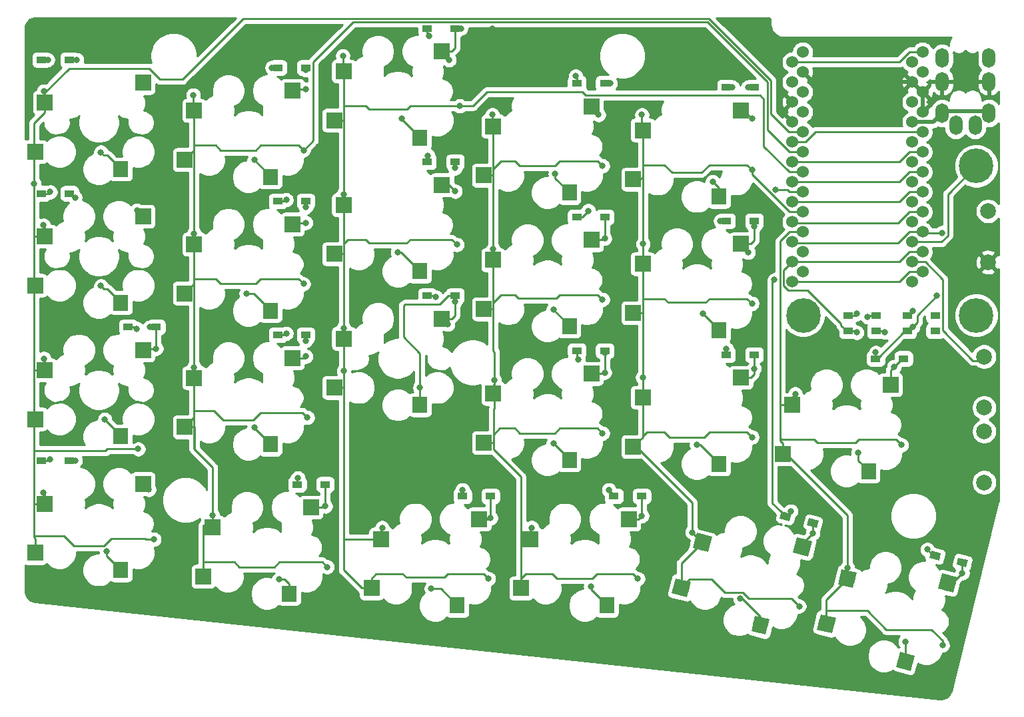
<source format=gbr>
G04 #@! TF.GenerationSoftware,KiCad,Pcbnew,(5.1.2)-2*
G04 #@! TF.CreationDate,2020-04-16T23:38:51+09:00*
G04 #@! TF.ProjectId,17mm 2020 4 8 vol2,31376d6d-2032-4303-9230-203420382076,rev?*
G04 #@! TF.SameCoordinates,Original*
G04 #@! TF.FileFunction,Copper,L2,Bot*
G04 #@! TF.FilePolarity,Positive*
%FSLAX46Y46*%
G04 Gerber Fmt 4.6, Leading zero omitted, Abs format (unit mm)*
G04 Created by KiCad (PCBNEW (5.1.2)-2) date 2020-04-16 23:38:51*
%MOMM*%
%LPD*%
G04 APERTURE LIST*
%ADD10C,2.000000*%
%ADD11C,0.100000*%
%ADD12C,1.900000*%
%ADD13R,1.300000X0.950000*%
%ADD14C,0.950000*%
%ADD15C,4.400000*%
%ADD16O,1.700000X2.500000*%
%ADD17R,2.000000X2.000000*%
%ADD18R,1.900000X2.000000*%
%ADD19C,1.524000*%
%ADD20C,0.800000*%
%ADD21C,0.250000*%
%ADD22C,0.500000*%
%ADD23C,0.254000*%
G04 APERTURE END LIST*
D10*
X203432619Y-125945660D03*
D11*
G36*
X204644837Y-125217286D02*
G01*
X204160993Y-127157878D01*
X202220401Y-126674034D01*
X202704245Y-124733442D01*
X204644837Y-125217286D01*
X204644837Y-125217286D01*
G37*
D10*
X190689441Y-125386188D03*
D11*
G36*
X191901659Y-124657814D02*
G01*
X191417815Y-126598406D01*
X189477223Y-126114562D01*
X189961067Y-124173970D01*
X191901659Y-124657814D01*
X191901659Y-124657814D01*
G37*
D12*
X198059489Y-135922126D03*
D11*
G36*
X199223192Y-135181656D02*
G01*
X198739348Y-137122248D01*
X196895786Y-136662596D01*
X197379630Y-134722004D01*
X199223192Y-135181656D01*
X199223192Y-135181656D01*
G37*
D10*
X188015494Y-131150527D03*
D11*
G36*
X189227712Y-130422153D02*
G01*
X188743868Y-132362745D01*
X186803276Y-131878901D01*
X187287120Y-129938309D01*
X189227712Y-130422153D01*
X189227712Y-130422153D01*
G37*
D13*
X106725000Y-64000000D03*
X110275000Y-64000000D03*
X106725000Y-81000000D03*
X110275000Y-81000000D03*
X121275000Y-98000000D03*
X117725000Y-98000000D03*
X110275000Y-115000000D03*
X106725000Y-115000000D03*
X136725000Y-65000000D03*
X140275000Y-65000000D03*
X136725000Y-82000000D03*
X140275000Y-82000000D03*
X140275000Y-99000000D03*
X136725000Y-99000000D03*
X142775000Y-118000000D03*
X139225000Y-118000000D03*
X159275000Y-60000000D03*
X155725000Y-60000000D03*
X159275000Y-77000000D03*
X155725000Y-77000000D03*
X155725000Y-94000000D03*
X159275000Y-94000000D03*
X160225000Y-119500000D03*
X163775000Y-119500000D03*
X178275000Y-67000000D03*
X174725000Y-67000000D03*
X174725000Y-84000000D03*
X178275000Y-84000000D03*
X178275000Y-101000000D03*
X174725000Y-101000000D03*
X183000000Y-119500000D03*
X179450000Y-119500000D03*
X197275000Y-67500000D03*
X193725000Y-67500000D03*
X197275000Y-84500000D03*
X193725000Y-84500000D03*
X193725000Y-101500000D03*
X197275000Y-101500000D03*
D14*
X201277725Y-122070589D03*
D11*
G36*
X200532120Y-122374230D02*
G01*
X200761946Y-121452449D01*
X202023330Y-121766948D01*
X201793504Y-122688729D01*
X200532120Y-122374230D01*
X200532120Y-122374230D01*
G37*
D14*
X204722275Y-122929411D03*
D11*
G36*
X203976670Y-123233052D02*
G01*
X204206496Y-122311271D01*
X205467880Y-122625770D01*
X205238054Y-123547551D01*
X203976670Y-123233052D01*
X203976670Y-123233052D01*
G37*
D13*
X216725000Y-96500000D03*
X220275000Y-96500000D03*
X212775000Y-96500000D03*
X209225000Y-96500000D03*
X212725000Y-102000000D03*
X216275000Y-102000000D03*
D14*
X220277725Y-127070589D03*
D11*
G36*
X219532120Y-127374230D02*
G01*
X219761946Y-126452449D01*
X221023330Y-126766948D01*
X220793504Y-127688729D01*
X219532120Y-127374230D01*
X219532120Y-127374230D01*
G37*
D14*
X223722275Y-127929411D03*
D11*
G36*
X222976670Y-128233052D02*
G01*
X223206496Y-127311271D01*
X224467880Y-127625770D01*
X224238054Y-128547551D01*
X222976670Y-128233052D01*
X222976670Y-128233052D01*
G37*
D13*
X220275000Y-98500000D03*
X216725000Y-98500000D03*
X209225000Y-98500000D03*
X212775000Y-98500000D03*
D15*
X225500000Y-77500000D03*
X225500000Y-96500000D03*
X203500000Y-96500000D03*
D16*
X221150000Y-70800000D03*
X225350000Y-72300000D03*
X221150000Y-63800000D03*
X221150000Y-66800000D03*
X227100000Y-63800000D03*
X227100000Y-66800000D03*
X227100000Y-70800000D03*
X222900000Y-72300000D03*
D10*
X227000000Y-83250000D03*
X227000000Y-89750000D03*
D17*
X119600000Y-66920000D03*
X107100000Y-69460000D03*
D18*
X116800000Y-77900000D03*
D17*
X105900000Y-75700000D03*
X119600000Y-83920000D03*
X107100000Y-86460000D03*
D18*
X116800000Y-94900000D03*
D17*
X105900000Y-92700000D03*
X105900000Y-109700000D03*
D18*
X116800000Y-111900000D03*
D17*
X107100000Y-103460000D03*
X119600000Y-100920000D03*
X119600000Y-117920000D03*
X107100000Y-120460000D03*
D18*
X116800000Y-128900000D03*
D17*
X105900000Y-126700000D03*
X124900000Y-76700000D03*
D18*
X135800000Y-78900000D03*
D17*
X126100000Y-70460000D03*
X138600000Y-67920000D03*
X138600000Y-84920000D03*
X126100000Y-87460000D03*
D18*
X135800000Y-95900000D03*
D17*
X124900000Y-93700000D03*
X124900000Y-110700000D03*
D18*
X135800000Y-112900000D03*
D17*
X126100000Y-104460000D03*
X138600000Y-101920000D03*
X140970000Y-120920000D03*
X128470000Y-123460000D03*
D18*
X138170000Y-131900000D03*
D17*
X127270000Y-129700000D03*
X143900000Y-71700000D03*
D18*
X154800000Y-73900000D03*
D17*
X145100000Y-65460000D03*
X157600000Y-62920000D03*
X157600000Y-79920000D03*
X145100000Y-82460000D03*
D18*
X154800000Y-90900000D03*
D17*
X143900000Y-88700000D03*
X143900000Y-105700000D03*
D18*
X154800000Y-107900000D03*
D17*
X145100000Y-99460000D03*
X157600000Y-96920000D03*
X162350000Y-122420000D03*
X149850000Y-124960000D03*
D18*
X159550000Y-133400000D03*
D17*
X148650000Y-131200000D03*
X162900000Y-78700000D03*
D18*
X173800000Y-80900000D03*
D17*
X164100000Y-72460000D03*
X176600000Y-69920000D03*
X176600000Y-86920000D03*
X164100000Y-89460000D03*
D18*
X173800000Y-97900000D03*
D17*
X162900000Y-95700000D03*
X162900000Y-112700000D03*
D18*
X173800000Y-114900000D03*
D17*
X164100000Y-106460000D03*
X176600000Y-103920000D03*
X181350000Y-122420000D03*
X168850000Y-124960000D03*
D18*
X178550000Y-133400000D03*
D17*
X167650000Y-131200000D03*
X181900000Y-79200000D03*
D18*
X192800000Y-81400000D03*
D17*
X183100000Y-72960000D03*
X195600000Y-70420000D03*
X181900000Y-96200000D03*
D18*
X192800000Y-98400000D03*
D17*
X183100000Y-89960000D03*
X195600000Y-87420000D03*
X181900000Y-113200000D03*
D18*
X192800000Y-115400000D03*
D17*
X183100000Y-106960000D03*
X195600000Y-104420000D03*
X200900000Y-114110000D03*
D18*
X211800000Y-116310000D03*
D17*
X202100000Y-107870000D03*
X214600000Y-105330000D03*
D10*
X221862619Y-130535660D03*
D11*
G36*
X223074837Y-129807286D02*
G01*
X222590993Y-131747878D01*
X220650401Y-131264034D01*
X221134245Y-129323442D01*
X223074837Y-129807286D01*
X223074837Y-129807286D01*
G37*
D10*
X209119441Y-129976188D03*
D11*
G36*
X210331659Y-129247814D02*
G01*
X209847815Y-131188406D01*
X207907223Y-130704562D01*
X208391067Y-128763970D01*
X210331659Y-129247814D01*
X210331659Y-129247814D01*
G37*
D12*
X216489489Y-140512126D03*
D11*
G36*
X217653192Y-139771656D02*
G01*
X217169348Y-141712248D01*
X215325786Y-141252596D01*
X215809630Y-139312004D01*
X217653192Y-139771656D01*
X217653192Y-139771656D01*
G37*
D10*
X206445494Y-135740527D03*
D11*
G36*
X207657712Y-135012153D02*
G01*
X207173868Y-136952745D01*
X205233276Y-136468901D01*
X205717120Y-134528309D01*
X207657712Y-135012153D01*
X207657712Y-135012153D01*
G37*
D10*
X226500000Y-101750000D03*
X226500000Y-108250000D03*
X226500000Y-117750000D03*
X226500000Y-111250000D03*
D19*
X203436400Y-63022000D03*
X203436400Y-65562000D03*
X203436400Y-68102000D03*
X203436400Y-70642000D03*
X203436400Y-73182000D03*
X203436400Y-75722000D03*
X203436400Y-78262000D03*
X203436400Y-80802000D03*
X203436400Y-83342000D03*
X203436400Y-85882000D03*
X203436400Y-88422000D03*
X203436400Y-90962000D03*
X218656400Y-90962000D03*
X218656400Y-88422000D03*
X218656400Y-85882000D03*
X218656400Y-83342000D03*
X218656400Y-80802000D03*
X218656400Y-78262000D03*
X218656400Y-75722000D03*
X218656400Y-73182000D03*
X218656400Y-70642000D03*
X218656400Y-68102000D03*
X218656400Y-65562000D03*
X218656400Y-63022000D03*
X202110000Y-64292000D03*
X202110000Y-66832000D03*
X202110000Y-69372000D03*
X202110000Y-71912000D03*
X202110000Y-74452000D03*
X202110000Y-76992000D03*
X202110000Y-79532000D03*
X202110000Y-82072000D03*
X202110000Y-84612000D03*
X202110000Y-87152000D03*
X202110000Y-89692000D03*
X202110000Y-92232000D03*
X217350000Y-92232000D03*
X217350000Y-89692000D03*
X217350000Y-87152000D03*
X217350000Y-84612000D03*
X217350000Y-82072000D03*
X217350000Y-79532000D03*
X217350000Y-76992000D03*
X217350000Y-74452000D03*
X217350000Y-71912000D03*
X217350000Y-69372000D03*
X217350000Y-66832000D03*
X217350000Y-64292000D03*
D20*
X119160501Y-66839499D03*
X114250000Y-75750000D03*
X111175000Y-64000000D03*
X107500000Y-64000000D03*
X136000000Y-65000000D03*
X217450000Y-95950000D03*
X174587500Y-66087500D03*
X194500000Y-67500000D03*
X156000000Y-61000000D03*
X114250000Y-92750000D03*
X118845000Y-83155000D03*
X110975000Y-81525000D03*
X210312500Y-96312500D03*
X107812500Y-80812500D03*
X155800001Y-76199999D03*
X193000000Y-84500000D03*
X176199999Y-83199999D03*
X137812500Y-81812500D03*
X220500000Y-94000000D03*
X221175009Y-86000000D03*
X217450000Y-97950000D03*
X118812500Y-98187500D03*
X193725000Y-100775000D03*
X212725000Y-101225000D03*
X174905001Y-102094999D03*
X156812500Y-94187500D03*
X137812500Y-98812500D03*
X121275000Y-100725000D03*
X114750000Y-109750000D03*
X120500000Y-98000000D03*
X210312500Y-98687500D03*
X107812500Y-114812500D03*
X139300001Y-117199999D03*
X160199999Y-118699999D03*
X178800001Y-118699999D03*
X201924157Y-121424157D03*
X199847990Y-92000000D03*
X219288907Y-126288907D03*
X120345000Y-118655000D03*
X115000000Y-126500000D03*
X111000000Y-115000000D03*
X133750000Y-76750000D03*
X140275000Y-67725000D03*
X140275000Y-65275000D03*
X140275000Y-84725000D03*
X132720501Y-93720501D03*
X140275000Y-82725000D03*
X140275000Y-101725000D03*
X133750000Y-110750000D03*
X140275000Y-99725000D03*
X142775000Y-120775000D03*
X136925001Y-130074999D03*
X152500000Y-71500000D03*
X158500000Y-64000000D03*
X160000000Y-60000000D03*
X151970501Y-88470501D03*
X159275000Y-80725000D03*
X159275000Y-77775000D03*
X158345000Y-97655000D03*
X154800000Y-105700000D03*
X159275000Y-94725000D03*
X163775000Y-122275000D03*
X156250000Y-131250000D03*
X172000000Y-78500000D03*
X177500000Y-71000000D03*
X178979848Y-67020152D03*
X178275000Y-86725000D03*
X171750000Y-95750000D03*
X178275000Y-103775000D03*
X171750000Y-112750000D03*
X178275000Y-101275000D03*
X183000000Y-122000000D03*
X176500000Y-131000000D03*
X196500000Y-67500000D03*
X197000000Y-71500000D03*
X191999499Y-79499499D03*
X190750000Y-96250000D03*
X196500000Y-88500000D03*
X197275000Y-85225000D03*
X197275000Y-103275000D03*
X189970501Y-112970501D03*
X204722275Y-124222275D03*
X195494703Y-132494703D03*
X220275000Y-96500000D03*
X211687500Y-96687500D03*
X215050000Y-103050000D03*
X210500000Y-114000000D03*
X223722275Y-129277725D03*
X216490256Y-138009744D03*
X220275000Y-98500000D03*
X213837500Y-98662500D03*
X209119441Y-128619441D03*
X216000000Y-113000000D03*
X221206361Y-138454141D03*
X202500000Y-106500000D03*
X143000000Y-85500000D03*
X164000000Y-60000000D03*
X161500000Y-85000000D03*
X198000000Y-115500000D03*
X106000000Y-66500000D03*
X160500000Y-63000000D03*
X164000000Y-117000000D03*
X107000000Y-68000000D03*
X106945000Y-85055000D03*
X106945000Y-119055000D03*
X105749999Y-79750001D03*
X119000000Y-113500000D03*
X121000000Y-125000000D03*
X107000000Y-102000000D03*
X126000000Y-68500000D03*
X128470000Y-121970000D03*
X140000000Y-92500000D03*
X140500000Y-109500000D03*
X143000000Y-128500000D03*
X140000000Y-75500000D03*
X126100000Y-103100000D03*
X126100000Y-86100000D03*
X145000000Y-63500000D03*
X159500000Y-87500000D03*
X163500000Y-130000000D03*
X145100000Y-81100000D03*
X145100000Y-98100000D03*
X150000000Y-123500000D03*
X145100000Y-103600000D03*
X159874999Y-69874999D03*
X164000000Y-71000000D03*
X178000000Y-77500000D03*
X178000000Y-94500000D03*
X178000000Y-111500000D03*
X182500000Y-130000000D03*
X199964560Y-80510017D03*
X164100000Y-88100000D03*
X164275201Y-104775201D03*
X169000000Y-123500000D03*
X183000000Y-71000000D03*
X189401627Y-124098373D03*
X197000000Y-78000000D03*
X197000000Y-95000000D03*
X197000000Y-112000000D03*
X203000000Y-133500000D03*
X183150000Y-87420000D03*
X183100000Y-104400000D03*
D21*
X116800000Y-77850000D02*
X116800000Y-77900000D01*
X115099999Y-76149999D02*
X116800000Y-77850000D01*
X114649999Y-76149999D02*
X115099999Y-76149999D01*
X114250000Y-75750000D02*
X114649999Y-76149999D01*
X110275000Y-64000000D02*
X111175000Y-64000000D01*
X215741238Y-82072000D02*
X202110000Y-82072000D01*
X218656400Y-80802000D02*
X217011238Y-80802000D01*
X217011238Y-80802000D02*
X215741238Y-82072000D01*
X106725000Y-64000000D02*
X107500000Y-64000000D01*
X136725000Y-65000000D02*
X136000000Y-65000000D01*
X216900000Y-96500000D02*
X217450000Y-95950000D01*
X216725000Y-96500000D02*
X216900000Y-96500000D01*
X174725000Y-66225000D02*
X174587500Y-66087500D01*
X174725000Y-67000000D02*
X174725000Y-66225000D01*
X193725000Y-67500000D02*
X194500000Y-67500000D01*
X155725000Y-60725000D02*
X156000000Y-61000000D01*
X155725000Y-60000000D02*
X155725000Y-60725000D01*
X116800000Y-94850000D02*
X116800000Y-94900000D01*
X115099999Y-93149999D02*
X116800000Y-94850000D01*
X114649999Y-93149999D02*
X115099999Y-93149999D01*
X114250000Y-92750000D02*
X114649999Y-93149999D01*
X110450000Y-81000000D02*
X110975000Y-81525000D01*
X202292999Y-84794999D02*
X202110000Y-84612000D01*
X215558239Y-84794999D02*
X202292999Y-84794999D01*
X218656400Y-83342000D02*
X217011238Y-83342000D01*
X217011238Y-83342000D02*
X215558239Y-84794999D01*
X210125000Y-96500000D02*
X210312500Y-96312500D01*
X209225000Y-96500000D02*
X210125000Y-96500000D01*
X107625000Y-81000000D02*
X107812500Y-80812500D01*
X106725000Y-81000000D02*
X107625000Y-81000000D01*
X155725000Y-76275000D02*
X155800001Y-76199999D01*
X155725000Y-77000000D02*
X155725000Y-76275000D01*
X193725000Y-84500000D02*
X193000000Y-84500000D01*
X175399998Y-84000000D02*
X176199999Y-83199999D01*
X174725000Y-84000000D02*
X175399998Y-84000000D01*
X137625000Y-82000000D02*
X137812500Y-81812500D01*
X136725000Y-82000000D02*
X137625000Y-82000000D01*
X202292999Y-87334999D02*
X202110000Y-87152000D01*
X215558239Y-87334999D02*
X202292999Y-87334999D01*
X218656400Y-85882000D02*
X217011238Y-85882000D01*
X217011238Y-85882000D02*
X215558239Y-87334999D01*
X216400000Y-98500000D02*
X212900000Y-102000000D01*
X216725000Y-98500000D02*
X216400000Y-98500000D01*
X216725000Y-98500000D02*
X216900000Y-98500000D01*
X218000000Y-97400000D02*
X218000000Y-96500000D01*
X218000000Y-96500000D02*
X220500000Y-94000000D01*
X218774400Y-86000000D02*
X218656400Y-85882000D01*
X221175009Y-86000000D02*
X218774400Y-86000000D01*
X216900000Y-98500000D02*
X217450000Y-97950000D01*
X217450000Y-97950000D02*
X218000000Y-97400000D01*
X118625000Y-98000000D02*
X118812500Y-98187500D01*
X117725000Y-98000000D02*
X118625000Y-98000000D01*
X193725000Y-101500000D02*
X193725000Y-100775000D01*
X212725000Y-102000000D02*
X212725000Y-101225000D01*
X174725000Y-101914998D02*
X174905001Y-102094999D01*
X174725000Y-101000000D02*
X174725000Y-101914998D01*
X156625000Y-94000000D02*
X156812500Y-94187500D01*
X155725000Y-94000000D02*
X156625000Y-94000000D01*
X137625000Y-99000000D02*
X137812500Y-98812500D01*
X136725000Y-99000000D02*
X137625000Y-99000000D01*
X119795000Y-100725000D02*
X119600000Y-100920000D01*
X121275000Y-100725000D02*
X119795000Y-100725000D01*
X121275000Y-100159315D02*
X121275000Y-98000000D01*
X121275000Y-100725000D02*
X121275000Y-100159315D01*
X116800000Y-111800000D02*
X116800000Y-111900000D01*
X114750000Y-109750000D02*
X116800000Y-111800000D01*
X120500000Y-98000000D02*
X121275000Y-98000000D01*
X203187630Y-89692000D02*
X202110000Y-89692000D01*
X215741238Y-89692000D02*
X203187630Y-89692000D01*
X217011238Y-88422000D02*
X215741238Y-89692000D01*
X218656400Y-88422000D02*
X217011238Y-88422000D01*
X201022999Y-90779001D02*
X201348001Y-90453999D01*
X201588239Y-93319001D02*
X201022999Y-92753761D01*
X201348001Y-90453999D02*
X202110000Y-89692000D01*
X204056003Y-93319001D02*
X201588239Y-93319001D01*
X208325000Y-97587998D02*
X204056003Y-93319001D01*
X208325000Y-97775000D02*
X208325000Y-97587998D01*
X209050000Y-98500000D02*
X208325000Y-97775000D01*
X201022999Y-92753761D02*
X201022999Y-90779001D01*
X209225000Y-98500000D02*
X209050000Y-98500000D01*
X209225000Y-98500000D02*
X209225000Y-98775000D01*
X210125000Y-98500000D02*
X210312500Y-98687500D01*
X209225000Y-98500000D02*
X210125000Y-98500000D01*
X107625000Y-115000000D02*
X107812500Y-114812500D01*
X106725000Y-115000000D02*
X107625000Y-115000000D01*
X139225000Y-117275000D02*
X139300001Y-117199999D01*
X139225000Y-118000000D02*
X139225000Y-117275000D01*
X160225000Y-118725000D02*
X160199999Y-118699999D01*
X160225000Y-119500000D02*
X160225000Y-118725000D01*
X179450000Y-119349998D02*
X178800001Y-118699999D01*
X179450000Y-119500000D02*
X179450000Y-119349998D01*
X201277725Y-122070589D02*
X201924157Y-121424157D01*
X200670808Y-121463672D02*
X201277725Y-122070589D01*
X199574999Y-120367863D02*
X200670808Y-121463672D01*
X199574999Y-92272991D02*
X199574999Y-120367863D01*
X199847990Y-92000000D02*
X199574999Y-92272991D01*
X220070589Y-127070589D02*
X219288907Y-126288907D01*
X220277725Y-127070589D02*
X220070589Y-127070589D01*
X116800000Y-128850000D02*
X116800000Y-128900000D01*
X115600000Y-127650000D02*
X116800000Y-128850000D01*
X115550000Y-127650000D02*
X115600000Y-127650000D01*
X115000000Y-127100000D02*
X115550000Y-127650000D01*
X115000000Y-126500000D02*
X115000000Y-127100000D01*
X110275000Y-115000000D02*
X111000000Y-115000000D01*
X138795000Y-67725000D02*
X138600000Y-67920000D01*
X140275000Y-67725000D02*
X138795000Y-67725000D01*
X135800000Y-78800000D02*
X135800000Y-78900000D01*
X133750000Y-76750000D02*
X135800000Y-78800000D01*
X140275000Y-65000000D02*
X140275000Y-65275000D01*
X138795000Y-84725000D02*
X138600000Y-84920000D01*
X140275000Y-84725000D02*
X138795000Y-84725000D01*
X132720501Y-93720501D02*
X133720501Y-93720501D01*
X135800000Y-95850000D02*
X135800000Y-95900000D01*
X133720501Y-93770501D02*
X135800000Y-95850000D01*
X133720501Y-93720501D02*
X133720501Y-93770501D01*
X140275000Y-82000000D02*
X140275000Y-82725000D01*
X140080000Y-101920000D02*
X140275000Y-101725000D01*
X138600000Y-101920000D02*
X140080000Y-101920000D01*
X133750000Y-110800000D02*
X133750000Y-110750000D01*
X135800000Y-112850000D02*
X133750000Y-110800000D01*
X135800000Y-112900000D02*
X135800000Y-112850000D01*
X140275000Y-99000000D02*
X140275000Y-99725000D01*
X142630000Y-120920000D02*
X142775000Y-120775000D01*
X140970000Y-120920000D02*
X142630000Y-120920000D01*
X137594999Y-130074999D02*
X136925001Y-130074999D01*
X138170000Y-130650000D02*
X137594999Y-130074999D01*
X138170000Y-131900000D02*
X138170000Y-130650000D01*
X142775000Y-118000000D02*
X142775000Y-120775000D01*
X152500000Y-71550000D02*
X152500000Y-71500000D01*
X154800000Y-73850000D02*
X152500000Y-71550000D01*
X154800000Y-73900000D02*
X154800000Y-73850000D01*
X158850000Y-62920000D02*
X157600000Y-62920000D01*
X159275000Y-62495000D02*
X158850000Y-62920000D01*
X159275000Y-60000000D02*
X159275000Y-62495000D01*
X157600000Y-62920000D02*
X157600000Y-63100000D01*
X157600000Y-63100000D02*
X158500000Y-64000000D01*
X160000000Y-60000000D02*
X159275000Y-60000000D01*
X152420501Y-88470501D02*
X151970501Y-88470501D01*
X154800000Y-90850000D02*
X152420501Y-88470501D01*
X154800000Y-90900000D02*
X154800000Y-90850000D01*
X158470000Y-79920000D02*
X159275000Y-80725000D01*
X157600000Y-79920000D02*
X158470000Y-79920000D01*
X159275000Y-77000000D02*
X159275000Y-77775000D01*
X158850000Y-96920000D02*
X157600000Y-96920000D01*
X159275000Y-96495000D02*
X158850000Y-96920000D01*
X154800000Y-106650000D02*
X154800000Y-107900000D01*
X152714999Y-99273997D02*
X154800000Y-101358998D01*
X152714999Y-95299999D02*
X152714999Y-99273997D01*
X154800000Y-101358998D02*
X154800000Y-105700000D01*
X154800000Y-105700000D02*
X154800000Y-106650000D01*
X159275000Y-94000000D02*
X159275000Y-94725000D01*
X159275000Y-94725000D02*
X159275000Y-96495000D01*
X152919999Y-95094999D02*
X152714999Y-95299999D01*
X157280001Y-95094999D02*
X152919999Y-95094999D01*
X158375000Y-94000000D02*
X157280001Y-95094999D01*
X159275000Y-94000000D02*
X158375000Y-94000000D01*
X163630000Y-122420000D02*
X163775000Y-122275000D01*
X162350000Y-122420000D02*
X163630000Y-122420000D01*
X163775000Y-122275000D02*
X163775000Y-119500000D01*
X157450000Y-131250000D02*
X156250000Y-131250000D01*
X159550000Y-133350000D02*
X157450000Y-131250000D01*
X159550000Y-133400000D02*
X159550000Y-133350000D01*
X172000000Y-79050000D02*
X172000000Y-78500000D01*
X173800000Y-80850000D02*
X172000000Y-79050000D01*
X173800000Y-80900000D02*
X173800000Y-80850000D01*
X176600000Y-69920000D02*
X176600000Y-70100000D01*
X176600000Y-70100000D02*
X177500000Y-71000000D01*
X178275000Y-67000000D02*
X178959696Y-67000000D01*
X178959696Y-67000000D02*
X178979848Y-67020152D01*
X178080000Y-86920000D02*
X178275000Y-86725000D01*
X176600000Y-86920000D02*
X178080000Y-86920000D01*
X178275000Y-86159315D02*
X178275000Y-84000000D01*
X178275000Y-86725000D02*
X178275000Y-86159315D01*
X171750000Y-95800000D02*
X171750000Y-95750000D01*
X173800000Y-97850000D02*
X171750000Y-95800000D01*
X173800000Y-97900000D02*
X173800000Y-97850000D01*
X178130000Y-103920000D02*
X178275000Y-103775000D01*
X176600000Y-103920000D02*
X178130000Y-103920000D01*
X178275000Y-103775000D02*
X178275000Y-103209315D01*
X171750000Y-112800000D02*
X171750000Y-112750000D01*
X173800000Y-114850000D02*
X171750000Y-112800000D01*
X173800000Y-114900000D02*
X173800000Y-114850000D01*
X178275000Y-103209315D02*
X178275000Y-101275000D01*
X178275000Y-101275000D02*
X178275000Y-101000000D01*
X182580000Y-122420000D02*
X183000000Y-122000000D01*
X181350000Y-122420000D02*
X182580000Y-122420000D01*
X183000000Y-122000000D02*
X183000000Y-119500000D01*
X176500000Y-131300000D02*
X176500000Y-131000000D01*
X178550000Y-133350000D02*
X176500000Y-131300000D01*
X178550000Y-133400000D02*
X178550000Y-133350000D01*
X196500000Y-67500000D02*
X197275000Y-67500000D01*
X195600000Y-70420000D02*
X195920000Y-70420000D01*
X195920000Y-70420000D02*
X197000000Y-71500000D01*
X192800000Y-80300000D02*
X191999499Y-79499499D01*
X192800000Y-81400000D02*
X192800000Y-80300000D01*
X190750000Y-96300000D02*
X190750000Y-96250000D01*
X192800000Y-98350000D02*
X190750000Y-96300000D01*
X192800000Y-98400000D02*
X192800000Y-98350000D01*
X196850000Y-87420000D02*
X195600000Y-87420000D01*
X197275000Y-86995000D02*
X196850000Y-87420000D01*
X195600000Y-87420000D02*
X195600000Y-87600000D01*
X195600000Y-87600000D02*
X196500000Y-88500000D01*
X197275000Y-84500000D02*
X197275000Y-85225000D01*
X197275000Y-85225000D02*
X197275000Y-86995000D01*
X197275000Y-103995000D02*
X197275000Y-103275000D01*
X196850000Y-104420000D02*
X197275000Y-103995000D01*
X195600000Y-104420000D02*
X196850000Y-104420000D01*
X197275000Y-103275000D02*
X197275000Y-101500000D01*
X190420501Y-112970501D02*
X189970501Y-112970501D01*
X192800000Y-115350000D02*
X190420501Y-112970501D01*
X192800000Y-115400000D02*
X192800000Y-115350000D01*
X203432619Y-125511931D02*
X204722275Y-124222275D01*
X203432619Y-125945660D02*
X203432619Y-125511931D01*
X204722275Y-124222275D02*
X204722275Y-122929411D01*
X195762679Y-132494703D02*
X195494703Y-132494703D01*
X198059489Y-134791513D02*
X195762679Y-132494703D01*
X198059489Y-135922126D02*
X198059489Y-134791513D01*
X211875000Y-96500000D02*
X211687500Y-96687500D01*
X212775000Y-96500000D02*
X211875000Y-96500000D01*
X214600000Y-104080000D02*
X214600000Y-105330000D01*
X214600000Y-103500000D02*
X214600000Y-104080000D01*
X216100000Y-102000000D02*
X215050000Y-103050000D01*
X216275000Y-102000000D02*
X216100000Y-102000000D01*
X215050000Y-103050000D02*
X214600000Y-103500000D01*
X211800000Y-116260000D02*
X211800000Y-116310000D01*
X210600000Y-115060000D02*
X211800000Y-116260000D01*
X210550000Y-115060000D02*
X210600000Y-115060000D01*
X210500000Y-115010000D02*
X210550000Y-115060000D01*
X210500000Y-114000000D02*
X210500000Y-115010000D01*
X222464340Y-130535660D02*
X223722275Y-129277725D01*
X221862619Y-130535660D02*
X222464340Y-130535660D01*
X223722275Y-129277725D02*
X223722275Y-127929411D01*
X216489489Y-138010511D02*
X216490256Y-138009744D01*
X216489489Y-140512126D02*
X216489489Y-138010511D01*
X220275000Y-98500000D02*
X220450000Y-98500000D01*
X213675000Y-98500000D02*
X213837500Y-98662500D01*
X212775000Y-98500000D02*
X213675000Y-98500000D01*
X218427630Y-87152000D02*
X217350000Y-87152000D01*
X221096011Y-87152000D02*
X218427630Y-87152000D01*
X221900010Y-86348001D02*
X221096011Y-87152000D01*
X221900010Y-81099990D02*
X221900010Y-86348001D01*
X225500000Y-77500000D02*
X221900010Y-81099990D01*
X209119441Y-129976188D02*
X206445494Y-132650135D01*
X209119441Y-128619441D02*
X209119441Y-128845575D01*
X206447026Y-134056038D02*
X206445494Y-134054506D01*
X211629040Y-134056038D02*
X206447026Y-134056038D01*
X214073002Y-136500000D02*
X211629040Y-134056038D01*
X219817905Y-136500000D02*
X214073002Y-136500000D01*
X221206361Y-137888456D02*
X219817905Y-136500000D01*
X221206361Y-138454141D02*
X221206361Y-137888456D01*
X206445494Y-134054506D02*
X206445494Y-135740527D01*
X206445494Y-132650135D02*
X206445494Y-134054506D01*
X200900000Y-112754020D02*
X200900000Y-114110000D01*
X203436400Y-85882000D02*
X201771238Y-85882000D01*
X201771238Y-85882000D02*
X200572990Y-87080248D01*
X200630000Y-107870000D02*
X202100000Y-107870000D01*
X200572990Y-107927010D02*
X200630000Y-107870000D01*
X200572990Y-87080248D02*
X200572990Y-107927010D01*
X202100000Y-107870000D02*
X202100000Y-106900000D01*
X202100000Y-106900000D02*
X202500000Y-106500000D01*
X200822990Y-112677010D02*
X200900000Y-112754020D01*
X200572990Y-112427010D02*
X200822990Y-112677010D01*
X209119441Y-128845575D02*
X209119441Y-129976188D01*
X209119441Y-121930443D02*
X209119441Y-128845575D01*
X201298998Y-114110000D02*
X209119441Y-121930443D01*
X200900000Y-114110000D02*
X201298998Y-114110000D01*
X204876001Y-112284999D02*
X200784999Y-112284999D01*
X205326003Y-112735001D02*
X204876001Y-112284999D01*
X200572990Y-112072990D02*
X200572990Y-112427010D01*
X200572990Y-107927010D02*
X200572990Y-112072990D01*
X216000000Y-113000000D02*
X215284999Y-112284999D01*
X215284999Y-112284999D02*
X210566003Y-112284999D01*
X210566003Y-112284999D02*
X210116001Y-112735001D01*
X200784999Y-112284999D02*
X200572990Y-112072990D01*
X210116001Y-112735001D02*
X205326003Y-112735001D01*
D22*
X221450000Y-70500000D02*
X221150000Y-70800000D01*
X226800000Y-70500000D02*
X221450000Y-70500000D01*
X227100000Y-70800000D02*
X226800000Y-70500000D01*
X220038000Y-71912000D02*
X217350000Y-71912000D01*
X221150000Y-70800000D02*
X220038000Y-71912000D01*
X204706400Y-66832000D02*
X203436400Y-65562000D01*
X217350000Y-66832000D02*
X204706400Y-66832000D01*
X218656400Y-68102000D02*
X218656400Y-70642000D01*
D21*
X107000000Y-69360000D02*
X107100000Y-69460000D01*
X107000000Y-68000000D02*
X107000000Y-69360000D01*
X107100000Y-85210000D02*
X107100000Y-86460000D01*
X107100000Y-119210000D02*
X107100000Y-120460000D01*
X106945000Y-85055000D02*
X107100000Y-85210000D01*
X106945000Y-119055000D02*
X107100000Y-119210000D01*
X114851003Y-113749999D02*
X105749999Y-113749999D01*
X115101002Y-113500000D02*
X114851003Y-113749999D01*
X119000000Y-113500000D02*
X115101002Y-113500000D01*
X110825001Y-125823999D02*
X109601002Y-124600000D01*
X114617003Y-125823999D02*
X110825001Y-125823999D01*
X115566003Y-124874999D02*
X114617003Y-125823999D01*
X119876001Y-124874999D02*
X115566003Y-124874999D01*
X120001002Y-125000000D02*
X119876001Y-124874999D01*
X121000000Y-125000000D02*
X120001002Y-125000000D01*
X107100000Y-70710000D02*
X105749999Y-72060001D01*
X107100000Y-69460000D02*
X107100000Y-70710000D01*
X105749999Y-86359999D02*
X105749999Y-86250001D01*
X105850000Y-86460000D02*
X105749999Y-86359999D01*
X107100000Y-86460000D02*
X105850000Y-86460000D01*
X105749999Y-103560001D02*
X105749999Y-103749999D01*
X105850000Y-103460000D02*
X105749999Y-103560001D01*
X107100000Y-103460000D02*
X105850000Y-103460000D01*
X107100000Y-103460000D02*
X107100000Y-102100000D01*
X107100000Y-102100000D02*
X107000000Y-102000000D01*
X105900000Y-108900000D02*
X105749999Y-108749999D01*
X105900000Y-109700000D02*
X105900000Y-108900000D01*
X105749999Y-103749999D02*
X105749999Y-108749999D01*
X105900000Y-91900002D02*
X105749999Y-91750001D01*
X105900000Y-92700000D02*
X105900000Y-91900002D01*
X105749999Y-86250001D02*
X105749999Y-91750001D01*
X105749999Y-91750001D02*
X105749999Y-103749999D01*
X105749999Y-120359999D02*
X105749999Y-120250001D01*
X105850000Y-120460000D02*
X105749999Y-120359999D01*
X107100000Y-120460000D02*
X105850000Y-120460000D01*
X105749999Y-108749999D02*
X105749999Y-120250001D01*
X105900000Y-74900000D02*
X105749999Y-74749999D01*
X105900000Y-75700000D02*
X105900000Y-74900000D01*
X105749999Y-72060001D02*
X105749999Y-74749999D01*
X105749999Y-74749999D02*
X105749999Y-86250001D01*
X105899998Y-124600000D02*
X105749999Y-124749999D01*
X109601002Y-124600000D02*
X105899998Y-124600000D01*
X105749999Y-120250001D02*
X105749999Y-124749999D01*
X105900000Y-124900000D02*
X105900000Y-126700000D01*
X105749999Y-124749999D02*
X105900000Y-124900000D01*
X107100000Y-68210000D02*
X107100000Y-69460000D01*
X110215001Y-65094999D02*
X107100000Y-68210000D01*
X120360001Y-65094999D02*
X110215001Y-65094999D01*
X124607298Y-66500000D02*
X121765002Y-66500000D01*
X203436400Y-73182000D02*
X201682000Y-73182000D01*
X201682000Y-73182000D02*
X199400018Y-70900018D01*
X199400018Y-70900018D02*
X199400018Y-66642196D01*
X199400018Y-66642196D02*
X191507811Y-58749989D01*
X121765002Y-66500000D02*
X120360001Y-65094999D01*
X191507811Y-58749989D02*
X132357309Y-58749989D01*
X132357309Y-58749989D02*
X124607298Y-66500000D01*
X126100000Y-75500000D02*
X124900000Y-76700000D01*
X126100000Y-92500000D02*
X124900000Y-93700000D01*
X126100000Y-109500000D02*
X124900000Y-110700000D01*
X128470000Y-122210000D02*
X128470000Y-123460000D01*
X126174999Y-110724999D02*
X126174999Y-113567701D01*
X126150000Y-110700000D02*
X126174999Y-110724999D01*
X124900000Y-110700000D02*
X126150000Y-110700000D01*
X126000000Y-70360000D02*
X126100000Y-70460000D01*
X126000000Y-68500000D02*
X126000000Y-70360000D01*
X128470000Y-121970000D02*
X128470000Y-122210000D01*
X126125001Y-91874999D02*
X126100000Y-91900000D01*
X128876001Y-91874999D02*
X126125001Y-91874999D01*
X129501002Y-92500000D02*
X128876001Y-91874999D01*
X134566003Y-91874999D02*
X133941002Y-92500000D01*
X133941002Y-92500000D02*
X129501002Y-92500000D01*
X140000000Y-92500000D02*
X139374999Y-91874999D01*
X139374999Y-91874999D02*
X134566003Y-91874999D01*
X126100000Y-91900000D02*
X126100000Y-92500000D01*
X126100000Y-87460000D02*
X126100000Y-91900000D01*
X128601002Y-108600000D02*
X126100000Y-108600000D01*
X129825001Y-109823999D02*
X128601002Y-108600000D01*
X133602999Y-109823999D02*
X129825001Y-109823999D01*
X134551999Y-108874999D02*
X133602999Y-109823999D01*
X139874999Y-108874999D02*
X134551999Y-108874999D01*
X140500000Y-109500000D02*
X139874999Y-108874999D01*
X126100000Y-108600000D02*
X126100000Y-109500000D01*
X126100000Y-104460000D02*
X126100000Y-108600000D01*
X198950009Y-66828597D02*
X191321411Y-59199999D01*
X198950010Y-72950010D02*
X198950009Y-66828597D01*
X201722000Y-75722000D02*
X198950010Y-72950010D01*
X203436400Y-75722000D02*
X201722000Y-75722000D01*
X128876001Y-74874999D02*
X126125001Y-74874999D01*
X129501002Y-75500000D02*
X128876001Y-74874999D01*
X133941002Y-75500000D02*
X129501002Y-75500000D01*
X139374999Y-74874999D02*
X134566003Y-74874999D01*
X140000000Y-75500000D02*
X139374999Y-74874999D01*
X126100000Y-74900000D02*
X126100000Y-75500000D01*
X126125001Y-74874999D02*
X126100000Y-74900000D01*
X134566003Y-74874999D02*
X133941002Y-75500000D01*
X126100000Y-70460000D02*
X126100000Y-74900000D01*
X126100000Y-113492702D02*
X127270000Y-114662702D01*
X127500000Y-123460000D02*
X127270000Y-123230000D01*
X128470000Y-123460000D02*
X127500000Y-123460000D01*
X126100000Y-104460000D02*
X126100000Y-103400000D01*
X126100000Y-103400000D02*
X126100000Y-113492702D01*
X126100000Y-103100000D02*
X126100000Y-103400000D01*
X126100000Y-87460000D02*
X126100000Y-86400000D01*
X126100000Y-86400000D02*
X126100000Y-103100000D01*
X126100000Y-70460000D02*
X126100000Y-86100000D01*
X126100000Y-86100000D02*
X126100000Y-86400000D01*
X127270000Y-128770000D02*
X127270000Y-129700000D01*
X127374999Y-127874999D02*
X127270000Y-127770000D01*
X131871002Y-128500000D02*
X131246001Y-127874999D01*
X127270000Y-127770000D02*
X127270000Y-128450000D01*
X131246001Y-127874999D02*
X127374999Y-127874999D01*
X127270000Y-123230000D02*
X127270000Y-127770000D01*
X143000000Y-128500000D02*
X142374999Y-127874999D01*
X142374999Y-127874999D02*
X136936003Y-127874999D01*
X136936003Y-127874999D02*
X136311002Y-128500000D01*
X136311002Y-128500000D02*
X131871002Y-128500000D01*
X127270000Y-128450000D02*
X127270000Y-129700000D01*
X141250001Y-64249999D02*
X146300001Y-59199999D01*
X141250001Y-74249999D02*
X141250001Y-64249999D01*
X140000000Y-75500000D02*
X141250001Y-74249999D01*
X191321411Y-59199999D02*
X146300001Y-59199999D01*
X128470000Y-115862702D02*
X128470000Y-123460000D01*
X127270000Y-114662702D02*
X128470000Y-115862702D01*
X153625001Y-69874999D02*
X153174999Y-70325001D01*
X158874999Y-69874999D02*
X153625001Y-69874999D01*
X153174999Y-70325001D02*
X148326003Y-70325001D01*
X148326003Y-87325001D02*
X147876001Y-86874999D01*
X153116001Y-87325001D02*
X148326003Y-87325001D01*
X158874999Y-86874999D02*
X153566003Y-86874999D01*
X153566003Y-86874999D02*
X153116001Y-87325001D01*
X159500000Y-87500000D02*
X158874999Y-86874999D01*
X157866001Y-129825001D02*
X153076003Y-129825001D01*
X158316003Y-129374999D02*
X157866001Y-129825001D01*
X162874999Y-129374999D02*
X158316003Y-129374999D01*
X163500000Y-130000000D02*
X162874999Y-129374999D01*
X153076003Y-129825001D02*
X152601002Y-129350000D01*
X201771238Y-78262000D02*
X198500000Y-74990762D01*
X203436400Y-78262000D02*
X201771238Y-78262000D01*
X175469999Y-68094999D02*
X163405001Y-68094999D01*
X163306003Y-68094999D02*
X161526003Y-69874999D01*
X152125001Y-129374999D02*
X149225001Y-129374999D01*
X152150000Y-129350000D02*
X152125001Y-129374999D01*
X152601002Y-129350000D02*
X152150000Y-129350000D01*
X147400000Y-131200000D02*
X148650000Y-131200000D01*
X145100000Y-128900000D02*
X147400000Y-131200000D01*
X145100000Y-64600000D02*
X145000000Y-64500000D01*
X145100000Y-65460000D02*
X145100000Y-64600000D01*
X145000000Y-63500000D02*
X145000000Y-64500000D01*
X145000000Y-64500000D02*
X145000000Y-65360000D01*
X145000000Y-71700000D02*
X145100000Y-71600000D01*
X143900000Y-71700000D02*
X145000000Y-71700000D01*
X145100000Y-82460000D02*
X145100000Y-81400000D01*
X145100000Y-71600000D02*
X145100000Y-81100000D01*
X145100000Y-81100000D02*
X145100000Y-81400000D01*
X145000000Y-88700000D02*
X145100000Y-88600000D01*
X143900000Y-88700000D02*
X145000000Y-88700000D01*
X145100000Y-99460000D02*
X145100000Y-98400000D01*
X145100000Y-88600000D02*
X145100000Y-98100000D01*
X145100000Y-98100000D02*
X145100000Y-98400000D01*
X145240000Y-124960000D02*
X145100000Y-125100000D01*
X149850000Y-124960000D02*
X145240000Y-124960000D01*
X145100000Y-125100000D02*
X145100000Y-128900000D01*
X149850000Y-124960000D02*
X149850000Y-123650000D01*
X149850000Y-123650000D02*
X150000000Y-123500000D01*
X145625001Y-86874999D02*
X145100000Y-87400000D01*
X147876001Y-86874999D02*
X145625001Y-86874999D01*
X145100000Y-81400000D02*
X145100000Y-87400000D01*
X145100000Y-87400000D02*
X145100000Y-88600000D01*
X145000000Y-105700000D02*
X145100000Y-105600000D01*
X143900000Y-105700000D02*
X145000000Y-105700000D01*
X145100000Y-104400000D02*
X145100000Y-105600000D01*
X145100000Y-105600000D02*
X145100000Y-125100000D01*
X148650000Y-129950000D02*
X149225001Y-129374999D01*
X148650000Y-131200000D02*
X148650000Y-129950000D01*
X145100000Y-103600000D02*
X145100000Y-104400000D01*
X145100000Y-98400000D02*
X145100000Y-103600000D01*
X145125001Y-69874999D02*
X145100000Y-69900000D01*
X147876001Y-69874999D02*
X145125001Y-69874999D01*
X148326003Y-70325001D02*
X147876001Y-69874999D01*
X145100000Y-65460000D02*
X145100000Y-69900000D01*
X145100000Y-69900000D02*
X145100000Y-71600000D01*
X198000000Y-68500000D02*
X198500000Y-69000000D01*
X175875000Y-68500000D02*
X198000000Y-68500000D01*
X175469999Y-68094999D02*
X175875000Y-68500000D01*
X198500000Y-74990762D02*
X198500000Y-69000000D01*
X161526003Y-69874999D02*
X159874999Y-69874999D01*
X159874999Y-69874999D02*
X156123999Y-69874999D01*
X164000000Y-72360000D02*
X164100000Y-72460000D01*
X164000000Y-71000000D02*
X164000000Y-72360000D01*
X171941002Y-77500000D02*
X167501002Y-77500000D01*
X172566003Y-76874999D02*
X171941002Y-77500000D01*
X177374999Y-76874999D02*
X172566003Y-76874999D01*
X178000000Y-77500000D02*
X177374999Y-76874999D01*
X172116001Y-94325001D02*
X167326003Y-94325001D01*
X172566003Y-93874999D02*
X172116001Y-94325001D01*
X177374999Y-93874999D02*
X172566003Y-93874999D01*
X178000000Y-94500000D02*
X177374999Y-93874999D01*
X171941002Y-111500000D02*
X167501002Y-111500000D01*
X172566003Y-110874999D02*
X171941002Y-111500000D01*
X177374999Y-110874999D02*
X172566003Y-110874999D01*
X178000000Y-111500000D02*
X177374999Y-110874999D01*
X201479255Y-80510017D02*
X199964560Y-80510017D01*
X203436400Y-80802000D02*
X201771238Y-80802000D01*
X201771238Y-80802000D02*
X201479255Y-80510017D01*
X164275201Y-108337797D02*
X164174999Y-108437999D01*
X164100000Y-100992702D02*
X164275201Y-101167903D01*
X164000000Y-78700000D02*
X164100000Y-78600000D01*
X162900000Y-78700000D02*
X164000000Y-78700000D01*
X164100000Y-89460000D02*
X164100000Y-88400000D01*
X164100000Y-78600000D02*
X164100000Y-88100000D01*
X164100000Y-88100000D02*
X164100000Y-88400000D01*
X164000000Y-95700000D02*
X164100000Y-95600000D01*
X162900000Y-95700000D02*
X164000000Y-95700000D01*
X164100000Y-95600000D02*
X164100000Y-100992702D01*
X164100000Y-105400000D02*
X164275201Y-105224799D01*
X164100000Y-106460000D02*
X164100000Y-105400000D01*
X164275201Y-105224799D02*
X164275201Y-108337797D01*
X164275201Y-101167903D02*
X164275201Y-104775201D01*
X164275201Y-104775201D02*
X164275201Y-105224799D01*
X164174999Y-112675001D02*
X164174999Y-112674999D01*
X164150000Y-112700000D02*
X164174999Y-112675001D01*
X162900000Y-112700000D02*
X164150000Y-112700000D01*
X167840000Y-124960000D02*
X167650000Y-125150000D01*
X168850000Y-124960000D02*
X167840000Y-124960000D01*
X168850000Y-124960000D02*
X168850000Y-123650000D01*
X168850000Y-123650000D02*
X169000000Y-123500000D01*
X167750000Y-129850000D02*
X167650000Y-129850000D01*
X168225001Y-129374999D02*
X167750000Y-129850000D01*
X171626001Y-129374999D02*
X168225001Y-129374999D01*
X167650000Y-129850000D02*
X167650000Y-125150000D01*
X167650000Y-131200000D02*
X167650000Y-129850000D01*
X182500000Y-130000000D02*
X181874999Y-129374999D01*
X172251002Y-130000000D02*
X171626001Y-129374999D01*
X181874999Y-129374999D02*
X177316003Y-129374999D01*
X177316003Y-129374999D02*
X176691002Y-130000000D01*
X176691002Y-130000000D02*
X172251002Y-130000000D01*
X164974999Y-110874999D02*
X164174999Y-111674999D01*
X166876001Y-110874999D02*
X164974999Y-110874999D01*
X167501002Y-111500000D02*
X166876001Y-110874999D01*
X164174999Y-108437999D02*
X164174999Y-111674999D01*
X164174999Y-111674999D02*
X164174999Y-112674999D01*
X164100000Y-94898998D02*
X164100000Y-95100000D01*
X165123999Y-93874999D02*
X164100000Y-94898998D01*
X166876001Y-93874999D02*
X165123999Y-93874999D01*
X167326003Y-94325001D02*
X166876001Y-93874999D01*
X164100000Y-88400000D02*
X164100000Y-95100000D01*
X164100000Y-95100000D02*
X164100000Y-95600000D01*
X164100000Y-77898998D02*
X164100000Y-78100000D01*
X165123999Y-76874999D02*
X164100000Y-77898998D01*
X166876001Y-76874999D02*
X165123999Y-76874999D01*
X167501002Y-77500000D02*
X166876001Y-76874999D01*
X164100000Y-72460000D02*
X164100000Y-78100000D01*
X164100000Y-78100000D02*
X164100000Y-78600000D01*
X164174999Y-113576001D02*
X164174999Y-112674999D01*
X167650000Y-117051002D02*
X164174999Y-113576001D01*
X167650000Y-125150000D02*
X167650000Y-117051002D01*
X188015494Y-128060135D02*
X188015494Y-131150527D01*
X190689441Y-125386188D02*
X188015494Y-128060135D01*
X183000000Y-71000000D02*
X183000000Y-72860000D01*
X189401627Y-124098373D02*
X190689441Y-125386188D01*
X190617003Y-78323999D02*
X186825001Y-78323999D01*
X191566003Y-77374999D02*
X190617003Y-78323999D01*
X196374999Y-77374999D02*
X191566003Y-77374999D01*
X197000000Y-78000000D02*
X196374999Y-77374999D01*
X186501002Y-112000000D02*
X185876001Y-111374999D01*
X190941002Y-112000000D02*
X186501002Y-112000000D01*
X191566003Y-111374999D02*
X190941002Y-112000000D01*
X197000000Y-112000000D02*
X196374999Y-111374999D01*
X196374999Y-111374999D02*
X191566003Y-111374999D01*
X188911138Y-130254883D02*
X188015494Y-131150527D01*
X191899411Y-130075484D02*
X189090537Y-130075484D01*
X189090537Y-130075484D02*
X188911138Y-130254883D01*
X195842704Y-131769702D02*
X193593629Y-131769702D01*
X193593629Y-131769702D02*
X191899411Y-130075484D01*
X196567705Y-132494703D02*
X195842704Y-131769702D01*
X201994703Y-132494703D02*
X196567705Y-132494703D01*
X203000000Y-133500000D02*
X201994703Y-132494703D01*
X197000000Y-78565685D02*
X197000000Y-78000000D01*
X197000000Y-78570762D02*
X197000000Y-78565685D01*
X201771238Y-83342000D02*
X197000000Y-78570762D01*
X203436400Y-83342000D02*
X201771238Y-83342000D01*
X183100000Y-112000000D02*
X181900000Y-113200000D01*
X182800000Y-79200000D02*
X183100000Y-78900000D01*
X181900000Y-79200000D02*
X182800000Y-79200000D01*
X183100000Y-89960000D02*
X183100000Y-88900000D01*
X183100000Y-78900000D02*
X183100000Y-88900000D01*
X183000000Y-96200000D02*
X183100000Y-96100000D01*
X181900000Y-96200000D02*
X183000000Y-96200000D01*
X183100000Y-95400000D02*
X183100000Y-96100000D01*
X183100000Y-96100000D02*
X183100000Y-104400000D01*
X183625001Y-111374999D02*
X183100000Y-111900000D01*
X185876001Y-111374999D02*
X183625001Y-111374999D01*
X183100000Y-104400000D02*
X183100000Y-111900000D01*
X183100000Y-111900000D02*
X183100000Y-112000000D01*
X189793797Y-124490544D02*
X190689441Y-125386188D01*
X185876001Y-77374999D02*
X183625001Y-77374999D01*
X186825001Y-78323999D02*
X185876001Y-77374999D01*
X183100000Y-77900000D02*
X183100000Y-78900000D01*
X183125001Y-94374999D02*
X183100000Y-94400000D01*
X185876001Y-94374999D02*
X183125001Y-94374999D01*
X186326003Y-94825001D02*
X185876001Y-94374999D01*
X183100000Y-94400000D02*
X183100000Y-95400000D01*
X183100000Y-88900000D02*
X183100000Y-94400000D01*
X197000000Y-95000000D02*
X196374999Y-94374999D01*
X196374999Y-94374999D02*
X191566003Y-94374999D01*
X191566003Y-94374999D02*
X191116001Y-94825001D01*
X191116001Y-94825001D02*
X186326003Y-94825001D01*
X183125001Y-77374999D02*
X183100000Y-77400000D01*
X183625001Y-77374999D02*
X183125001Y-77374999D01*
X183100000Y-72960000D02*
X183100000Y-77400000D01*
X183100000Y-77400000D02*
X183100000Y-77900000D01*
X189401627Y-123532688D02*
X189401627Y-124098373D01*
X189401627Y-120302629D02*
X189401627Y-123532688D01*
X182298998Y-113200000D02*
X189401627Y-120302629D01*
X181900000Y-113200000D02*
X182298998Y-113200000D01*
X218427630Y-89692000D02*
X217350000Y-89692000D01*
X218995162Y-89692000D02*
X218427630Y-89692000D01*
X221250001Y-91946839D02*
X218995162Y-89692000D01*
X221250001Y-98414214D02*
X221250001Y-91946839D01*
X225085787Y-102250000D02*
X221250001Y-98414214D01*
X226500000Y-102250000D02*
X225085787Y-102250000D01*
X203187630Y-92232000D02*
X202110000Y-92232000D01*
X215741238Y-92232000D02*
X203187630Y-92232000D01*
X217011238Y-90962000D02*
X215741238Y-92232000D01*
X218656400Y-90962000D02*
X217011238Y-90962000D01*
X203187630Y-79532000D02*
X202110000Y-79532000D01*
X215741238Y-79532000D02*
X203187630Y-79532000D01*
X217011238Y-78262000D02*
X215741238Y-79532000D01*
X218656400Y-78262000D02*
X217011238Y-78262000D01*
X217578770Y-75722000D02*
X218656400Y-75722000D01*
X217011238Y-75722000D02*
X217578770Y-75722000D01*
X215741238Y-76992000D02*
X217011238Y-75722000D01*
X202110000Y-76992000D02*
X215741238Y-76992000D01*
X203187630Y-74452000D02*
X202110000Y-74452000D01*
X203775162Y-74452000D02*
X203187630Y-74452000D01*
X205045162Y-73182000D02*
X203775162Y-74452000D01*
X218656400Y-73182000D02*
X205045162Y-73182000D01*
X203187630Y-64292000D02*
X202110000Y-64292000D01*
X215741238Y-64292000D02*
X203187630Y-64292000D01*
X217011238Y-63022000D02*
X215741238Y-64292000D01*
X218656400Y-63022000D02*
X217011238Y-63022000D01*
D23*
G36*
X140738999Y-63686200D02*
G01*
X140710001Y-63709998D01*
X140686203Y-63738996D01*
X140686202Y-63738997D01*
X140615027Y-63825723D01*
X140582312Y-63886928D01*
X139625000Y-63886928D01*
X139500518Y-63899188D01*
X139380820Y-63935498D01*
X139270506Y-63994463D01*
X139173815Y-64073815D01*
X139094463Y-64170506D01*
X139035498Y-64280820D01*
X138999188Y-64400518D01*
X138986928Y-64525000D01*
X138986928Y-65475000D01*
X138999188Y-65599482D01*
X139035498Y-65719180D01*
X139094463Y-65829494D01*
X139173815Y-65926185D01*
X139270506Y-66005537D01*
X139380820Y-66064502D01*
X139500518Y-66100812D01*
X139625000Y-66113072D01*
X139666313Y-66113072D01*
X139784744Y-66192205D01*
X139973102Y-66270226D01*
X140173061Y-66310000D01*
X140376939Y-66310000D01*
X140490002Y-66287511D01*
X140490002Y-66712489D01*
X140376939Y-66690000D01*
X140193803Y-66690000D01*
X140189502Y-66675820D01*
X140130537Y-66565506D01*
X140051185Y-66468815D01*
X139954494Y-66389463D01*
X139844180Y-66330498D01*
X139724482Y-66294188D01*
X139600000Y-66281928D01*
X137600000Y-66281928D01*
X137475518Y-66294188D01*
X137355820Y-66330498D01*
X137245506Y-66389463D01*
X137148815Y-66468815D01*
X137130490Y-66491144D01*
X136900983Y-66261637D01*
X136678639Y-66113072D01*
X137375000Y-66113072D01*
X137499482Y-66100812D01*
X137619180Y-66064502D01*
X137729494Y-66005537D01*
X137826185Y-65926185D01*
X137905537Y-65829494D01*
X137964502Y-65719180D01*
X138000812Y-65599482D01*
X138013072Y-65475000D01*
X138013072Y-64525000D01*
X138000812Y-64400518D01*
X137964502Y-64280820D01*
X137905537Y-64170506D01*
X137826185Y-64073815D01*
X137729494Y-63994463D01*
X137619180Y-63935498D01*
X137499482Y-63899188D01*
X137375000Y-63886928D01*
X136075000Y-63886928D01*
X135950518Y-63899188D01*
X135830820Y-63935498D01*
X135720506Y-63994463D01*
X135711090Y-64002191D01*
X135698102Y-64004774D01*
X135509744Y-64082795D01*
X135340226Y-64196063D01*
X135196063Y-64340226D01*
X135082795Y-64509744D01*
X135004774Y-64698102D01*
X134965000Y-64898061D01*
X134965000Y-65101939D01*
X135004774Y-65301898D01*
X135082795Y-65490256D01*
X135196063Y-65659774D01*
X135322688Y-65786399D01*
X134917244Y-65867047D01*
X134528698Y-66027988D01*
X134179017Y-66261637D01*
X133881637Y-66559017D01*
X133647988Y-66908698D01*
X133487047Y-67297244D01*
X133405000Y-67709721D01*
X133405000Y-68130279D01*
X133487047Y-68542756D01*
X133647988Y-68931302D01*
X133881637Y-69280983D01*
X134179017Y-69578363D01*
X134528698Y-69812012D01*
X134744302Y-69901318D01*
X134675000Y-70249721D01*
X134675000Y-70670279D01*
X134744095Y-71017642D01*
X134679715Y-70953262D01*
X134248141Y-70664893D01*
X133768601Y-70466261D01*
X133259525Y-70365000D01*
X132740475Y-70365000D01*
X132231399Y-70466261D01*
X131751859Y-70664893D01*
X131320285Y-70953262D01*
X131255905Y-71017642D01*
X131325000Y-70670279D01*
X131325000Y-70249721D01*
X131255698Y-69901318D01*
X131471302Y-69812012D01*
X131820983Y-69578363D01*
X132118363Y-69280983D01*
X132352012Y-68931302D01*
X132512953Y-68542756D01*
X132595000Y-68130279D01*
X132595000Y-67709721D01*
X132512953Y-67297244D01*
X132352012Y-66908698D01*
X132118363Y-66559017D01*
X131820983Y-66261637D01*
X131471302Y-66027988D01*
X131082756Y-65867047D01*
X130670279Y-65785000D01*
X130249721Y-65785000D01*
X129837244Y-65867047D01*
X129448698Y-66027988D01*
X129099017Y-66261637D01*
X128801637Y-66559017D01*
X128567988Y-66908698D01*
X128407047Y-67297244D01*
X128325000Y-67709721D01*
X128325000Y-68130279D01*
X128394302Y-68478682D01*
X128178698Y-68567988D01*
X127829017Y-68801637D01*
X127583033Y-69047621D01*
X127551185Y-69008815D01*
X127454494Y-68929463D01*
X127344180Y-68870498D01*
X127224482Y-68834188D01*
X127100000Y-68821928D01*
X126986929Y-68821928D01*
X126995226Y-68801898D01*
X127035000Y-68601939D01*
X127035000Y-68398061D01*
X126995226Y-68198102D01*
X126917205Y-68009744D01*
X126803937Y-67840226D01*
X126659774Y-67696063D01*
X126490256Y-67582795D01*
X126301898Y-67504774D01*
X126101939Y-67465000D01*
X125898061Y-67465000D01*
X125698102Y-67504774D01*
X125509744Y-67582795D01*
X125340226Y-67696063D01*
X125196063Y-67840226D01*
X125082795Y-68009744D01*
X125004774Y-68198102D01*
X124965000Y-68398061D01*
X124965000Y-68601939D01*
X125004774Y-68801898D01*
X125016478Y-68830154D01*
X124975518Y-68834188D01*
X124855820Y-68870498D01*
X124745506Y-68929463D01*
X124648815Y-69008815D01*
X124569463Y-69105506D01*
X124510498Y-69215820D01*
X124474188Y-69335518D01*
X124461928Y-69460000D01*
X124461928Y-71460000D01*
X124474188Y-71584482D01*
X124510498Y-71704180D01*
X124569463Y-71814494D01*
X124648815Y-71911185D01*
X124745506Y-71990537D01*
X124855820Y-72049502D01*
X124975518Y-72085812D01*
X125100000Y-72098072D01*
X125340000Y-72098072D01*
X125340000Y-74862675D01*
X125336324Y-74900000D01*
X125340000Y-74937325D01*
X125340000Y-75061928D01*
X123900000Y-75061928D01*
X123775518Y-75074188D01*
X123655820Y-75110498D01*
X123545506Y-75169463D01*
X123448815Y-75248815D01*
X123369463Y-75345506D01*
X123310498Y-75455820D01*
X123274188Y-75575518D01*
X123261928Y-75700000D01*
X123261928Y-77700000D01*
X123274188Y-77824482D01*
X123310498Y-77944180D01*
X123369463Y-78054494D01*
X123448815Y-78151185D01*
X123545506Y-78230537D01*
X123655820Y-78289502D01*
X123775518Y-78325812D01*
X123900000Y-78338072D01*
X125340001Y-78338072D01*
X125340001Y-85396288D01*
X125296063Y-85440226D01*
X125182795Y-85609744D01*
X125104774Y-85798102D01*
X125100035Y-85821928D01*
X125100000Y-85821928D01*
X124975518Y-85834188D01*
X124855820Y-85870498D01*
X124745506Y-85929463D01*
X124648815Y-86008815D01*
X124569463Y-86105506D01*
X124510498Y-86215820D01*
X124474188Y-86335518D01*
X124461928Y-86460000D01*
X124461928Y-88460000D01*
X124474188Y-88584482D01*
X124510498Y-88704180D01*
X124569463Y-88814494D01*
X124648815Y-88911185D01*
X124745506Y-88990537D01*
X124855820Y-89049502D01*
X124975518Y-89085812D01*
X125100000Y-89098072D01*
X125340000Y-89098072D01*
X125340000Y-91862674D01*
X125336324Y-91900000D01*
X125340000Y-91937326D01*
X125340000Y-92061928D01*
X123900000Y-92061928D01*
X123775518Y-92074188D01*
X123655820Y-92110498D01*
X123545506Y-92169463D01*
X123448815Y-92248815D01*
X123369463Y-92345506D01*
X123310498Y-92455820D01*
X123274188Y-92575518D01*
X123261928Y-92700000D01*
X123261928Y-94700000D01*
X123274188Y-94824482D01*
X123310498Y-94944180D01*
X123369463Y-95054494D01*
X123448815Y-95151185D01*
X123545506Y-95230537D01*
X123655820Y-95289502D01*
X123775518Y-95325812D01*
X123900000Y-95338072D01*
X125340001Y-95338072D01*
X125340001Y-102396288D01*
X125296063Y-102440226D01*
X125182795Y-102609744D01*
X125104774Y-102798102D01*
X125100035Y-102821928D01*
X125100000Y-102821928D01*
X124975518Y-102834188D01*
X124855820Y-102870498D01*
X124745506Y-102929463D01*
X124648815Y-103008815D01*
X124569463Y-103105506D01*
X124510498Y-103215820D01*
X124474188Y-103335518D01*
X124461928Y-103460000D01*
X124461928Y-105460000D01*
X124474188Y-105584482D01*
X124510498Y-105704180D01*
X124569463Y-105814494D01*
X124648815Y-105911185D01*
X124745506Y-105990537D01*
X124855820Y-106049502D01*
X124975518Y-106085812D01*
X125100000Y-106098072D01*
X125340000Y-106098072D01*
X125340001Y-108562662D01*
X125336323Y-108600000D01*
X125340000Y-108637333D01*
X125340000Y-109061928D01*
X123900000Y-109061928D01*
X123775518Y-109074188D01*
X123655820Y-109110498D01*
X123545506Y-109169463D01*
X123448815Y-109248815D01*
X123369463Y-109345506D01*
X123310498Y-109455820D01*
X123274188Y-109575518D01*
X123261928Y-109700000D01*
X123261928Y-111700000D01*
X123274188Y-111824482D01*
X123310498Y-111944180D01*
X123369463Y-112054494D01*
X123448815Y-112151185D01*
X123545506Y-112230537D01*
X123655820Y-112289502D01*
X123775518Y-112325812D01*
X123900000Y-112338072D01*
X125340001Y-112338072D01*
X125340001Y-113455370D01*
X125336324Y-113492702D01*
X125340001Y-113530035D01*
X125343315Y-113563677D01*
X125350998Y-113641687D01*
X125394454Y-113784948D01*
X125465026Y-113916978D01*
X125526577Y-113991977D01*
X125560000Y-114032703D01*
X125588998Y-114056501D01*
X125611201Y-114078704D01*
X125634999Y-114107702D01*
X125663997Y-114131500D01*
X126758997Y-115226501D01*
X126759002Y-115226505D01*
X127710000Y-116177504D01*
X127710000Y-118741817D01*
X127645450Y-118585978D01*
X127318756Y-118097046D01*
X126902954Y-117681244D01*
X126414022Y-117354550D01*
X125870751Y-117129520D01*
X125294017Y-117014800D01*
X124705983Y-117014800D01*
X124129249Y-117129520D01*
X123585978Y-117354550D01*
X123097046Y-117681244D01*
X122681244Y-118097046D01*
X122354550Y-118585978D01*
X122129520Y-119129249D01*
X122014800Y-119705983D01*
X122014800Y-120294017D01*
X122129520Y-120870751D01*
X122354550Y-121414022D01*
X122681244Y-121902954D01*
X123097046Y-122318756D01*
X123585978Y-122645450D01*
X124129249Y-122870480D01*
X124705983Y-122985200D01*
X125294017Y-122985200D01*
X125870751Y-122870480D01*
X126414022Y-122645450D01*
X126841815Y-122359607D01*
X126831928Y-122460000D01*
X126831928Y-122606348D01*
X126729999Y-122689999D01*
X126635026Y-122805724D01*
X126609361Y-122853740D01*
X126564454Y-122937754D01*
X126520997Y-123081015D01*
X126510000Y-123192668D01*
X126510000Y-123192678D01*
X126506324Y-123230000D01*
X126510000Y-123267323D01*
X126510001Y-127732658D01*
X126510000Y-127732668D01*
X126510000Y-127732678D01*
X126506324Y-127770000D01*
X126510000Y-127807322D01*
X126510000Y-128061928D01*
X126270000Y-128061928D01*
X126145518Y-128074188D01*
X126025820Y-128110498D01*
X125915506Y-128169463D01*
X125818815Y-128248815D01*
X125739463Y-128345506D01*
X125680498Y-128455820D01*
X125644188Y-128575518D01*
X125631928Y-128700000D01*
X125631928Y-130700000D01*
X125644188Y-130824482D01*
X125680498Y-130944180D01*
X125739463Y-131054494D01*
X125818815Y-131151185D01*
X125915506Y-131230537D01*
X126025820Y-131289502D01*
X126145518Y-131325812D01*
X126270000Y-131338072D01*
X128270000Y-131338072D01*
X128394482Y-131325812D01*
X128514180Y-131289502D01*
X128624494Y-131230537D01*
X128721185Y-131151185D01*
X128757540Y-131106886D01*
X129009017Y-131358363D01*
X129358698Y-131592012D01*
X129747244Y-131752953D01*
X130159721Y-131835000D01*
X130580279Y-131835000D01*
X130992756Y-131752953D01*
X131381302Y-131592012D01*
X131730983Y-131358363D01*
X132028363Y-131060983D01*
X132262012Y-130711302D01*
X132422953Y-130322756D01*
X132505000Y-129910279D01*
X132505000Y-129489721D01*
X132459306Y-129260000D01*
X136273680Y-129260000D01*
X136280742Y-129260696D01*
X136265227Y-129271062D01*
X136121064Y-129415225D01*
X136007796Y-129584743D01*
X135929775Y-129773101D01*
X135918023Y-129832182D01*
X135580279Y-129765000D01*
X135159721Y-129765000D01*
X134747244Y-129847047D01*
X134358698Y-130007988D01*
X134009017Y-130241637D01*
X133711637Y-130539017D01*
X133477988Y-130888698D01*
X133317047Y-131277244D01*
X133235000Y-131689721D01*
X133235000Y-132110279D01*
X133317047Y-132522756D01*
X133477988Y-132911302D01*
X133711637Y-133260983D01*
X134009017Y-133558363D01*
X134358698Y-133792012D01*
X134747244Y-133952953D01*
X135159721Y-134035000D01*
X135580279Y-134035000D01*
X135992756Y-133952953D01*
X136381302Y-133792012D01*
X136730983Y-133558363D01*
X136861828Y-133427518D01*
X136865506Y-133430537D01*
X136975820Y-133489502D01*
X137095518Y-133525812D01*
X137220000Y-133538072D01*
X139120000Y-133538072D01*
X139244482Y-133525812D01*
X139364180Y-133489502D01*
X139474494Y-133430537D01*
X139571185Y-133351185D01*
X139650537Y-133254494D01*
X139709502Y-133144180D01*
X139745812Y-133024482D01*
X139758072Y-132900000D01*
X139758072Y-131755107D01*
X140159721Y-131835000D01*
X140580279Y-131835000D01*
X140992756Y-131752953D01*
X141381302Y-131592012D01*
X141730983Y-131358363D01*
X142028363Y-131060983D01*
X142262012Y-130711302D01*
X142422953Y-130322756D01*
X142505000Y-129910279D01*
X142505000Y-129489721D01*
X142487637Y-129402434D01*
X142509744Y-129417205D01*
X142698102Y-129495226D01*
X142898061Y-129535000D01*
X143101939Y-129535000D01*
X143301898Y-129495226D01*
X143490256Y-129417205D01*
X143659774Y-129303937D01*
X143803937Y-129159774D01*
X143917205Y-128990256D01*
X143995226Y-128801898D01*
X144035000Y-128601939D01*
X144035000Y-128398061D01*
X143995226Y-128198102D01*
X143917205Y-128009744D01*
X143803937Y-127840226D01*
X143659774Y-127696063D01*
X143490256Y-127582795D01*
X143301898Y-127504774D01*
X143101939Y-127465000D01*
X143039801Y-127465000D01*
X142938802Y-127364001D01*
X142915000Y-127334998D01*
X142799275Y-127240025D01*
X142667246Y-127169453D01*
X142523985Y-127125996D01*
X142412332Y-127114999D01*
X142412321Y-127114999D01*
X142374999Y-127111323D01*
X142337677Y-127114999D01*
X141996530Y-127114999D01*
X142101150Y-127010379D01*
X142274609Y-126750779D01*
X142394089Y-126462327D01*
X142455000Y-126156109D01*
X142455000Y-125843891D01*
X142394089Y-125537673D01*
X142274609Y-125249221D01*
X142101150Y-124989621D01*
X141880379Y-124768850D01*
X141620779Y-124595391D01*
X141332327Y-124475911D01*
X141090064Y-124427721D01*
X141232953Y-124082756D01*
X141315000Y-123670279D01*
X141315000Y-123249721D01*
X141232953Y-122837244D01*
X141117316Y-122558072D01*
X141970000Y-122558072D01*
X142094482Y-122545812D01*
X142214180Y-122509502D01*
X142324494Y-122450537D01*
X142421185Y-122371185D01*
X142500537Y-122274494D01*
X142559502Y-122164180D01*
X142595812Y-122044482D01*
X142608072Y-121920000D01*
X142608072Y-121797073D01*
X142673061Y-121810000D01*
X142876939Y-121810000D01*
X143076898Y-121770226D01*
X143265256Y-121692205D01*
X143434774Y-121578937D01*
X143578937Y-121434774D01*
X143692205Y-121265256D01*
X143770226Y-121076898D01*
X143810000Y-120876939D01*
X143810000Y-120673061D01*
X143770226Y-120473102D01*
X143692205Y-120284744D01*
X143578937Y-120115226D01*
X143535000Y-120071289D01*
X143535000Y-119102238D01*
X143549482Y-119100812D01*
X143669180Y-119064502D01*
X143779494Y-119005537D01*
X143876185Y-118926185D01*
X143955537Y-118829494D01*
X144014502Y-118719180D01*
X144050812Y-118599482D01*
X144063072Y-118475000D01*
X144063072Y-117525000D01*
X144050812Y-117400518D01*
X144014502Y-117280820D01*
X143955537Y-117170506D01*
X143876185Y-117073815D01*
X143779494Y-116994463D01*
X143669180Y-116935498D01*
X143549482Y-116899188D01*
X143425000Y-116886928D01*
X142125000Y-116886928D01*
X142000518Y-116899188D01*
X141880820Y-116935498D01*
X141770506Y-116994463D01*
X141673815Y-117073815D01*
X141594463Y-117170506D01*
X141535498Y-117280820D01*
X141499188Y-117400518D01*
X141486928Y-117525000D01*
X141486928Y-118475000D01*
X141499188Y-118599482D01*
X141535498Y-118719180D01*
X141594463Y-118829494D01*
X141673815Y-118926185D01*
X141770506Y-119005537D01*
X141880820Y-119064502D01*
X142000518Y-119100812D01*
X142015000Y-119102238D01*
X142015000Y-119286360D01*
X141970000Y-119281928D01*
X139970000Y-119281928D01*
X139845518Y-119294188D01*
X139725820Y-119330498D01*
X139615506Y-119389463D01*
X139518815Y-119468815D01*
X139500490Y-119491144D01*
X139270983Y-119261637D01*
X139048639Y-119113072D01*
X139875000Y-119113072D01*
X139999482Y-119100812D01*
X140119180Y-119064502D01*
X140229494Y-119005537D01*
X140326185Y-118926185D01*
X140405537Y-118829494D01*
X140464502Y-118719180D01*
X140500812Y-118599482D01*
X140513072Y-118475000D01*
X140513072Y-117525000D01*
X140500812Y-117400518D01*
X140464502Y-117280820D01*
X140405537Y-117170506D01*
X140331456Y-117080238D01*
X140295227Y-116898101D01*
X140217206Y-116709743D01*
X140103938Y-116540225D01*
X139959775Y-116396062D01*
X139790257Y-116282794D01*
X139601899Y-116204773D01*
X139401940Y-116164999D01*
X139198062Y-116164999D01*
X138998103Y-116204773D01*
X138809745Y-116282794D01*
X138640227Y-116396062D01*
X138496064Y-116540225D01*
X138382796Y-116709743D01*
X138304775Y-116898101D01*
X138293353Y-116955525D01*
X138220506Y-116994463D01*
X138123815Y-117073815D01*
X138044463Y-117170506D01*
X137985498Y-117280820D01*
X137949188Y-117400518D01*
X137936928Y-117525000D01*
X137936928Y-118475000D01*
X137949188Y-118599482D01*
X137985498Y-118719180D01*
X138020680Y-118785000D01*
X137699721Y-118785000D01*
X137287244Y-118867047D01*
X136898698Y-119027988D01*
X136549017Y-119261637D01*
X136251637Y-119559017D01*
X136017988Y-119908698D01*
X135857047Y-120297244D01*
X135775000Y-120709721D01*
X135775000Y-121130279D01*
X135857047Y-121542756D01*
X136017988Y-121931302D01*
X136251637Y-122280983D01*
X136549017Y-122578363D01*
X136898698Y-122812012D01*
X137114302Y-122901318D01*
X137045000Y-123249721D01*
X137045000Y-123670279D01*
X137114095Y-124017642D01*
X137049715Y-123953262D01*
X136618141Y-123664893D01*
X136138601Y-123466261D01*
X135629525Y-123365000D01*
X135110475Y-123365000D01*
X134601399Y-123466261D01*
X134121859Y-123664893D01*
X133690285Y-123953262D01*
X133625905Y-124017642D01*
X133695000Y-123670279D01*
X133695000Y-123249721D01*
X133625698Y-122901318D01*
X133841302Y-122812012D01*
X134190983Y-122578363D01*
X134488363Y-122280983D01*
X134722012Y-121931302D01*
X134882953Y-121542756D01*
X134965000Y-121130279D01*
X134965000Y-120709721D01*
X134882953Y-120297244D01*
X134722012Y-119908698D01*
X134488363Y-119559017D01*
X134190983Y-119261637D01*
X133841302Y-119027988D01*
X133452756Y-118867047D01*
X133040279Y-118785000D01*
X132619721Y-118785000D01*
X132207244Y-118867047D01*
X131818698Y-119027988D01*
X131469017Y-119261637D01*
X131171637Y-119559017D01*
X130937988Y-119908698D01*
X130777047Y-120297244D01*
X130695000Y-120709721D01*
X130695000Y-121130279D01*
X130764302Y-121478682D01*
X130548698Y-121567988D01*
X130199017Y-121801637D01*
X129953033Y-122047621D01*
X129921185Y-122008815D01*
X129824494Y-121929463D01*
X129714180Y-121870498D01*
X129594482Y-121834188D01*
X129496340Y-121824522D01*
X129465226Y-121668102D01*
X129387205Y-121479744D01*
X129273937Y-121310226D01*
X129230000Y-121266289D01*
X129230000Y-115900024D01*
X129233676Y-115862701D01*
X129230000Y-115825378D01*
X129230000Y-115825369D01*
X129219003Y-115713716D01*
X129175546Y-115570455D01*
X129104974Y-115438426D01*
X129010001Y-115322701D01*
X128981004Y-115298904D01*
X127833803Y-114151704D01*
X127833799Y-114151699D01*
X126934999Y-113252900D01*
X126934999Y-112556132D01*
X126988698Y-112592012D01*
X127377244Y-112752953D01*
X127789721Y-112835000D01*
X128210279Y-112835000D01*
X128622756Y-112752953D01*
X129011302Y-112592012D01*
X129360983Y-112358363D01*
X129658363Y-112060983D01*
X129892012Y-111711302D01*
X130052953Y-111322756D01*
X130135000Y-110910279D01*
X130135000Y-110583999D01*
X132727743Y-110583999D01*
X132715000Y-110648061D01*
X132715000Y-110779863D01*
X132377244Y-110847047D01*
X131988698Y-111007988D01*
X131639017Y-111241637D01*
X131341637Y-111539017D01*
X131107988Y-111888698D01*
X130947047Y-112277244D01*
X130865000Y-112689721D01*
X130865000Y-113110279D01*
X130947047Y-113522756D01*
X131107988Y-113911302D01*
X131341637Y-114260983D01*
X131639017Y-114558363D01*
X131988698Y-114792012D01*
X132377244Y-114952953D01*
X132789721Y-115035000D01*
X133210279Y-115035000D01*
X133622756Y-114952953D01*
X134011302Y-114792012D01*
X134360983Y-114558363D01*
X134491828Y-114427518D01*
X134495506Y-114430537D01*
X134605820Y-114489502D01*
X134725518Y-114525812D01*
X134850000Y-114538072D01*
X136750000Y-114538072D01*
X136874482Y-114525812D01*
X136994180Y-114489502D01*
X137104494Y-114430537D01*
X137201185Y-114351185D01*
X137280537Y-114254494D01*
X137339502Y-114144180D01*
X137375812Y-114024482D01*
X137388072Y-113900000D01*
X137388072Y-112755107D01*
X137789721Y-112835000D01*
X138210279Y-112835000D01*
X138622756Y-112752953D01*
X139011302Y-112592012D01*
X139360983Y-112358363D01*
X139658363Y-112060983D01*
X139892012Y-111711302D01*
X140052953Y-111322756D01*
X140135000Y-110910279D01*
X140135000Y-110489721D01*
X140130527Y-110467235D01*
X140198102Y-110495226D01*
X140398061Y-110535000D01*
X140601939Y-110535000D01*
X140801898Y-110495226D01*
X140990256Y-110417205D01*
X141159774Y-110303937D01*
X141303937Y-110159774D01*
X141417205Y-109990256D01*
X141495226Y-109801898D01*
X141535000Y-109601939D01*
X141535000Y-109398061D01*
X141495226Y-109198102D01*
X141417205Y-109009744D01*
X141303937Y-108840226D01*
X141159774Y-108696063D01*
X140990256Y-108582795D01*
X140801898Y-108504774D01*
X140601939Y-108465000D01*
X140539801Y-108465000D01*
X140438802Y-108364001D01*
X140415000Y-108334998D01*
X140299275Y-108240025D01*
X140167246Y-108169453D01*
X140023985Y-108125996D01*
X139912332Y-108114999D01*
X139912321Y-108114999D01*
X139874999Y-108111323D01*
X139837677Y-108114999D01*
X139626530Y-108114999D01*
X139731150Y-108010379D01*
X139904609Y-107750779D01*
X140024089Y-107462327D01*
X140085000Y-107156109D01*
X140085000Y-106843891D01*
X140024089Y-106537673D01*
X139904609Y-106249221D01*
X139731150Y-105989621D01*
X139510379Y-105768850D01*
X139250779Y-105595391D01*
X138962327Y-105475911D01*
X138720064Y-105427721D01*
X138862953Y-105082756D01*
X138945000Y-104670279D01*
X138945000Y-104249721D01*
X138862953Y-103837244D01*
X138747316Y-103558072D01*
X139600000Y-103558072D01*
X139724482Y-103545812D01*
X139844180Y-103509502D01*
X139954494Y-103450537D01*
X140051185Y-103371185D01*
X140130537Y-103274494D01*
X140189502Y-103164180D01*
X140225812Y-103044482D01*
X140238072Y-102920000D01*
X140238072Y-102760000D01*
X140376939Y-102760000D01*
X140576898Y-102720226D01*
X140765256Y-102642205D01*
X140934774Y-102528937D01*
X141078937Y-102384774D01*
X141192205Y-102215256D01*
X141270226Y-102026898D01*
X141310000Y-101826939D01*
X141310000Y-101623061D01*
X141270226Y-101423102D01*
X141192205Y-101234744D01*
X141078937Y-101065226D01*
X140934774Y-100921063D01*
X140765256Y-100807795D01*
X140576898Y-100729774D01*
X140552897Y-100725000D01*
X140576898Y-100720226D01*
X140765256Y-100642205D01*
X140934774Y-100528937D01*
X141078937Y-100384774D01*
X141192205Y-100215256D01*
X141270226Y-100026898D01*
X141273878Y-100008539D01*
X141279494Y-100005537D01*
X141376185Y-99926185D01*
X141455537Y-99829494D01*
X141514502Y-99719180D01*
X141550812Y-99599482D01*
X141563072Y-99475000D01*
X141563072Y-98525000D01*
X141550812Y-98400518D01*
X141514502Y-98280820D01*
X141455537Y-98170506D01*
X141376185Y-98073815D01*
X141279494Y-97994463D01*
X141169180Y-97935498D01*
X141049482Y-97899188D01*
X140925000Y-97886928D01*
X139625000Y-97886928D01*
X139500518Y-97899188D01*
X139380820Y-97935498D01*
X139270506Y-97994463D01*
X139173815Y-98073815D01*
X139094463Y-98170506D01*
X139035498Y-98280820D01*
X138999188Y-98400518D01*
X138986928Y-98525000D01*
X138986928Y-99475000D01*
X138999188Y-99599482D01*
X139035498Y-99719180D01*
X139094463Y-99829494D01*
X139173815Y-99926185D01*
X139270506Y-100005537D01*
X139276122Y-100008539D01*
X139279774Y-100026898D01*
X139357795Y-100215256D01*
X139402344Y-100281928D01*
X137600000Y-100281928D01*
X137475518Y-100294188D01*
X137355820Y-100330498D01*
X137245506Y-100389463D01*
X137148815Y-100468815D01*
X137130490Y-100491144D01*
X136900983Y-100261637D01*
X136678639Y-100113072D01*
X137375000Y-100113072D01*
X137499482Y-100100812D01*
X137619180Y-100064502D01*
X137729494Y-100005537D01*
X137826185Y-99926185D01*
X137890760Y-99847500D01*
X137914439Y-99847500D01*
X138114398Y-99807726D01*
X138302756Y-99729705D01*
X138472274Y-99616437D01*
X138616437Y-99472274D01*
X138729705Y-99302756D01*
X138807726Y-99114398D01*
X138847500Y-98914439D01*
X138847500Y-98710561D01*
X138807726Y-98510602D01*
X138729705Y-98322244D01*
X138616437Y-98152726D01*
X138472274Y-98008563D01*
X138302756Y-97895295D01*
X138114398Y-97817274D01*
X137914439Y-97777500D01*
X137710561Y-97777500D01*
X137510602Y-97817274D01*
X137342444Y-97886928D01*
X136075000Y-97886928D01*
X135950518Y-97899188D01*
X135830820Y-97935498D01*
X135720506Y-97994463D01*
X135623815Y-98073815D01*
X135544463Y-98170506D01*
X135485498Y-98280820D01*
X135449188Y-98400518D01*
X135436928Y-98525000D01*
X135436928Y-99475000D01*
X135449188Y-99599482D01*
X135485498Y-99719180D01*
X135520680Y-99785000D01*
X135329721Y-99785000D01*
X134917244Y-99867047D01*
X134528698Y-100027988D01*
X134179017Y-100261637D01*
X133881637Y-100559017D01*
X133647988Y-100908698D01*
X133487047Y-101297244D01*
X133405000Y-101709721D01*
X133405000Y-102130279D01*
X133487047Y-102542756D01*
X133647988Y-102931302D01*
X133881637Y-103280983D01*
X134179017Y-103578363D01*
X134528698Y-103812012D01*
X134744302Y-103901318D01*
X134675000Y-104249721D01*
X134675000Y-104670279D01*
X134744095Y-105017642D01*
X134679715Y-104953262D01*
X134248141Y-104664893D01*
X133768601Y-104466261D01*
X133259525Y-104365000D01*
X132740475Y-104365000D01*
X132231399Y-104466261D01*
X131751859Y-104664893D01*
X131320285Y-104953262D01*
X131255905Y-105017642D01*
X131325000Y-104670279D01*
X131325000Y-104249721D01*
X131255698Y-103901318D01*
X131471302Y-103812012D01*
X131820983Y-103578363D01*
X132118363Y-103280983D01*
X132352012Y-102931302D01*
X132512953Y-102542756D01*
X132595000Y-102130279D01*
X132595000Y-101709721D01*
X132512953Y-101297244D01*
X132352012Y-100908698D01*
X132118363Y-100559017D01*
X131820983Y-100261637D01*
X131471302Y-100027988D01*
X131082756Y-99867047D01*
X130670279Y-99785000D01*
X130249721Y-99785000D01*
X129837244Y-99867047D01*
X129448698Y-100027988D01*
X129099017Y-100261637D01*
X128801637Y-100559017D01*
X128567988Y-100908698D01*
X128407047Y-101297244D01*
X128325000Y-101709721D01*
X128325000Y-102130279D01*
X128394302Y-102478682D01*
X128178698Y-102567988D01*
X127829017Y-102801637D01*
X127583033Y-103047621D01*
X127551185Y-103008815D01*
X127454494Y-102929463D01*
X127344180Y-102870498D01*
X127224482Y-102834188D01*
X127100000Y-102821928D01*
X127099965Y-102821928D01*
X127095226Y-102798102D01*
X127017205Y-102609744D01*
X126903937Y-102440226D01*
X126860000Y-102396289D01*
X126860000Y-95506019D01*
X126988698Y-95592012D01*
X127377244Y-95752953D01*
X127789721Y-95835000D01*
X128210279Y-95835000D01*
X128622756Y-95752953D01*
X129011302Y-95592012D01*
X129360983Y-95358363D01*
X129658363Y-95060983D01*
X129892012Y-94711302D01*
X130052953Y-94322756D01*
X130135000Y-93910279D01*
X130135000Y-93489721D01*
X130089306Y-93260000D01*
X131790971Y-93260000D01*
X131725275Y-93418603D01*
X131685501Y-93618562D01*
X131685501Y-93822440D01*
X131725275Y-94022399D01*
X131777703Y-94148970D01*
X131639017Y-94241637D01*
X131341637Y-94539017D01*
X131107988Y-94888698D01*
X130947047Y-95277244D01*
X130865000Y-95689721D01*
X130865000Y-96110279D01*
X130947047Y-96522756D01*
X131107988Y-96911302D01*
X131341637Y-97260983D01*
X131639017Y-97558363D01*
X131988698Y-97792012D01*
X132377244Y-97952953D01*
X132789721Y-98035000D01*
X133210279Y-98035000D01*
X133622756Y-97952953D01*
X134011302Y-97792012D01*
X134360983Y-97558363D01*
X134491828Y-97427518D01*
X134495506Y-97430537D01*
X134605820Y-97489502D01*
X134725518Y-97525812D01*
X134850000Y-97538072D01*
X136750000Y-97538072D01*
X136874482Y-97525812D01*
X136994180Y-97489502D01*
X137104494Y-97430537D01*
X137201185Y-97351185D01*
X137280537Y-97254494D01*
X137339502Y-97144180D01*
X137375812Y-97024482D01*
X137388072Y-96900000D01*
X137388072Y-95755107D01*
X137789721Y-95835000D01*
X138210279Y-95835000D01*
X138622756Y-95752953D01*
X139011302Y-95592012D01*
X139360983Y-95358363D01*
X139658363Y-95060983D01*
X139892012Y-94711302D01*
X140052953Y-94322756D01*
X140135000Y-93910279D01*
X140135000Y-93528424D01*
X140301898Y-93495226D01*
X140490256Y-93417205D01*
X140659774Y-93303937D01*
X140803937Y-93159774D01*
X140917205Y-92990256D01*
X140995226Y-92801898D01*
X141035000Y-92601939D01*
X141035000Y-92398061D01*
X140995226Y-92198102D01*
X140917205Y-92009744D01*
X140803937Y-91840226D01*
X140659774Y-91696063D01*
X140490256Y-91582795D01*
X140301898Y-91504774D01*
X140101939Y-91465000D01*
X140039801Y-91465000D01*
X139938802Y-91364001D01*
X139915000Y-91334998D01*
X139799275Y-91240025D01*
X139667246Y-91169453D01*
X139594226Y-91147303D01*
X139731150Y-91010379D01*
X139904609Y-90750779D01*
X140024089Y-90462327D01*
X140085000Y-90156109D01*
X140085000Y-89843891D01*
X140024089Y-89537673D01*
X139904609Y-89249221D01*
X139731150Y-88989621D01*
X139510379Y-88768850D01*
X139250779Y-88595391D01*
X138962327Y-88475911D01*
X138720064Y-88427721D01*
X138862953Y-88082756D01*
X138945000Y-87670279D01*
X138945000Y-87249721D01*
X138862953Y-86837244D01*
X138747316Y-86558072D01*
X139600000Y-86558072D01*
X139724482Y-86545812D01*
X139844180Y-86509502D01*
X139954494Y-86450537D01*
X140051185Y-86371185D01*
X140130537Y-86274494D01*
X140189502Y-86164180D01*
X140225812Y-86044482D01*
X140238072Y-85920000D01*
X140238072Y-85760000D01*
X140376939Y-85760000D01*
X140576898Y-85720226D01*
X140765256Y-85642205D01*
X140934774Y-85528937D01*
X141078937Y-85384774D01*
X141192205Y-85215256D01*
X141270226Y-85026898D01*
X141310000Y-84826939D01*
X141310000Y-84623061D01*
X141270226Y-84423102D01*
X141192205Y-84234744D01*
X141078937Y-84065226D01*
X140934774Y-83921063D01*
X140765256Y-83807795D01*
X140576898Y-83729774D01*
X140552897Y-83725000D01*
X140576898Y-83720226D01*
X140765256Y-83642205D01*
X140934774Y-83528937D01*
X141078937Y-83384774D01*
X141192205Y-83215256D01*
X141270226Y-83026898D01*
X141273878Y-83008539D01*
X141279494Y-83005537D01*
X141376185Y-82926185D01*
X141455537Y-82829494D01*
X141514502Y-82719180D01*
X141550812Y-82599482D01*
X141563072Y-82475000D01*
X141563072Y-81525000D01*
X141550812Y-81400518D01*
X141514502Y-81280820D01*
X141455537Y-81170506D01*
X141376185Y-81073815D01*
X141279494Y-80994463D01*
X141169180Y-80935498D01*
X141049482Y-80899188D01*
X140925000Y-80886928D01*
X139625000Y-80886928D01*
X139500518Y-80899188D01*
X139380820Y-80935498D01*
X139270506Y-80994463D01*
X139173815Y-81073815D01*
X139094463Y-81170506D01*
X139035498Y-81280820D01*
X138999188Y-81400518D01*
X138986928Y-81525000D01*
X138986928Y-82475000D01*
X138999188Y-82599482D01*
X139035498Y-82719180D01*
X139094463Y-82829494D01*
X139173815Y-82926185D01*
X139270506Y-83005537D01*
X139276122Y-83008539D01*
X139279774Y-83026898D01*
X139357795Y-83215256D01*
X139402344Y-83281928D01*
X137600000Y-83281928D01*
X137475518Y-83294188D01*
X137355820Y-83330498D01*
X137245506Y-83389463D01*
X137148815Y-83468815D01*
X137130490Y-83491144D01*
X136900983Y-83261637D01*
X136678639Y-83113072D01*
X137375000Y-83113072D01*
X137499482Y-83100812D01*
X137619180Y-83064502D01*
X137729494Y-83005537D01*
X137826185Y-82926185D01*
X137890760Y-82847500D01*
X137914439Y-82847500D01*
X138114398Y-82807726D01*
X138302756Y-82729705D01*
X138472274Y-82616437D01*
X138616437Y-82472274D01*
X138729705Y-82302756D01*
X138807726Y-82114398D01*
X138847500Y-81914439D01*
X138847500Y-81710561D01*
X138807726Y-81510602D01*
X138729705Y-81322244D01*
X138616437Y-81152726D01*
X138472274Y-81008563D01*
X138302756Y-80895295D01*
X138114398Y-80817274D01*
X137914439Y-80777500D01*
X137710561Y-80777500D01*
X137510602Y-80817274D01*
X137342444Y-80886928D01*
X136075000Y-80886928D01*
X135950518Y-80899188D01*
X135830820Y-80935498D01*
X135720506Y-80994463D01*
X135623815Y-81073815D01*
X135544463Y-81170506D01*
X135485498Y-81280820D01*
X135449188Y-81400518D01*
X135436928Y-81525000D01*
X135436928Y-82475000D01*
X135449188Y-82599482D01*
X135485498Y-82719180D01*
X135520680Y-82785000D01*
X135329721Y-82785000D01*
X134917244Y-82867047D01*
X134528698Y-83027988D01*
X134179017Y-83261637D01*
X133881637Y-83559017D01*
X133647988Y-83908698D01*
X133487047Y-84297244D01*
X133405000Y-84709721D01*
X133405000Y-85130279D01*
X133487047Y-85542756D01*
X133647988Y-85931302D01*
X133881637Y-86280983D01*
X134179017Y-86578363D01*
X134528698Y-86812012D01*
X134744302Y-86901318D01*
X134675000Y-87249721D01*
X134675000Y-87670279D01*
X134744095Y-88017642D01*
X134679715Y-87953262D01*
X134248141Y-87664893D01*
X133768601Y-87466261D01*
X133259525Y-87365000D01*
X132740475Y-87365000D01*
X132231399Y-87466261D01*
X131751859Y-87664893D01*
X131320285Y-87953262D01*
X131255905Y-88017642D01*
X131325000Y-87670279D01*
X131325000Y-87249721D01*
X131255698Y-86901318D01*
X131471302Y-86812012D01*
X131820983Y-86578363D01*
X132118363Y-86280983D01*
X132352012Y-85931302D01*
X132512953Y-85542756D01*
X132595000Y-85130279D01*
X132595000Y-84709721D01*
X132512953Y-84297244D01*
X132352012Y-83908698D01*
X132118363Y-83559017D01*
X131820983Y-83261637D01*
X131471302Y-83027988D01*
X131082756Y-82867047D01*
X130670279Y-82785000D01*
X130249721Y-82785000D01*
X129837244Y-82867047D01*
X129448698Y-83027988D01*
X129099017Y-83261637D01*
X128801637Y-83559017D01*
X128567988Y-83908698D01*
X128407047Y-84297244D01*
X128325000Y-84709721D01*
X128325000Y-85130279D01*
X128394302Y-85478682D01*
X128178698Y-85567988D01*
X127829017Y-85801637D01*
X127583033Y-86047621D01*
X127551185Y-86008815D01*
X127454494Y-85929463D01*
X127344180Y-85870498D01*
X127224482Y-85834188D01*
X127100000Y-85821928D01*
X127099965Y-85821928D01*
X127095226Y-85798102D01*
X127017205Y-85609744D01*
X126903937Y-85440226D01*
X126860000Y-85396289D01*
X126860000Y-78506019D01*
X126988698Y-78592012D01*
X127377244Y-78752953D01*
X127789721Y-78835000D01*
X128210279Y-78835000D01*
X128622756Y-78752953D01*
X129011302Y-78592012D01*
X129360983Y-78358363D01*
X129658363Y-78060983D01*
X129892012Y-77711302D01*
X130052953Y-77322756D01*
X130135000Y-76910279D01*
X130135000Y-76489721D01*
X130089306Y-76260000D01*
X132832689Y-76260000D01*
X132754774Y-76448102D01*
X132715000Y-76648061D01*
X132715000Y-76779863D01*
X132377244Y-76847047D01*
X131988698Y-77007988D01*
X131639017Y-77241637D01*
X131341637Y-77539017D01*
X131107988Y-77888698D01*
X130947047Y-78277244D01*
X130865000Y-78689721D01*
X130865000Y-79110279D01*
X130947047Y-79522756D01*
X131107988Y-79911302D01*
X131341637Y-80260983D01*
X131639017Y-80558363D01*
X131988698Y-80792012D01*
X132377244Y-80952953D01*
X132789721Y-81035000D01*
X133210279Y-81035000D01*
X133622756Y-80952953D01*
X134011302Y-80792012D01*
X134360983Y-80558363D01*
X134491828Y-80427518D01*
X134495506Y-80430537D01*
X134605820Y-80489502D01*
X134725518Y-80525812D01*
X134850000Y-80538072D01*
X136750000Y-80538072D01*
X136874482Y-80525812D01*
X136994180Y-80489502D01*
X137104494Y-80430537D01*
X137201185Y-80351185D01*
X137280537Y-80254494D01*
X137339502Y-80144180D01*
X137375812Y-80024482D01*
X137388072Y-79900000D01*
X137388072Y-78755107D01*
X137789721Y-78835000D01*
X138210279Y-78835000D01*
X138622756Y-78752953D01*
X139011302Y-78592012D01*
X139360983Y-78358363D01*
X139658363Y-78060983D01*
X139892012Y-77711302D01*
X140052953Y-77322756D01*
X140135000Y-76910279D01*
X140135000Y-76528424D01*
X140301898Y-76495226D01*
X140490256Y-76417205D01*
X140659774Y-76303937D01*
X140803937Y-76159774D01*
X140917205Y-75990256D01*
X140995226Y-75801898D01*
X141035000Y-75601939D01*
X141035000Y-75539801D01*
X141761005Y-74813797D01*
X141790002Y-74790000D01*
X141884975Y-74674275D01*
X141955547Y-74542246D01*
X141999004Y-74398985D01*
X142010001Y-74287332D01*
X142010001Y-74287323D01*
X142013677Y-74250000D01*
X142010001Y-74212677D01*
X142010001Y-64564800D01*
X146614804Y-59959999D01*
X154436928Y-59959999D01*
X154436928Y-60475000D01*
X154449188Y-60599482D01*
X154485498Y-60719180D01*
X154520680Y-60785000D01*
X154329721Y-60785000D01*
X153917244Y-60867047D01*
X153528698Y-61027988D01*
X153179017Y-61261637D01*
X152881637Y-61559017D01*
X152647988Y-61908698D01*
X152487047Y-62297244D01*
X152405000Y-62709721D01*
X152405000Y-63130279D01*
X152487047Y-63542756D01*
X152647988Y-63931302D01*
X152881637Y-64280983D01*
X153179017Y-64578363D01*
X153528698Y-64812012D01*
X153744302Y-64901318D01*
X153675000Y-65249721D01*
X153675000Y-65670279D01*
X153744095Y-66017642D01*
X153679715Y-65953262D01*
X153248141Y-65664893D01*
X152768601Y-65466261D01*
X152259525Y-65365000D01*
X151740475Y-65365000D01*
X151231399Y-65466261D01*
X150751859Y-65664893D01*
X150320285Y-65953262D01*
X150255905Y-66017642D01*
X150325000Y-65670279D01*
X150325000Y-65249721D01*
X150255698Y-64901318D01*
X150471302Y-64812012D01*
X150820983Y-64578363D01*
X151118363Y-64280983D01*
X151352012Y-63931302D01*
X151512953Y-63542756D01*
X151595000Y-63130279D01*
X151595000Y-62709721D01*
X151512953Y-62297244D01*
X151352012Y-61908698D01*
X151118363Y-61559017D01*
X150820983Y-61261637D01*
X150471302Y-61027988D01*
X150082756Y-60867047D01*
X149670279Y-60785000D01*
X149249721Y-60785000D01*
X148837244Y-60867047D01*
X148448698Y-61027988D01*
X148099017Y-61261637D01*
X147801637Y-61559017D01*
X147567988Y-61908698D01*
X147407047Y-62297244D01*
X147325000Y-62709721D01*
X147325000Y-63130279D01*
X147394302Y-63478682D01*
X147178698Y-63567988D01*
X146829017Y-63801637D01*
X146583033Y-64047621D01*
X146551185Y-64008815D01*
X146454494Y-63929463D01*
X146344180Y-63870498D01*
X146224482Y-63834188D01*
X146100000Y-63821928D01*
X145986929Y-63821928D01*
X145995226Y-63801898D01*
X146035000Y-63601939D01*
X146035000Y-63398061D01*
X145995226Y-63198102D01*
X145917205Y-63009744D01*
X145803937Y-62840226D01*
X145659774Y-62696063D01*
X145490256Y-62582795D01*
X145301898Y-62504774D01*
X145101939Y-62465000D01*
X144898061Y-62465000D01*
X144698102Y-62504774D01*
X144509744Y-62582795D01*
X144340226Y-62696063D01*
X144196063Y-62840226D01*
X144082795Y-63009744D01*
X144004774Y-63198102D01*
X143965000Y-63398061D01*
X143965000Y-63601939D01*
X144004774Y-63801898D01*
X144016478Y-63830154D01*
X143975518Y-63834188D01*
X143855820Y-63870498D01*
X143745506Y-63929463D01*
X143648815Y-64008815D01*
X143569463Y-64105506D01*
X143510498Y-64215820D01*
X143474188Y-64335518D01*
X143461928Y-64460000D01*
X143461928Y-66460000D01*
X143474188Y-66584482D01*
X143510498Y-66704180D01*
X143569463Y-66814494D01*
X143648815Y-66911185D01*
X143745506Y-66990537D01*
X143855820Y-67049502D01*
X143975518Y-67085812D01*
X144100000Y-67098072D01*
X144340000Y-67098072D01*
X144340001Y-69862658D01*
X144340000Y-69862668D01*
X144340000Y-69862678D01*
X144336324Y-69900000D01*
X144340000Y-69937323D01*
X144340000Y-70061928D01*
X142900000Y-70061928D01*
X142775518Y-70074188D01*
X142655820Y-70110498D01*
X142545506Y-70169463D01*
X142448815Y-70248815D01*
X142369463Y-70345506D01*
X142310498Y-70455820D01*
X142274188Y-70575518D01*
X142261928Y-70700000D01*
X142261928Y-72700000D01*
X142274188Y-72824482D01*
X142310498Y-72944180D01*
X142369463Y-73054494D01*
X142448815Y-73151185D01*
X142545506Y-73230537D01*
X142655820Y-73289502D01*
X142775518Y-73325812D01*
X142900000Y-73338072D01*
X144340000Y-73338072D01*
X144340001Y-80396288D01*
X144296063Y-80440226D01*
X144182795Y-80609744D01*
X144104774Y-80798102D01*
X144100035Y-80821928D01*
X144100000Y-80821928D01*
X143975518Y-80834188D01*
X143855820Y-80870498D01*
X143745506Y-80929463D01*
X143648815Y-81008815D01*
X143569463Y-81105506D01*
X143510498Y-81215820D01*
X143474188Y-81335518D01*
X143461928Y-81460000D01*
X143461928Y-83460000D01*
X143474188Y-83584482D01*
X143510498Y-83704180D01*
X143569463Y-83814494D01*
X143648815Y-83911185D01*
X143745506Y-83990537D01*
X143855820Y-84049502D01*
X143975518Y-84085812D01*
X144100000Y-84098072D01*
X144340000Y-84098072D01*
X144340001Y-87061928D01*
X142900000Y-87061928D01*
X142775518Y-87074188D01*
X142655820Y-87110498D01*
X142545506Y-87169463D01*
X142448815Y-87248815D01*
X142369463Y-87345506D01*
X142310498Y-87455820D01*
X142274188Y-87575518D01*
X142261928Y-87700000D01*
X142261928Y-89700000D01*
X142274188Y-89824482D01*
X142310498Y-89944180D01*
X142369463Y-90054494D01*
X142448815Y-90151185D01*
X142545506Y-90230537D01*
X142655820Y-90289502D01*
X142775518Y-90325812D01*
X142900000Y-90338072D01*
X144340000Y-90338072D01*
X144340001Y-97396288D01*
X144296063Y-97440226D01*
X144182795Y-97609744D01*
X144104774Y-97798102D01*
X144100035Y-97821928D01*
X144100000Y-97821928D01*
X143975518Y-97834188D01*
X143855820Y-97870498D01*
X143745506Y-97929463D01*
X143648815Y-98008815D01*
X143569463Y-98105506D01*
X143510498Y-98215820D01*
X143474188Y-98335518D01*
X143461928Y-98460000D01*
X143461928Y-100460000D01*
X143474188Y-100584482D01*
X143510498Y-100704180D01*
X143569463Y-100814494D01*
X143648815Y-100911185D01*
X143745506Y-100990537D01*
X143855820Y-101049502D01*
X143975518Y-101085812D01*
X144100000Y-101098072D01*
X144340001Y-101098072D01*
X144340001Y-102896288D01*
X144296063Y-102940226D01*
X144182795Y-103109744D01*
X144104774Y-103298102D01*
X144065000Y-103498061D01*
X144065000Y-103701939D01*
X144104774Y-103901898D01*
X144171061Y-104061928D01*
X142900000Y-104061928D01*
X142775518Y-104074188D01*
X142655820Y-104110498D01*
X142545506Y-104169463D01*
X142448815Y-104248815D01*
X142369463Y-104345506D01*
X142310498Y-104455820D01*
X142274188Y-104575518D01*
X142261928Y-104700000D01*
X142261928Y-106700000D01*
X142274188Y-106824482D01*
X142310498Y-106944180D01*
X142369463Y-107054494D01*
X142448815Y-107151185D01*
X142545506Y-107230537D01*
X142655820Y-107289502D01*
X142775518Y-107325812D01*
X142900000Y-107338072D01*
X144340000Y-107338072D01*
X144340001Y-125062658D01*
X144340000Y-125062668D01*
X144340000Y-125062678D01*
X144336324Y-125100000D01*
X144340000Y-125137323D01*
X144340001Y-128862668D01*
X144336324Y-128900000D01*
X144340001Y-128937332D01*
X144340001Y-128937333D01*
X144350998Y-129048986D01*
X144355856Y-129065000D01*
X144394454Y-129192246D01*
X144465026Y-129324276D01*
X144527767Y-129400725D01*
X144560000Y-129440001D01*
X144588998Y-129463799D01*
X146836201Y-131711003D01*
X146859999Y-131740001D01*
X146975724Y-131834974D01*
X147011928Y-131854326D01*
X147011928Y-132200000D01*
X147024188Y-132324482D01*
X147060498Y-132444180D01*
X147119463Y-132554494D01*
X147198815Y-132651185D01*
X147295506Y-132730537D01*
X147405820Y-132789502D01*
X147525518Y-132825812D01*
X147650000Y-132838072D01*
X149650000Y-132838072D01*
X149774482Y-132825812D01*
X149894180Y-132789502D01*
X150004494Y-132730537D01*
X150101185Y-132651185D01*
X150137540Y-132606886D01*
X150389017Y-132858363D01*
X150738698Y-133092012D01*
X151127244Y-133252953D01*
X151539721Y-133335000D01*
X151960279Y-133335000D01*
X152372756Y-133252953D01*
X152761302Y-133092012D01*
X153110983Y-132858363D01*
X153408363Y-132560983D01*
X153642012Y-132211302D01*
X153802953Y-131822756D01*
X153885000Y-131410279D01*
X153885000Y-130989721D01*
X153804496Y-130585001D01*
X155451288Y-130585001D01*
X155446063Y-130590226D01*
X155332795Y-130759744D01*
X155254774Y-130948102D01*
X155215000Y-131148061D01*
X155215000Y-131351939D01*
X155254774Y-131551898D01*
X155332795Y-131740256D01*
X155355867Y-131774787D01*
X155091637Y-132039017D01*
X154857988Y-132388698D01*
X154697047Y-132777244D01*
X154615000Y-133189721D01*
X154615000Y-133610279D01*
X154697047Y-134022756D01*
X154857988Y-134411302D01*
X155091637Y-134760983D01*
X155389017Y-135058363D01*
X155738698Y-135292012D01*
X156127244Y-135452953D01*
X156539721Y-135535000D01*
X156960279Y-135535000D01*
X157372756Y-135452953D01*
X157761302Y-135292012D01*
X158110983Y-135058363D01*
X158241828Y-134927518D01*
X158245506Y-134930537D01*
X158355820Y-134989502D01*
X158475518Y-135025812D01*
X158600000Y-135038072D01*
X160500000Y-135038072D01*
X160624482Y-135025812D01*
X160744180Y-134989502D01*
X160854494Y-134930537D01*
X160951185Y-134851185D01*
X161030537Y-134754494D01*
X161089502Y-134644180D01*
X161125812Y-134524482D01*
X161138072Y-134400000D01*
X161138072Y-133255107D01*
X161539721Y-133335000D01*
X161960279Y-133335000D01*
X162372756Y-133252953D01*
X162761302Y-133092012D01*
X163110983Y-132858363D01*
X163408363Y-132560983D01*
X163642012Y-132211302D01*
X163802953Y-131822756D01*
X163885000Y-131410279D01*
X163885000Y-130989721D01*
X163879686Y-130963005D01*
X163990256Y-130917205D01*
X164159774Y-130803937D01*
X164303937Y-130659774D01*
X164417205Y-130490256D01*
X164495226Y-130301898D01*
X164535000Y-130101939D01*
X164535000Y-129898061D01*
X164495226Y-129698102D01*
X164417205Y-129509744D01*
X164303937Y-129340226D01*
X164159774Y-129196063D01*
X163990256Y-129082795D01*
X163801898Y-129004774D01*
X163601939Y-128965000D01*
X163539801Y-128965000D01*
X163438802Y-128864001D01*
X163415000Y-128834998D01*
X163299275Y-128740025D01*
X163268144Y-128723385D01*
X163481150Y-128510379D01*
X163654609Y-128250779D01*
X163774089Y-127962327D01*
X163835000Y-127656109D01*
X163835000Y-127343891D01*
X163774089Y-127037673D01*
X163654609Y-126749221D01*
X163481150Y-126489621D01*
X163260379Y-126268850D01*
X163000779Y-126095391D01*
X162712327Y-125975911D01*
X162470064Y-125927721D01*
X162612953Y-125582756D01*
X162695000Y-125170279D01*
X162695000Y-124749721D01*
X162612953Y-124337244D01*
X162497316Y-124058072D01*
X163350000Y-124058072D01*
X163474482Y-124045812D01*
X163594180Y-124009502D01*
X163704494Y-123950537D01*
X163801185Y-123871185D01*
X163880537Y-123774494D01*
X163939502Y-123664180D01*
X163975812Y-123544482D01*
X163988072Y-123420000D01*
X163988072Y-123287894D01*
X164076898Y-123270226D01*
X164265256Y-123192205D01*
X164434774Y-123078937D01*
X164578937Y-122934774D01*
X164692205Y-122765256D01*
X164770226Y-122576898D01*
X164810000Y-122376939D01*
X164810000Y-122173061D01*
X164770226Y-121973102D01*
X164692205Y-121784744D01*
X164578937Y-121615226D01*
X164535000Y-121571289D01*
X164535000Y-120602238D01*
X164549482Y-120600812D01*
X164669180Y-120564502D01*
X164779494Y-120505537D01*
X164876185Y-120426185D01*
X164955537Y-120329494D01*
X165014502Y-120219180D01*
X165050812Y-120099482D01*
X165063072Y-119975000D01*
X165063072Y-119025000D01*
X165050812Y-118900518D01*
X165014502Y-118780820D01*
X164955537Y-118670506D01*
X164876185Y-118573815D01*
X164779494Y-118494463D01*
X164669180Y-118435498D01*
X164549482Y-118399188D01*
X164425000Y-118386928D01*
X163125000Y-118386928D01*
X163000518Y-118399188D01*
X162880820Y-118435498D01*
X162770506Y-118494463D01*
X162673815Y-118573815D01*
X162594463Y-118670506D01*
X162535498Y-118780820D01*
X162499188Y-118900518D01*
X162486928Y-119025000D01*
X162486928Y-119975000D01*
X162499188Y-120099482D01*
X162535498Y-120219180D01*
X162594463Y-120329494D01*
X162673815Y-120426185D01*
X162770506Y-120505537D01*
X162880820Y-120564502D01*
X163000518Y-120600812D01*
X163015001Y-120602238D01*
X163015001Y-120781928D01*
X161350000Y-120781928D01*
X161225518Y-120794188D01*
X161105820Y-120830498D01*
X160995506Y-120889463D01*
X160898815Y-120968815D01*
X160880490Y-120991144D01*
X160650983Y-120761637D01*
X160428639Y-120613072D01*
X160875000Y-120613072D01*
X160999482Y-120600812D01*
X161119180Y-120564502D01*
X161229494Y-120505537D01*
X161326185Y-120426185D01*
X161405537Y-120329494D01*
X161464502Y-120219180D01*
X161500812Y-120099482D01*
X161513072Y-119975000D01*
X161513072Y-119025000D01*
X161500812Y-118900518D01*
X161464502Y-118780820D01*
X161405537Y-118670506D01*
X161326185Y-118573815D01*
X161229494Y-118494463D01*
X161212596Y-118485431D01*
X161195225Y-118398101D01*
X161117204Y-118209743D01*
X161003936Y-118040225D01*
X160859773Y-117896062D01*
X160690255Y-117782794D01*
X160501897Y-117704773D01*
X160301938Y-117664999D01*
X160098060Y-117664999D01*
X159898101Y-117704773D01*
X159709743Y-117782794D01*
X159540225Y-117896062D01*
X159396062Y-118040225D01*
X159282794Y-118209743D01*
X159204773Y-118398101D01*
X159178797Y-118528693D01*
X159123815Y-118573815D01*
X159044463Y-118670506D01*
X158985498Y-118780820D01*
X158949188Y-118900518D01*
X158936928Y-119025000D01*
X158936928Y-119975000D01*
X158949188Y-120099482D01*
X158985498Y-120219180D01*
X159026354Y-120295615D01*
X158667244Y-120367047D01*
X158278698Y-120527988D01*
X157929017Y-120761637D01*
X157631637Y-121059017D01*
X157397988Y-121408698D01*
X157237047Y-121797244D01*
X157155000Y-122209721D01*
X157155000Y-122630279D01*
X157237047Y-123042756D01*
X157397988Y-123431302D01*
X157631637Y-123780983D01*
X157929017Y-124078363D01*
X158278698Y-124312012D01*
X158494302Y-124401318D01*
X158425000Y-124749721D01*
X158425000Y-125170279D01*
X158494095Y-125517642D01*
X158429715Y-125453262D01*
X157998141Y-125164893D01*
X157518601Y-124966261D01*
X157009525Y-124865000D01*
X156490475Y-124865000D01*
X155981399Y-124966261D01*
X155501859Y-125164893D01*
X155070285Y-125453262D01*
X155005905Y-125517642D01*
X155075000Y-125170279D01*
X155075000Y-124749721D01*
X155005698Y-124401318D01*
X155221302Y-124312012D01*
X155570983Y-124078363D01*
X155868363Y-123780983D01*
X156102012Y-123431302D01*
X156262953Y-123042756D01*
X156345000Y-122630279D01*
X156345000Y-122209721D01*
X156262953Y-121797244D01*
X156102012Y-121408698D01*
X155868363Y-121059017D01*
X155570983Y-120761637D01*
X155221302Y-120527988D01*
X154832756Y-120367047D01*
X154420279Y-120285000D01*
X153999721Y-120285000D01*
X153587244Y-120367047D01*
X153198698Y-120527988D01*
X152849017Y-120761637D01*
X152551637Y-121059017D01*
X152317988Y-121408698D01*
X152157047Y-121797244D01*
X152075000Y-122209721D01*
X152075000Y-122630279D01*
X152144302Y-122978682D01*
X151928698Y-123067988D01*
X151579017Y-123301637D01*
X151333033Y-123547621D01*
X151301185Y-123508815D01*
X151204494Y-123429463D01*
X151094180Y-123370498D01*
X151025365Y-123349623D01*
X150995226Y-123198102D01*
X150917205Y-123009744D01*
X150803937Y-122840226D01*
X150659774Y-122696063D01*
X150490256Y-122582795D01*
X150301898Y-122504774D01*
X150101939Y-122465000D01*
X149898061Y-122465000D01*
X149698102Y-122504774D01*
X149509744Y-122582795D01*
X149340226Y-122696063D01*
X149196063Y-122840226D01*
X149082795Y-123009744D01*
X149004774Y-123198102D01*
X148980144Y-123321928D01*
X148850000Y-123321928D01*
X148725518Y-123334188D01*
X148605820Y-123370498D01*
X148495506Y-123429463D01*
X148398815Y-123508815D01*
X148319463Y-123605506D01*
X148260498Y-123715820D01*
X148224188Y-123835518D01*
X148211928Y-123960000D01*
X148211928Y-124200000D01*
X145860000Y-124200000D01*
X145860000Y-107506019D01*
X145988698Y-107592012D01*
X146377244Y-107752953D01*
X146789721Y-107835000D01*
X147210279Y-107835000D01*
X147622756Y-107752953D01*
X148011302Y-107592012D01*
X148360983Y-107358363D01*
X148658363Y-107060983D01*
X148892012Y-106711302D01*
X149052953Y-106322756D01*
X149135000Y-105910279D01*
X149135000Y-105489721D01*
X149052953Y-105077244D01*
X148892012Y-104688698D01*
X148658363Y-104339017D01*
X148360983Y-104041637D01*
X148011302Y-103807988D01*
X147622756Y-103647047D01*
X147210279Y-103565000D01*
X146789721Y-103565000D01*
X146377244Y-103647047D01*
X146125148Y-103751469D01*
X146135000Y-103701939D01*
X146135000Y-103543449D01*
X146343891Y-103585000D01*
X146656109Y-103585000D01*
X146962327Y-103524089D01*
X147056697Y-103485000D01*
X147066260Y-103485000D01*
X147353158Y-103427932D01*
X147623411Y-103315990D01*
X147866632Y-103153475D01*
X148073475Y-102946632D01*
X148235990Y-102703411D01*
X148347932Y-102433158D01*
X148405000Y-102146260D01*
X148405000Y-101853740D01*
X148353533Y-101595000D01*
X148400279Y-101595000D01*
X148812756Y-101512953D01*
X149201302Y-101352012D01*
X149498578Y-101153379D01*
X149466261Y-101231399D01*
X149365000Y-101740475D01*
X149365000Y-102259525D01*
X149466261Y-102768601D01*
X149664893Y-103248141D01*
X149953262Y-103679715D01*
X150320285Y-104046738D01*
X150751859Y-104335107D01*
X151231399Y-104533739D01*
X151740475Y-104635000D01*
X152259525Y-104635000D01*
X152768601Y-104533739D01*
X153248141Y-104335107D01*
X153679715Y-104046738D01*
X154040001Y-103686452D01*
X154040001Y-104996288D01*
X153996063Y-105040226D01*
X153882795Y-105209744D01*
X153804774Y-105398102D01*
X153765000Y-105598061D01*
X153765000Y-105801939D01*
X153804774Y-106001898D01*
X153882795Y-106190256D01*
X153930685Y-106261928D01*
X153850000Y-106261928D01*
X153725518Y-106274188D01*
X153605820Y-106310498D01*
X153495506Y-106369463D01*
X153491828Y-106372482D01*
X153360983Y-106241637D01*
X153011302Y-106007988D01*
X152622756Y-105847047D01*
X152210279Y-105765000D01*
X151789721Y-105765000D01*
X151377244Y-105847047D01*
X150988698Y-106007988D01*
X150639017Y-106241637D01*
X150341637Y-106539017D01*
X150107988Y-106888698D01*
X149947047Y-107277244D01*
X149865000Y-107689721D01*
X149865000Y-108110279D01*
X149947047Y-108522756D01*
X150107988Y-108911302D01*
X150341637Y-109260983D01*
X150639017Y-109558363D01*
X150988698Y-109792012D01*
X151377244Y-109952953D01*
X151789721Y-110035000D01*
X152210279Y-110035000D01*
X152622756Y-109952953D01*
X153011302Y-109792012D01*
X153360983Y-109558363D01*
X153491828Y-109427518D01*
X153495506Y-109430537D01*
X153605820Y-109489502D01*
X153725518Y-109525812D01*
X153850000Y-109538072D01*
X155750000Y-109538072D01*
X155874482Y-109525812D01*
X155994180Y-109489502D01*
X156104494Y-109430537D01*
X156201185Y-109351185D01*
X156280537Y-109254494D01*
X156339502Y-109144180D01*
X156375812Y-109024482D01*
X156388072Y-108900000D01*
X156388072Y-107755107D01*
X156789721Y-107835000D01*
X157210279Y-107835000D01*
X157622756Y-107752953D01*
X158011302Y-107592012D01*
X158360983Y-107358363D01*
X158658363Y-107060983D01*
X158892012Y-106711302D01*
X159052953Y-106322756D01*
X159135000Y-105910279D01*
X159135000Y-105489721D01*
X159052953Y-105077244D01*
X158892012Y-104688698D01*
X158658363Y-104339017D01*
X158360983Y-104041637D01*
X158011302Y-103807988D01*
X157622756Y-103647047D01*
X157210279Y-103565000D01*
X156789721Y-103565000D01*
X156377244Y-103647047D01*
X155988698Y-103807988D01*
X155639017Y-104041637D01*
X155560000Y-104120654D01*
X155560000Y-101587099D01*
X155599721Y-101595000D01*
X155646467Y-101595000D01*
X155595000Y-101853740D01*
X155595000Y-102146260D01*
X155652068Y-102433158D01*
X155764010Y-102703411D01*
X155926525Y-102946632D01*
X156133368Y-103153475D01*
X156376589Y-103315990D01*
X156646842Y-103427932D01*
X156933740Y-103485000D01*
X156943303Y-103485000D01*
X157037673Y-103524089D01*
X157343891Y-103585000D01*
X157656109Y-103585000D01*
X157962327Y-103524089D01*
X158250779Y-103404609D01*
X158510379Y-103231150D01*
X158586592Y-103154937D01*
X158629520Y-103370751D01*
X158854550Y-103914022D01*
X159181244Y-104402954D01*
X159597046Y-104818756D01*
X160085978Y-105145450D01*
X160629249Y-105370480D01*
X161205983Y-105485200D01*
X161794017Y-105485200D01*
X162370751Y-105370480D01*
X162476923Y-105326502D01*
X162474188Y-105335518D01*
X162461928Y-105460000D01*
X162461928Y-107460000D01*
X162474188Y-107584482D01*
X162510498Y-107704180D01*
X162569463Y-107814494D01*
X162648815Y-107911185D01*
X162745506Y-107990537D01*
X162855820Y-108049502D01*
X162975518Y-108085812D01*
X163100000Y-108098072D01*
X163494939Y-108098072D01*
X163469454Y-108145752D01*
X163469453Y-108145753D01*
X163425996Y-108289014D01*
X163414999Y-108400667D01*
X163414999Y-108400677D01*
X163411323Y-108437999D01*
X163414999Y-108475322D01*
X163415000Y-111061928D01*
X161900000Y-111061928D01*
X161775518Y-111074188D01*
X161655820Y-111110498D01*
X161545506Y-111169463D01*
X161448815Y-111248815D01*
X161369463Y-111345506D01*
X161310498Y-111455820D01*
X161274188Y-111575518D01*
X161261928Y-111700000D01*
X161261928Y-113700000D01*
X161274188Y-113824482D01*
X161310498Y-113944180D01*
X161369463Y-114054494D01*
X161448815Y-114151185D01*
X161545506Y-114230537D01*
X161655820Y-114289502D01*
X161775518Y-114325812D01*
X161900000Y-114338072D01*
X163862269Y-114338072D01*
X166890001Y-117365805D01*
X166890000Y-125112678D01*
X166886324Y-125150000D01*
X166890000Y-125187322D01*
X166890000Y-125187332D01*
X166890001Y-125187342D01*
X166890000Y-129561928D01*
X166650000Y-129561928D01*
X166525518Y-129574188D01*
X166405820Y-129610498D01*
X166295506Y-129669463D01*
X166198815Y-129748815D01*
X166119463Y-129845506D01*
X166060498Y-129955820D01*
X166024188Y-130075518D01*
X166011928Y-130200000D01*
X166011928Y-132200000D01*
X166024188Y-132324482D01*
X166060498Y-132444180D01*
X166119463Y-132554494D01*
X166198815Y-132651185D01*
X166295506Y-132730537D01*
X166405820Y-132789502D01*
X166525518Y-132825812D01*
X166650000Y-132838072D01*
X168650000Y-132838072D01*
X168774482Y-132825812D01*
X168894180Y-132789502D01*
X169004494Y-132730537D01*
X169101185Y-132651185D01*
X169137540Y-132606886D01*
X169389017Y-132858363D01*
X169738698Y-133092012D01*
X170127244Y-133252953D01*
X170539721Y-133335000D01*
X170960279Y-133335000D01*
X171372756Y-133252953D01*
X171761302Y-133092012D01*
X172110983Y-132858363D01*
X172408363Y-132560983D01*
X172642012Y-132211302D01*
X172802953Y-131822756D01*
X172885000Y-131410279D01*
X172885000Y-130989721D01*
X172839306Y-130760000D01*
X175492462Y-130760000D01*
X175465000Y-130898061D01*
X175465000Y-131101939D01*
X175499044Y-131273091D01*
X175127244Y-131347047D01*
X174738698Y-131507988D01*
X174389017Y-131741637D01*
X174091637Y-132039017D01*
X173857988Y-132388698D01*
X173697047Y-132777244D01*
X173615000Y-133189721D01*
X173615000Y-133610279D01*
X173697047Y-134022756D01*
X173857988Y-134411302D01*
X174091637Y-134760983D01*
X174389017Y-135058363D01*
X174738698Y-135292012D01*
X175127244Y-135452953D01*
X175539721Y-135535000D01*
X175960279Y-135535000D01*
X176372756Y-135452953D01*
X176761302Y-135292012D01*
X177110983Y-135058363D01*
X177241828Y-134927518D01*
X177245506Y-134930537D01*
X177355820Y-134989502D01*
X177475518Y-135025812D01*
X177600000Y-135038072D01*
X179500000Y-135038072D01*
X179624482Y-135025812D01*
X179744180Y-134989502D01*
X179854494Y-134930537D01*
X179951185Y-134851185D01*
X180030537Y-134754494D01*
X180089502Y-134644180D01*
X180125812Y-134524482D01*
X180138072Y-134400000D01*
X180138072Y-133255107D01*
X180539721Y-133335000D01*
X180960279Y-133335000D01*
X181372756Y-133252953D01*
X181761302Y-133092012D01*
X182110983Y-132858363D01*
X182408363Y-132560983D01*
X182642012Y-132211302D01*
X182802953Y-131822756D01*
X182885000Y-131410279D01*
X182885000Y-130989721D01*
X182879686Y-130963005D01*
X182990256Y-130917205D01*
X183159774Y-130803937D01*
X183303937Y-130659774D01*
X183417205Y-130490256D01*
X183495226Y-130301898D01*
X183535000Y-130101939D01*
X183535000Y-129898061D01*
X183495226Y-129698102D01*
X183417205Y-129509744D01*
X183303937Y-129340226D01*
X183159774Y-129196063D01*
X182990256Y-129082795D01*
X182801898Y-129004774D01*
X182601939Y-128965000D01*
X182539801Y-128965000D01*
X182438802Y-128864001D01*
X182415000Y-128834998D01*
X182299275Y-128740025D01*
X182268144Y-128723385D01*
X182481150Y-128510379D01*
X182654609Y-128250779D01*
X182774089Y-127962327D01*
X182835000Y-127656109D01*
X182835000Y-127343891D01*
X182774089Y-127037673D01*
X182654609Y-126749221D01*
X182481150Y-126489621D01*
X182260379Y-126268850D01*
X182000779Y-126095391D01*
X181712327Y-125975911D01*
X181470064Y-125927721D01*
X181612953Y-125582756D01*
X181695000Y-125170279D01*
X181695000Y-124749721D01*
X181612953Y-124337244D01*
X181497316Y-124058072D01*
X182350000Y-124058072D01*
X182474482Y-124045812D01*
X182594180Y-124009502D01*
X182704494Y-123950537D01*
X182801185Y-123871185D01*
X182880537Y-123774494D01*
X182939502Y-123664180D01*
X182975812Y-123544482D01*
X182988072Y-123420000D01*
X182988072Y-123063635D01*
X183004276Y-123054974D01*
X183028614Y-123035000D01*
X183101939Y-123035000D01*
X183301898Y-122995226D01*
X183490256Y-122917205D01*
X183659774Y-122803937D01*
X183803937Y-122659774D01*
X183917205Y-122490256D01*
X183995226Y-122301898D01*
X184035000Y-122101939D01*
X184035000Y-121898061D01*
X183995226Y-121698102D01*
X183917205Y-121509744D01*
X183803937Y-121340226D01*
X183760000Y-121296289D01*
X183760000Y-120602238D01*
X183774482Y-120600812D01*
X183894180Y-120564502D01*
X184004494Y-120505537D01*
X184101185Y-120426185D01*
X184180537Y-120329494D01*
X184239502Y-120219180D01*
X184275812Y-120099482D01*
X184288072Y-119975000D01*
X184288072Y-119025000D01*
X184275812Y-118900518D01*
X184239502Y-118780820D01*
X184180537Y-118670506D01*
X184101185Y-118573815D01*
X184004494Y-118494463D01*
X183894180Y-118435498D01*
X183774482Y-118399188D01*
X183650000Y-118386928D01*
X182350000Y-118386928D01*
X182225518Y-118399188D01*
X182105820Y-118435498D01*
X181995506Y-118494463D01*
X181898815Y-118573815D01*
X181819463Y-118670506D01*
X181760498Y-118780820D01*
X181724188Y-118900518D01*
X181711928Y-119025000D01*
X181711928Y-119975000D01*
X181724188Y-120099482D01*
X181760498Y-120219180D01*
X181819463Y-120329494D01*
X181898815Y-120426185D01*
X181995506Y-120505537D01*
X182105820Y-120564502D01*
X182225518Y-120600812D01*
X182240001Y-120602238D01*
X182240000Y-120781928D01*
X180350000Y-120781928D01*
X180225518Y-120794188D01*
X180105820Y-120830498D01*
X179995506Y-120889463D01*
X179898815Y-120968815D01*
X179880490Y-120991144D01*
X179650983Y-120761637D01*
X179428639Y-120613072D01*
X180100000Y-120613072D01*
X180224482Y-120600812D01*
X180344180Y-120564502D01*
X180454494Y-120505537D01*
X180551185Y-120426185D01*
X180630537Y-120329494D01*
X180689502Y-120219180D01*
X180725812Y-120099482D01*
X180738072Y-119975000D01*
X180738072Y-119025000D01*
X180725812Y-118900518D01*
X180689502Y-118780820D01*
X180630537Y-118670506D01*
X180551185Y-118573815D01*
X180454494Y-118494463D01*
X180344180Y-118435498D01*
X180224482Y-118399188D01*
X180100000Y-118386928D01*
X179790599Y-118386928D01*
X179717206Y-118209743D01*
X179603938Y-118040225D01*
X179459775Y-117896062D01*
X179290257Y-117782794D01*
X179101899Y-117704773D01*
X178901940Y-117664999D01*
X178698062Y-117664999D01*
X178498103Y-117704773D01*
X178309745Y-117782794D01*
X178140227Y-117896062D01*
X177996064Y-118040225D01*
X177882796Y-118209743D01*
X177804775Y-118398101D01*
X177765001Y-118598060D01*
X177765001Y-118801938D01*
X177804775Y-119001897D01*
X177882796Y-119190255D01*
X177996064Y-119359773D01*
X178140227Y-119503936D01*
X178161928Y-119518436D01*
X178161928Y-119975000D01*
X178174188Y-120099482D01*
X178210498Y-120219180D01*
X178245680Y-120285000D01*
X178079721Y-120285000D01*
X177667244Y-120367047D01*
X177278698Y-120527988D01*
X176929017Y-120761637D01*
X176631637Y-121059017D01*
X176397988Y-121408698D01*
X176237047Y-121797244D01*
X176155000Y-122209721D01*
X176155000Y-122630279D01*
X176237047Y-123042756D01*
X176397988Y-123431302D01*
X176631637Y-123780983D01*
X176929017Y-124078363D01*
X177278698Y-124312012D01*
X177494302Y-124401318D01*
X177425000Y-124749721D01*
X177425000Y-125170279D01*
X177494095Y-125517642D01*
X177429715Y-125453262D01*
X176998141Y-125164893D01*
X176518601Y-124966261D01*
X176009525Y-124865000D01*
X175490475Y-124865000D01*
X174981399Y-124966261D01*
X174501859Y-125164893D01*
X174070285Y-125453262D01*
X174005905Y-125517642D01*
X174075000Y-125170279D01*
X174075000Y-124749721D01*
X174005698Y-124401318D01*
X174221302Y-124312012D01*
X174570983Y-124078363D01*
X174868363Y-123780983D01*
X175102012Y-123431302D01*
X175262953Y-123042756D01*
X175345000Y-122630279D01*
X175345000Y-122209721D01*
X175262953Y-121797244D01*
X175102012Y-121408698D01*
X174868363Y-121059017D01*
X174570983Y-120761637D01*
X174221302Y-120527988D01*
X173832756Y-120367047D01*
X173420279Y-120285000D01*
X172999721Y-120285000D01*
X172587244Y-120367047D01*
X172198698Y-120527988D01*
X171849017Y-120761637D01*
X171551637Y-121059017D01*
X171317988Y-121408698D01*
X171157047Y-121797244D01*
X171075000Y-122209721D01*
X171075000Y-122630279D01*
X171144302Y-122978682D01*
X170928698Y-123067988D01*
X170579017Y-123301637D01*
X170333033Y-123547621D01*
X170301185Y-123508815D01*
X170204494Y-123429463D01*
X170094180Y-123370498D01*
X170025365Y-123349623D01*
X169995226Y-123198102D01*
X169917205Y-123009744D01*
X169803937Y-122840226D01*
X169659774Y-122696063D01*
X169490256Y-122582795D01*
X169301898Y-122504774D01*
X169101939Y-122465000D01*
X168898061Y-122465000D01*
X168698102Y-122504774D01*
X168509744Y-122582795D01*
X168410000Y-122649442D01*
X168410000Y-117088335D01*
X168413677Y-117051002D01*
X168399003Y-116902016D01*
X168355546Y-116758755D01*
X168284974Y-116626726D01*
X168223850Y-116552246D01*
X168190001Y-116511001D01*
X168161003Y-116487203D01*
X166459272Y-114785472D01*
X166622756Y-114752953D01*
X167011302Y-114592012D01*
X167360983Y-114358363D01*
X167658363Y-114060983D01*
X167892012Y-113711302D01*
X168052953Y-113322756D01*
X168135000Y-112910279D01*
X168135000Y-112489721D01*
X168089306Y-112260000D01*
X170832689Y-112260000D01*
X170754774Y-112448102D01*
X170715000Y-112648061D01*
X170715000Y-112779863D01*
X170377244Y-112847047D01*
X169988698Y-113007988D01*
X169639017Y-113241637D01*
X169341637Y-113539017D01*
X169107988Y-113888698D01*
X168947047Y-114277244D01*
X168865000Y-114689721D01*
X168865000Y-115110279D01*
X168947047Y-115522756D01*
X169107988Y-115911302D01*
X169341637Y-116260983D01*
X169639017Y-116558363D01*
X169988698Y-116792012D01*
X170377244Y-116952953D01*
X170789721Y-117035000D01*
X171210279Y-117035000D01*
X171622756Y-116952953D01*
X172011302Y-116792012D01*
X172360983Y-116558363D01*
X172491828Y-116427518D01*
X172495506Y-116430537D01*
X172605820Y-116489502D01*
X172725518Y-116525812D01*
X172850000Y-116538072D01*
X174750000Y-116538072D01*
X174874482Y-116525812D01*
X174994180Y-116489502D01*
X175104494Y-116430537D01*
X175201185Y-116351185D01*
X175280537Y-116254494D01*
X175339502Y-116144180D01*
X175375812Y-116024482D01*
X175388072Y-115900000D01*
X175388072Y-114755107D01*
X175789721Y-114835000D01*
X176210279Y-114835000D01*
X176622756Y-114752953D01*
X177011302Y-114592012D01*
X177360983Y-114358363D01*
X177658363Y-114060983D01*
X177892012Y-113711302D01*
X178052953Y-113322756D01*
X178135000Y-112910279D01*
X178135000Y-112528424D01*
X178301898Y-112495226D01*
X178490256Y-112417205D01*
X178659774Y-112303937D01*
X178803937Y-112159774D01*
X178917205Y-111990256D01*
X178995226Y-111801898D01*
X179035000Y-111601939D01*
X179035000Y-111398061D01*
X178995226Y-111198102D01*
X178917205Y-111009744D01*
X178803937Y-110840226D01*
X178659774Y-110696063D01*
X178490256Y-110582795D01*
X178301898Y-110504774D01*
X178101939Y-110465000D01*
X178039801Y-110465000D01*
X177938801Y-110364000D01*
X177915000Y-110334998D01*
X177799275Y-110240025D01*
X177667246Y-110169453D01*
X177594226Y-110147303D01*
X177731150Y-110010379D01*
X177904609Y-109750779D01*
X178024089Y-109462327D01*
X178085000Y-109156109D01*
X178085000Y-108843891D01*
X178024089Y-108537673D01*
X177904609Y-108249221D01*
X177731150Y-107989621D01*
X177510379Y-107768850D01*
X177250779Y-107595391D01*
X176962327Y-107475911D01*
X176720064Y-107427721D01*
X176862953Y-107082756D01*
X176945000Y-106670279D01*
X176945000Y-106249721D01*
X176862953Y-105837244D01*
X176747316Y-105558072D01*
X177600000Y-105558072D01*
X177724482Y-105545812D01*
X177844180Y-105509502D01*
X177954494Y-105450537D01*
X178051185Y-105371185D01*
X178130537Y-105274494D01*
X178189502Y-105164180D01*
X178225812Y-105044482D01*
X178238072Y-104920000D01*
X178238072Y-104810000D01*
X178376939Y-104810000D01*
X178576898Y-104770226D01*
X178765256Y-104692205D01*
X178934774Y-104578937D01*
X179078937Y-104434774D01*
X179192205Y-104265256D01*
X179270226Y-104076898D01*
X179310000Y-103876939D01*
X179310000Y-103673061D01*
X179270226Y-103473102D01*
X179192205Y-103284744D01*
X179078937Y-103115226D01*
X179035000Y-103071289D01*
X179035000Y-102102238D01*
X179049482Y-102100812D01*
X179169180Y-102064502D01*
X179279494Y-102005537D01*
X179376185Y-101926185D01*
X179455537Y-101829494D01*
X179514502Y-101719180D01*
X179550812Y-101599482D01*
X179563072Y-101475000D01*
X179563072Y-100525000D01*
X179550812Y-100400518D01*
X179514502Y-100280820D01*
X179455537Y-100170506D01*
X179376185Y-100073815D01*
X179279494Y-99994463D01*
X179169180Y-99935498D01*
X179049482Y-99899188D01*
X178925000Y-99886928D01*
X177625000Y-99886928D01*
X177500518Y-99899188D01*
X177380820Y-99935498D01*
X177270506Y-99994463D01*
X177173815Y-100073815D01*
X177094463Y-100170506D01*
X177035498Y-100280820D01*
X176999188Y-100400518D01*
X176986928Y-100525000D01*
X176986928Y-101475000D01*
X176999188Y-101599482D01*
X177035498Y-101719180D01*
X177094463Y-101829494D01*
X177173815Y-101926185D01*
X177270506Y-102005537D01*
X177380820Y-102064502D01*
X177500518Y-102100812D01*
X177515001Y-102102238D01*
X177515000Y-102281928D01*
X175923096Y-102281928D01*
X175940001Y-102196938D01*
X175940001Y-101993060D01*
X175906943Y-101826864D01*
X175964502Y-101719180D01*
X176000812Y-101599482D01*
X176013072Y-101475000D01*
X176013072Y-100525000D01*
X176000812Y-100400518D01*
X175964502Y-100280820D01*
X175905537Y-100170506D01*
X175826185Y-100073815D01*
X175729494Y-99994463D01*
X175619180Y-99935498D01*
X175499482Y-99899188D01*
X175375000Y-99886928D01*
X174075000Y-99886928D01*
X173950518Y-99899188D01*
X173830820Y-99935498D01*
X173720506Y-99994463D01*
X173623815Y-100073815D01*
X173544463Y-100170506D01*
X173485498Y-100280820D01*
X173449188Y-100400518D01*
X173436928Y-100525000D01*
X173436928Y-101475000D01*
X173449188Y-101599482D01*
X173485498Y-101719180D01*
X173520680Y-101785000D01*
X173329721Y-101785000D01*
X172917244Y-101867047D01*
X172528698Y-102027988D01*
X172179017Y-102261637D01*
X171881637Y-102559017D01*
X171647988Y-102908698D01*
X171487047Y-103297244D01*
X171405000Y-103709721D01*
X171405000Y-104130279D01*
X171487047Y-104542756D01*
X171647988Y-104931302D01*
X171881637Y-105280983D01*
X172179017Y-105578363D01*
X172528698Y-105812012D01*
X172744302Y-105901318D01*
X172675000Y-106249721D01*
X172675000Y-106670279D01*
X172744095Y-107017642D01*
X172679715Y-106953262D01*
X172248141Y-106664893D01*
X171768601Y-106466261D01*
X171259525Y-106365000D01*
X170740475Y-106365000D01*
X170231399Y-106466261D01*
X169751859Y-106664893D01*
X169320285Y-106953262D01*
X169255905Y-107017642D01*
X169325000Y-106670279D01*
X169325000Y-106249721D01*
X169255698Y-105901318D01*
X169471302Y-105812012D01*
X169820983Y-105578363D01*
X170118363Y-105280983D01*
X170352012Y-104931302D01*
X170512953Y-104542756D01*
X170595000Y-104130279D01*
X170595000Y-103709721D01*
X170512953Y-103297244D01*
X170352012Y-102908698D01*
X170118363Y-102559017D01*
X169820983Y-102261637D01*
X169471302Y-102027988D01*
X169082756Y-101867047D01*
X168670279Y-101785000D01*
X168249721Y-101785000D01*
X167837244Y-101867047D01*
X167448698Y-102027988D01*
X167099017Y-102261637D01*
X166801637Y-102559017D01*
X166567988Y-102908698D01*
X166407047Y-103297244D01*
X166325000Y-103709721D01*
X166325000Y-104130279D01*
X166394302Y-104478682D01*
X166178698Y-104567988D01*
X165829017Y-104801637D01*
X165583033Y-105047621D01*
X165551185Y-105008815D01*
X165454494Y-104929463D01*
X165344180Y-104870498D01*
X165310201Y-104860191D01*
X165310201Y-104673262D01*
X165270427Y-104473303D01*
X165192406Y-104284945D01*
X165079138Y-104115427D01*
X165035201Y-104071490D01*
X165035201Y-101205228D01*
X165038877Y-101167903D01*
X165035201Y-101130578D01*
X165035201Y-101130570D01*
X165024204Y-101018917D01*
X164980747Y-100875656D01*
X164910175Y-100743627D01*
X164860000Y-100682489D01*
X164860000Y-97506019D01*
X164988698Y-97592012D01*
X165377244Y-97752953D01*
X165789721Y-97835000D01*
X166210279Y-97835000D01*
X166622756Y-97752953D01*
X167011302Y-97592012D01*
X167360983Y-97358363D01*
X167658363Y-97060983D01*
X167892012Y-96711302D01*
X168052953Y-96322756D01*
X168135000Y-95910279D01*
X168135000Y-95489721D01*
X168054496Y-95085001D01*
X170951288Y-95085001D01*
X170946063Y-95090226D01*
X170832795Y-95259744D01*
X170754774Y-95448102D01*
X170715000Y-95648061D01*
X170715000Y-95779863D01*
X170377244Y-95847047D01*
X169988698Y-96007988D01*
X169639017Y-96241637D01*
X169341637Y-96539017D01*
X169107988Y-96888698D01*
X168947047Y-97277244D01*
X168865000Y-97689721D01*
X168865000Y-98110279D01*
X168947047Y-98522756D01*
X169107988Y-98911302D01*
X169341637Y-99260983D01*
X169639017Y-99558363D01*
X169988698Y-99792012D01*
X170377244Y-99952953D01*
X170789721Y-100035000D01*
X171210279Y-100035000D01*
X171622756Y-99952953D01*
X172011302Y-99792012D01*
X172360983Y-99558363D01*
X172491828Y-99427518D01*
X172495506Y-99430537D01*
X172605820Y-99489502D01*
X172725518Y-99525812D01*
X172850000Y-99538072D01*
X174750000Y-99538072D01*
X174874482Y-99525812D01*
X174994180Y-99489502D01*
X175104494Y-99430537D01*
X175201185Y-99351185D01*
X175280537Y-99254494D01*
X175339502Y-99144180D01*
X175375812Y-99024482D01*
X175388072Y-98900000D01*
X175388072Y-97755107D01*
X175789721Y-97835000D01*
X176210279Y-97835000D01*
X176622756Y-97752953D01*
X177011302Y-97592012D01*
X177360983Y-97358363D01*
X177658363Y-97060983D01*
X177892012Y-96711302D01*
X178052953Y-96322756D01*
X178135000Y-95910279D01*
X178135000Y-95528424D01*
X178301898Y-95495226D01*
X178490256Y-95417205D01*
X178659774Y-95303937D01*
X178803937Y-95159774D01*
X178917205Y-94990256D01*
X178995226Y-94801898D01*
X179035000Y-94601939D01*
X179035000Y-94398061D01*
X178995226Y-94198102D01*
X178917205Y-94009744D01*
X178803937Y-93840226D01*
X178659774Y-93696063D01*
X178490256Y-93582795D01*
X178301898Y-93504774D01*
X178101939Y-93465000D01*
X178039801Y-93465000D01*
X177938802Y-93364001D01*
X177915000Y-93334998D01*
X177799275Y-93240025D01*
X177667246Y-93169453D01*
X177594226Y-93147303D01*
X177731150Y-93010379D01*
X177904609Y-92750779D01*
X178024089Y-92462327D01*
X178085000Y-92156109D01*
X178085000Y-91843891D01*
X178024089Y-91537673D01*
X177904609Y-91249221D01*
X177731150Y-90989621D01*
X177510379Y-90768850D01*
X177250779Y-90595391D01*
X176962327Y-90475911D01*
X176720064Y-90427721D01*
X176862953Y-90082756D01*
X176945000Y-89670279D01*
X176945000Y-89249721D01*
X176862953Y-88837244D01*
X176747316Y-88558072D01*
X177600000Y-88558072D01*
X177724482Y-88545812D01*
X177844180Y-88509502D01*
X177954494Y-88450537D01*
X178051185Y-88371185D01*
X178130537Y-88274494D01*
X178189502Y-88164180D01*
X178225812Y-88044482D01*
X178238072Y-87920000D01*
X178238072Y-87760000D01*
X178376939Y-87760000D01*
X178576898Y-87720226D01*
X178765256Y-87642205D01*
X178934774Y-87528937D01*
X179078937Y-87384774D01*
X179192205Y-87215256D01*
X179270226Y-87026898D01*
X179310000Y-86826939D01*
X179310000Y-86623061D01*
X179270226Y-86423102D01*
X179192205Y-86234744D01*
X179078937Y-86065226D01*
X179035000Y-86021289D01*
X179035000Y-85102238D01*
X179049482Y-85100812D01*
X179169180Y-85064502D01*
X179279494Y-85005537D01*
X179376185Y-84926185D01*
X179455537Y-84829494D01*
X179514502Y-84719180D01*
X179550812Y-84599482D01*
X179563072Y-84475000D01*
X179563072Y-83525000D01*
X179550812Y-83400518D01*
X179514502Y-83280820D01*
X179455537Y-83170506D01*
X179376185Y-83073815D01*
X179279494Y-82994463D01*
X179169180Y-82935498D01*
X179049482Y-82899188D01*
X178925000Y-82886928D01*
X177625000Y-82886928D01*
X177500518Y-82899188D01*
X177380820Y-82935498D01*
X177270506Y-82994463D01*
X177222267Y-83034052D01*
X177195225Y-82898101D01*
X177117204Y-82709743D01*
X177003936Y-82540225D01*
X176859773Y-82396062D01*
X176690255Y-82282794D01*
X176501897Y-82204773D01*
X176301938Y-82164999D01*
X176098060Y-82164999D01*
X175898101Y-82204773D01*
X175709743Y-82282794D01*
X175540225Y-82396062D01*
X175396062Y-82540225D01*
X175282794Y-82709743D01*
X175209401Y-82886928D01*
X174075000Y-82886928D01*
X173950518Y-82899188D01*
X173830820Y-82935498D01*
X173720506Y-82994463D01*
X173623815Y-83073815D01*
X173544463Y-83170506D01*
X173485498Y-83280820D01*
X173449188Y-83400518D01*
X173436928Y-83525000D01*
X173436928Y-84475000D01*
X173449188Y-84599482D01*
X173485498Y-84719180D01*
X173520680Y-84785000D01*
X173329721Y-84785000D01*
X172917244Y-84867047D01*
X172528698Y-85027988D01*
X172179017Y-85261637D01*
X171881637Y-85559017D01*
X171647988Y-85908698D01*
X171487047Y-86297244D01*
X171405000Y-86709721D01*
X171405000Y-87130279D01*
X171487047Y-87542756D01*
X171647988Y-87931302D01*
X171881637Y-88280983D01*
X172179017Y-88578363D01*
X172528698Y-88812012D01*
X172744302Y-88901318D01*
X172675000Y-89249721D01*
X172675000Y-89670279D01*
X172744095Y-90017642D01*
X172679715Y-89953262D01*
X172248141Y-89664893D01*
X171768601Y-89466261D01*
X171259525Y-89365000D01*
X170740475Y-89365000D01*
X170231399Y-89466261D01*
X169751859Y-89664893D01*
X169320285Y-89953262D01*
X169255905Y-90017642D01*
X169325000Y-89670279D01*
X169325000Y-89249721D01*
X169255698Y-88901318D01*
X169471302Y-88812012D01*
X169820983Y-88578363D01*
X170118363Y-88280983D01*
X170352012Y-87931302D01*
X170512953Y-87542756D01*
X170595000Y-87130279D01*
X170595000Y-86709721D01*
X170512953Y-86297244D01*
X170352012Y-85908698D01*
X170118363Y-85559017D01*
X169820983Y-85261637D01*
X169471302Y-85027988D01*
X169082756Y-84867047D01*
X168670279Y-84785000D01*
X168249721Y-84785000D01*
X167837244Y-84867047D01*
X167448698Y-85027988D01*
X167099017Y-85261637D01*
X166801637Y-85559017D01*
X166567988Y-85908698D01*
X166407047Y-86297244D01*
X166325000Y-86709721D01*
X166325000Y-87130279D01*
X166394302Y-87478682D01*
X166178698Y-87567988D01*
X165829017Y-87801637D01*
X165583033Y-88047621D01*
X165551185Y-88008815D01*
X165454494Y-87929463D01*
X165344180Y-87870498D01*
X165224482Y-87834188D01*
X165100000Y-87821928D01*
X165099965Y-87821928D01*
X165095226Y-87798102D01*
X165017205Y-87609744D01*
X164903937Y-87440226D01*
X164860000Y-87396289D01*
X164860000Y-80506019D01*
X164988698Y-80592012D01*
X165377244Y-80752953D01*
X165789721Y-80835000D01*
X166210279Y-80835000D01*
X166622756Y-80752953D01*
X167011302Y-80592012D01*
X167360983Y-80358363D01*
X167658363Y-80060983D01*
X167892012Y-79711302D01*
X168052953Y-79322756D01*
X168135000Y-78910279D01*
X168135000Y-78489721D01*
X168089306Y-78260000D01*
X170992462Y-78260000D01*
X170965000Y-78398061D01*
X170965000Y-78601939D01*
X170997435Y-78765000D01*
X170789721Y-78765000D01*
X170377244Y-78847047D01*
X169988698Y-79007988D01*
X169639017Y-79241637D01*
X169341637Y-79539017D01*
X169107988Y-79888698D01*
X168947047Y-80277244D01*
X168865000Y-80689721D01*
X168865000Y-81110279D01*
X168947047Y-81522756D01*
X169107988Y-81911302D01*
X169341637Y-82260983D01*
X169639017Y-82558363D01*
X169988698Y-82792012D01*
X170377244Y-82952953D01*
X170789721Y-83035000D01*
X171210279Y-83035000D01*
X171622756Y-82952953D01*
X172011302Y-82792012D01*
X172360983Y-82558363D01*
X172491828Y-82427518D01*
X172495506Y-82430537D01*
X172605820Y-82489502D01*
X172725518Y-82525812D01*
X172850000Y-82538072D01*
X174750000Y-82538072D01*
X174874482Y-82525812D01*
X174994180Y-82489502D01*
X175104494Y-82430537D01*
X175201185Y-82351185D01*
X175280537Y-82254494D01*
X175339502Y-82144180D01*
X175375812Y-82024482D01*
X175388072Y-81900000D01*
X175388072Y-80755107D01*
X175789721Y-80835000D01*
X176210279Y-80835000D01*
X176622756Y-80752953D01*
X177011302Y-80592012D01*
X177360983Y-80358363D01*
X177658363Y-80060983D01*
X177892012Y-79711302D01*
X178052953Y-79322756D01*
X178135000Y-78910279D01*
X178135000Y-78528424D01*
X178301898Y-78495226D01*
X178490256Y-78417205D01*
X178659774Y-78303937D01*
X178803937Y-78159774D01*
X178917205Y-77990256D01*
X178995226Y-77801898D01*
X179035000Y-77601939D01*
X179035000Y-77398061D01*
X178995226Y-77198102D01*
X178917205Y-77009744D01*
X178803937Y-76840226D01*
X178659774Y-76696063D01*
X178490256Y-76582795D01*
X178301898Y-76504774D01*
X178101939Y-76465000D01*
X178039801Y-76465000D01*
X177938802Y-76364001D01*
X177915000Y-76334998D01*
X177799275Y-76240025D01*
X177667246Y-76169453D01*
X177594226Y-76147303D01*
X177731150Y-76010379D01*
X177904609Y-75750779D01*
X178024089Y-75462327D01*
X178085000Y-75156109D01*
X178085000Y-74843891D01*
X178024089Y-74537673D01*
X177904609Y-74249221D01*
X177731150Y-73989621D01*
X177510379Y-73768850D01*
X177250779Y-73595391D01*
X176962327Y-73475911D01*
X176720064Y-73427721D01*
X176862953Y-73082756D01*
X176945000Y-72670279D01*
X176945000Y-72249721D01*
X176862953Y-71837244D01*
X176852574Y-71812188D01*
X177009744Y-71917205D01*
X177198102Y-71995226D01*
X177398061Y-72035000D01*
X177601939Y-72035000D01*
X177801898Y-71995226D01*
X177990256Y-71917205D01*
X178159774Y-71803937D01*
X178303937Y-71659774D01*
X178417205Y-71490256D01*
X178495226Y-71301898D01*
X178535000Y-71101939D01*
X178535000Y-70898061D01*
X178495226Y-70698102D01*
X178417205Y-70509744D01*
X178303937Y-70340226D01*
X178238072Y-70274361D01*
X178238072Y-69260000D01*
X185667345Y-69260000D01*
X185567988Y-69408698D01*
X185407047Y-69797244D01*
X185325000Y-70209721D01*
X185325000Y-70630279D01*
X185394302Y-70978682D01*
X185178698Y-71067988D01*
X184829017Y-71301637D01*
X184583033Y-71547621D01*
X184551185Y-71508815D01*
X184454494Y-71429463D01*
X184344180Y-71370498D01*
X184224482Y-71334188D01*
X184100000Y-71321928D01*
X183986929Y-71321928D01*
X183995226Y-71301898D01*
X184035000Y-71101939D01*
X184035000Y-70898061D01*
X183995226Y-70698102D01*
X183917205Y-70509744D01*
X183803937Y-70340226D01*
X183659774Y-70196063D01*
X183490256Y-70082795D01*
X183301898Y-70004774D01*
X183101939Y-69965000D01*
X182898061Y-69965000D01*
X182698102Y-70004774D01*
X182509744Y-70082795D01*
X182340226Y-70196063D01*
X182196063Y-70340226D01*
X182082795Y-70509744D01*
X182004774Y-70698102D01*
X181965000Y-70898061D01*
X181965000Y-71101939D01*
X182004774Y-71301898D01*
X182016478Y-71330154D01*
X181975518Y-71334188D01*
X181855820Y-71370498D01*
X181745506Y-71429463D01*
X181648815Y-71508815D01*
X181569463Y-71605506D01*
X181510498Y-71715820D01*
X181474188Y-71835518D01*
X181461928Y-71960000D01*
X181461928Y-73960000D01*
X181474188Y-74084482D01*
X181510498Y-74204180D01*
X181569463Y-74314494D01*
X181648815Y-74411185D01*
X181745506Y-74490537D01*
X181855820Y-74549502D01*
X181975518Y-74585812D01*
X182100000Y-74598072D01*
X182340000Y-74598072D01*
X182340001Y-77362658D01*
X182340000Y-77362668D01*
X182340000Y-77362678D01*
X182336324Y-77400000D01*
X182340000Y-77437322D01*
X182340000Y-77561928D01*
X180900000Y-77561928D01*
X180775518Y-77574188D01*
X180655820Y-77610498D01*
X180545506Y-77669463D01*
X180448815Y-77748815D01*
X180369463Y-77845506D01*
X180310498Y-77955820D01*
X180274188Y-78075518D01*
X180261928Y-78200000D01*
X180261928Y-80200000D01*
X180274188Y-80324482D01*
X180310498Y-80444180D01*
X180369463Y-80554494D01*
X180448815Y-80651185D01*
X180545506Y-80730537D01*
X180655820Y-80789502D01*
X180775518Y-80825812D01*
X180900000Y-80838072D01*
X182340000Y-80838072D01*
X182340001Y-86769299D01*
X182232795Y-86929744D01*
X182154774Y-87118102D01*
X182115000Y-87318061D01*
X182115000Y-87521939D01*
X182154774Y-87721898D01*
X182232795Y-87910256D01*
X182340001Y-88070701D01*
X182340001Y-88321928D01*
X182100000Y-88321928D01*
X181975518Y-88334188D01*
X181855820Y-88370498D01*
X181745506Y-88429463D01*
X181648815Y-88508815D01*
X181569463Y-88605506D01*
X181510498Y-88715820D01*
X181474188Y-88835518D01*
X181461928Y-88960000D01*
X181461928Y-90960000D01*
X181474188Y-91084482D01*
X181510498Y-91204180D01*
X181569463Y-91314494D01*
X181648815Y-91411185D01*
X181745506Y-91490537D01*
X181855820Y-91549502D01*
X181975518Y-91585812D01*
X182100000Y-91598072D01*
X182340000Y-91598072D01*
X182340001Y-94362658D01*
X182340000Y-94362668D01*
X182340000Y-94362678D01*
X182336324Y-94400000D01*
X182340000Y-94437323D01*
X182340000Y-94561928D01*
X180900000Y-94561928D01*
X180775518Y-94574188D01*
X180655820Y-94610498D01*
X180545506Y-94669463D01*
X180448815Y-94748815D01*
X180369463Y-94845506D01*
X180310498Y-94955820D01*
X180274188Y-95075518D01*
X180261928Y-95200000D01*
X180261928Y-97200000D01*
X180274188Y-97324482D01*
X180310498Y-97444180D01*
X180369463Y-97554494D01*
X180448815Y-97651185D01*
X180545506Y-97730537D01*
X180655820Y-97789502D01*
X180775518Y-97825812D01*
X180900000Y-97838072D01*
X182340000Y-97838072D01*
X182340001Y-103696288D01*
X182296063Y-103740226D01*
X182182795Y-103909744D01*
X182104774Y-104098102D01*
X182065000Y-104298061D01*
X182065000Y-104501939D01*
X182104774Y-104701898D01*
X182182795Y-104890256D01*
X182296063Y-105059774D01*
X182340000Y-105103711D01*
X182340000Y-105321928D01*
X182100000Y-105321928D01*
X181975518Y-105334188D01*
X181855820Y-105370498D01*
X181745506Y-105429463D01*
X181648815Y-105508815D01*
X181569463Y-105605506D01*
X181510498Y-105715820D01*
X181474188Y-105835518D01*
X181461928Y-105960000D01*
X181461928Y-107960000D01*
X181474188Y-108084482D01*
X181510498Y-108204180D01*
X181569463Y-108314494D01*
X181648815Y-108411185D01*
X181745506Y-108490537D01*
X181855820Y-108549502D01*
X181975518Y-108585812D01*
X182100000Y-108598072D01*
X182340001Y-108598072D01*
X182340001Y-111561928D01*
X180900000Y-111561928D01*
X180775518Y-111574188D01*
X180655820Y-111610498D01*
X180545506Y-111669463D01*
X180448815Y-111748815D01*
X180369463Y-111845506D01*
X180310498Y-111955820D01*
X180274188Y-112075518D01*
X180261928Y-112200000D01*
X180261928Y-114200000D01*
X180274188Y-114324482D01*
X180310498Y-114444180D01*
X180369463Y-114554494D01*
X180448815Y-114651185D01*
X180545506Y-114730537D01*
X180655820Y-114789502D01*
X180775518Y-114825812D01*
X180900000Y-114838072D01*
X182862269Y-114838072D01*
X188641627Y-120617431D01*
X188641628Y-123394661D01*
X188597690Y-123438599D01*
X188484422Y-123608117D01*
X188406401Y-123796475D01*
X188366627Y-123996434D01*
X188366627Y-124200312D01*
X188406401Y-124400271D01*
X188484422Y-124588629D01*
X188597690Y-124758147D01*
X188741853Y-124902310D01*
X188911371Y-125015578D01*
X189076564Y-125084004D01*
X188858104Y-125960198D01*
X188839886Y-126083948D01*
X188843568Y-126157260D01*
X187504497Y-127496331D01*
X187475493Y-127520134D01*
X187446786Y-127555114D01*
X187380520Y-127635859D01*
X187332331Y-127726014D01*
X187309948Y-127767889D01*
X187266491Y-127911150D01*
X187255494Y-128022803D01*
X187255494Y-128022813D01*
X187251818Y-128060135D01*
X187255494Y-128097458D01*
X187255494Y-129304098D01*
X187192807Y-129307246D01*
X187071505Y-129337771D01*
X186958489Y-129391375D01*
X186858102Y-129465997D01*
X186774201Y-129558769D01*
X186710013Y-129666127D01*
X186668001Y-129783945D01*
X186184157Y-131724537D01*
X186165939Y-131848287D01*
X186172213Y-131973214D01*
X186202738Y-132094516D01*
X186256342Y-132207532D01*
X186330964Y-132307919D01*
X186423736Y-132391820D01*
X186531094Y-132456008D01*
X186648912Y-132498020D01*
X188589504Y-132981864D01*
X188713254Y-133000082D01*
X188838181Y-132993808D01*
X188959483Y-132963283D01*
X189072499Y-132909679D01*
X189116865Y-132876700D01*
X189131398Y-132911787D01*
X189365047Y-133261468D01*
X189662427Y-133558848D01*
X190012108Y-133792497D01*
X190400654Y-133953438D01*
X190813131Y-134035485D01*
X191233689Y-134035485D01*
X191646166Y-133953438D01*
X192034712Y-133792497D01*
X192384393Y-133558848D01*
X192681773Y-133261468D01*
X192915422Y-132911787D01*
X193076363Y-132523241D01*
X193109687Y-132355710D01*
X193169352Y-132404676D01*
X193301382Y-132475248D01*
X193444643Y-132518705D01*
X193556296Y-132529702D01*
X193556305Y-132529702D01*
X193593628Y-132533378D01*
X193630951Y-132529702D01*
X194459703Y-132529702D01*
X194459703Y-132596642D01*
X194499477Y-132796601D01*
X194577498Y-132984959D01*
X194690766Y-133154477D01*
X194726725Y-133190436D01*
X194719905Y-133191792D01*
X194331359Y-133352733D01*
X193981678Y-133586382D01*
X193684298Y-133883762D01*
X193450649Y-134233443D01*
X193289708Y-134621989D01*
X193207661Y-135034466D01*
X193207661Y-135455024D01*
X193289708Y-135867501D01*
X193450649Y-136256047D01*
X193684298Y-136605728D01*
X193981678Y-136903108D01*
X194331359Y-137136757D01*
X194719905Y-137297698D01*
X195132382Y-137379745D01*
X195552940Y-137379745D01*
X195965417Y-137297698D01*
X196353963Y-137136757D01*
X196422826Y-137090744D01*
X196423473Y-137091614D01*
X196516246Y-137175514D01*
X196623604Y-137239703D01*
X196741422Y-137281715D01*
X198584984Y-137741367D01*
X198708734Y-137759585D01*
X198833661Y-137753311D01*
X198954963Y-137722786D01*
X199067979Y-137669182D01*
X199168366Y-137594560D01*
X199252267Y-137501788D01*
X199316455Y-137394430D01*
X199358467Y-137276612D01*
X199636984Y-136159543D01*
X199715066Y-136211716D01*
X200103612Y-136372657D01*
X200516089Y-136454704D01*
X200936647Y-136454704D01*
X201349124Y-136372657D01*
X201737670Y-136211716D01*
X202087351Y-135978067D01*
X202384731Y-135680687D01*
X202618380Y-135331006D01*
X202779321Y-134942460D01*
X202861368Y-134529983D01*
X202861368Y-134527701D01*
X202898061Y-134535000D01*
X203101939Y-134535000D01*
X203301898Y-134495226D01*
X203490256Y-134417205D01*
X203659774Y-134303937D01*
X203803937Y-134159774D01*
X203917205Y-133990256D01*
X203995226Y-133801898D01*
X204035000Y-133601939D01*
X204035000Y-133398061D01*
X203995226Y-133198102D01*
X203917205Y-133009744D01*
X203803937Y-132840226D01*
X203659774Y-132696063D01*
X203490256Y-132582795D01*
X203301898Y-132504774D01*
X203101939Y-132465000D01*
X203039802Y-132465000D01*
X202838013Y-132263211D01*
X202857405Y-132255179D01*
X203117005Y-132081720D01*
X203337776Y-131860949D01*
X203511235Y-131601349D01*
X203630715Y-131312897D01*
X203691626Y-131006679D01*
X203691626Y-130694461D01*
X203630715Y-130388243D01*
X203511235Y-130099791D01*
X203337776Y-129840191D01*
X203117005Y-129619420D01*
X202857405Y-129445961D01*
X202697923Y-129379902D01*
X202739671Y-129338154D01*
X202973320Y-128988473D01*
X203134261Y-128599927D01*
X203216308Y-128187450D01*
X203216308Y-127766892D01*
X203177182Y-127570193D01*
X204006629Y-127776997D01*
X204130379Y-127795215D01*
X204255306Y-127788941D01*
X204376608Y-127758416D01*
X204489624Y-127704812D01*
X204590011Y-127630190D01*
X204673912Y-127537418D01*
X204738100Y-127430060D01*
X204780112Y-127312242D01*
X205263956Y-125371650D01*
X205282174Y-125247900D01*
X205275900Y-125122973D01*
X205270335Y-125100857D01*
X205382049Y-125026212D01*
X205526212Y-124882049D01*
X205639480Y-124712531D01*
X205717501Y-124524173D01*
X205757275Y-124324214D01*
X205757275Y-124120336D01*
X205724630Y-123956219D01*
X205750972Y-123927091D01*
X205815161Y-123819733D01*
X205857173Y-123701915D01*
X206086999Y-122780134D01*
X206105217Y-122656384D01*
X206098943Y-122531457D01*
X206068418Y-122410155D01*
X206014815Y-122297139D01*
X205940193Y-122196752D01*
X205847420Y-122112852D01*
X205740062Y-122048663D01*
X205622244Y-122006652D01*
X204360860Y-121692153D01*
X204237110Y-121673934D01*
X204112183Y-121680208D01*
X203990881Y-121710733D01*
X203877865Y-121764336D01*
X203777478Y-121838958D01*
X203693578Y-121931731D01*
X203629389Y-122039089D01*
X203587377Y-122156907D01*
X203357551Y-123078688D01*
X203339333Y-123202438D01*
X203345607Y-123327365D01*
X203376132Y-123448667D01*
X203429735Y-123561683D01*
X203504357Y-123662070D01*
X203597130Y-123745970D01*
X203704488Y-123810159D01*
X203763924Y-123831353D01*
X203727049Y-123920377D01*
X203687275Y-124120336D01*
X203687275Y-124182473D01*
X203576448Y-124293300D01*
X202858609Y-124114323D01*
X202734859Y-124096105D01*
X202609932Y-124102379D01*
X202488630Y-124132904D01*
X202375614Y-124186508D01*
X202357858Y-124199707D01*
X202355526Y-124194077D01*
X202121877Y-123844396D01*
X201824497Y-123547016D01*
X201474816Y-123313367D01*
X201192858Y-123196576D01*
X201639140Y-123307847D01*
X201762890Y-123326066D01*
X201887817Y-123319792D01*
X202009119Y-123289267D01*
X202122135Y-123235664D01*
X202222522Y-123161042D01*
X202306422Y-123068269D01*
X202370611Y-122960911D01*
X202412623Y-122843093D01*
X202562367Y-122242502D01*
X202583931Y-122228094D01*
X202728094Y-122083931D01*
X202841362Y-121914413D01*
X202919383Y-121726055D01*
X202959157Y-121526096D01*
X202959157Y-121322218D01*
X202919383Y-121122259D01*
X202841362Y-120933901D01*
X202728094Y-120764383D01*
X202583931Y-120620220D01*
X202414413Y-120506952D01*
X202226055Y-120428931D01*
X202026096Y-120389157D01*
X201822218Y-120389157D01*
X201622259Y-120428931D01*
X201433901Y-120506952D01*
X201264383Y-120620220D01*
X201120220Y-120764383D01*
X201090620Y-120808682D01*
X200334999Y-120053062D01*
X200334999Y-115748072D01*
X201862269Y-115748072D01*
X208359441Y-122245245D01*
X208359442Y-127915729D01*
X208315504Y-127959667D01*
X208202236Y-128129185D01*
X208189516Y-128159893D01*
X208175452Y-128163432D01*
X208062436Y-128217036D01*
X207962049Y-128291658D01*
X207878148Y-128384430D01*
X207813960Y-128491788D01*
X207771948Y-128609606D01*
X207288104Y-130550198D01*
X207269886Y-130673948D01*
X207273568Y-130747260D01*
X205934497Y-132086331D01*
X205905493Y-132110134D01*
X205852180Y-132175097D01*
X205810520Y-132225859D01*
X205757915Y-132324275D01*
X205739948Y-132357889D01*
X205696491Y-132501150D01*
X205685494Y-132612803D01*
X205685494Y-132612813D01*
X205681818Y-132650135D01*
X205685494Y-132687458D01*
X205685495Y-133894098D01*
X205622807Y-133897246D01*
X205501505Y-133927771D01*
X205388489Y-133981375D01*
X205288102Y-134055997D01*
X205204201Y-134148769D01*
X205140013Y-134256127D01*
X205098001Y-134373945D01*
X204614157Y-136314537D01*
X204595939Y-136438287D01*
X204602213Y-136563214D01*
X204632738Y-136684516D01*
X204686342Y-136797532D01*
X204760964Y-136897919D01*
X204853736Y-136981820D01*
X204961094Y-137046008D01*
X205078912Y-137088020D01*
X207019504Y-137571864D01*
X207143254Y-137590082D01*
X207268181Y-137583808D01*
X207389483Y-137553283D01*
X207502499Y-137499679D01*
X207546865Y-137466700D01*
X207561398Y-137501787D01*
X207795047Y-137851468D01*
X208092427Y-138148848D01*
X208442108Y-138382497D01*
X208830654Y-138543438D01*
X209243131Y-138625485D01*
X209663689Y-138625485D01*
X210076166Y-138543438D01*
X210464712Y-138382497D01*
X210814393Y-138148848D01*
X211111773Y-137851468D01*
X211345422Y-137501787D01*
X211506363Y-137113241D01*
X211588410Y-136700764D01*
X211588410Y-136280206D01*
X211506363Y-135867729D01*
X211345422Y-135479183D01*
X211111773Y-135129502D01*
X210814393Y-134832122D01*
X210790322Y-134816038D01*
X211314239Y-134816038D01*
X213509202Y-137011002D01*
X213533001Y-137040001D01*
X213648726Y-137134974D01*
X213780755Y-137205546D01*
X213924016Y-137249003D01*
X214035669Y-137260000D01*
X214035678Y-137260000D01*
X214073001Y-137263676D01*
X214110324Y-137260000D01*
X215776289Y-137260000D01*
X215686319Y-137349970D01*
X215573051Y-137519488D01*
X215495030Y-137707846D01*
X215455256Y-137907805D01*
X215455256Y-138111683D01*
X215495030Y-138311642D01*
X215573051Y-138500000D01*
X215686319Y-138669518D01*
X215701275Y-138684474D01*
X215594015Y-138711466D01*
X215590854Y-138712965D01*
X215431024Y-138473762D01*
X215133644Y-138176382D01*
X214783963Y-137942733D01*
X214395417Y-137781792D01*
X213982940Y-137699745D01*
X213562382Y-137699745D01*
X213149905Y-137781792D01*
X212761359Y-137942733D01*
X212411678Y-138176382D01*
X212114298Y-138473762D01*
X211880649Y-138823443D01*
X211719708Y-139211989D01*
X211637661Y-139624466D01*
X211637661Y-140045024D01*
X211719708Y-140457501D01*
X211880649Y-140846047D01*
X212114298Y-141195728D01*
X212411678Y-141493108D01*
X212761359Y-141726757D01*
X213149905Y-141887698D01*
X213562382Y-141969745D01*
X213982940Y-141969745D01*
X214395417Y-141887698D01*
X214783963Y-141726757D01*
X214852826Y-141680744D01*
X214853473Y-141681614D01*
X214946246Y-141765514D01*
X215053604Y-141829703D01*
X215171422Y-141871715D01*
X217014984Y-142331367D01*
X217138734Y-142349585D01*
X217263661Y-142343311D01*
X217384963Y-142312786D01*
X217497979Y-142259182D01*
X217598366Y-142184560D01*
X217682267Y-142091788D01*
X217746455Y-141984430D01*
X217788467Y-141866612D01*
X218066984Y-140749543D01*
X218145066Y-140801716D01*
X218533612Y-140962657D01*
X218946089Y-141044704D01*
X219366647Y-141044704D01*
X219779124Y-140962657D01*
X220167670Y-140801716D01*
X220517351Y-140568067D01*
X220814731Y-140270687D01*
X221048380Y-139921006D01*
X221209321Y-139532460D01*
X221217938Y-139489141D01*
X221308300Y-139489141D01*
X221508259Y-139449367D01*
X221696617Y-139371346D01*
X221866135Y-139258078D01*
X222010298Y-139113915D01*
X222123566Y-138944397D01*
X222201587Y-138756039D01*
X222241361Y-138556080D01*
X222241361Y-138352202D01*
X222201587Y-138152243D01*
X222123566Y-137963885D01*
X222010298Y-137794367D01*
X221955348Y-137739417D01*
X221911907Y-137596209D01*
X221841335Y-137464180D01*
X221746362Y-137348455D01*
X221717364Y-137324657D01*
X221252389Y-136859683D01*
X221287405Y-136845179D01*
X221547005Y-136671720D01*
X221767776Y-136450949D01*
X221941235Y-136191349D01*
X222060715Y-135902897D01*
X222121626Y-135596679D01*
X222121626Y-135284461D01*
X222060715Y-134978243D01*
X221941235Y-134689791D01*
X221767776Y-134430191D01*
X221547005Y-134209420D01*
X221287405Y-134035961D01*
X221127923Y-133969902D01*
X221169671Y-133928154D01*
X221403320Y-133578473D01*
X221564261Y-133189927D01*
X221646308Y-132777450D01*
X221646308Y-132356892D01*
X221607182Y-132160193D01*
X222436629Y-132366997D01*
X222560379Y-132385215D01*
X222685306Y-132378941D01*
X222806608Y-132348416D01*
X222919624Y-132294812D01*
X223020011Y-132220190D01*
X223103912Y-132127418D01*
X223168100Y-132020060D01*
X223210112Y-131902242D01*
X223554725Y-130520077D01*
X223762077Y-130312725D01*
X223824214Y-130312725D01*
X224024173Y-130272951D01*
X224212531Y-130194930D01*
X224382049Y-130081662D01*
X224526212Y-129937499D01*
X224639480Y-129767981D01*
X224717501Y-129579623D01*
X224757275Y-129379664D01*
X224757275Y-129175786D01*
X224717501Y-128975827D01*
X224714170Y-128967785D01*
X224750972Y-128927091D01*
X224815161Y-128819733D01*
X224857173Y-128701915D01*
X225086999Y-127780134D01*
X225105217Y-127656384D01*
X225098943Y-127531457D01*
X225068418Y-127410155D01*
X225014815Y-127297139D01*
X224940193Y-127196752D01*
X224847420Y-127112852D01*
X224740062Y-127048663D01*
X224622244Y-127006652D01*
X223360860Y-126692153D01*
X223237110Y-126673934D01*
X223112183Y-126680208D01*
X222990881Y-126710733D01*
X222877865Y-126764336D01*
X222777478Y-126838958D01*
X222693578Y-126931731D01*
X222629389Y-127039089D01*
X222587377Y-127156907D01*
X222357551Y-128078688D01*
X222339333Y-128202438D01*
X222345607Y-128327365D01*
X222376132Y-128448667D01*
X222429735Y-128561683D01*
X222504357Y-128662070D01*
X222597130Y-128745970D01*
X222704488Y-128810159D01*
X222783937Y-128838489D01*
X222727049Y-128975827D01*
X222710535Y-129058849D01*
X221288609Y-128704323D01*
X221164859Y-128686105D01*
X221039932Y-128692379D01*
X220918630Y-128722904D01*
X220805614Y-128776508D01*
X220787858Y-128789707D01*
X220785526Y-128784077D01*
X220551877Y-128434396D01*
X220354312Y-128236831D01*
X220639140Y-128307847D01*
X220762890Y-128326066D01*
X220887817Y-128319792D01*
X221009119Y-128289267D01*
X221122135Y-128235664D01*
X221222522Y-128161042D01*
X221306422Y-128068269D01*
X221370611Y-127960911D01*
X221412623Y-127843093D01*
X221642449Y-126921312D01*
X221660667Y-126797562D01*
X221654393Y-126672635D01*
X221623868Y-126551333D01*
X221570265Y-126438317D01*
X221495643Y-126337930D01*
X221402870Y-126254030D01*
X221295512Y-126189841D01*
X221177694Y-126147830D01*
X220255508Y-125917903D01*
X220206112Y-125798651D01*
X220092844Y-125629133D01*
X219948681Y-125484970D01*
X219779163Y-125371702D01*
X219590805Y-125293681D01*
X219390846Y-125253907D01*
X219186968Y-125253907D01*
X218987009Y-125293681D01*
X218798651Y-125371702D01*
X218629133Y-125484970D01*
X218484970Y-125629133D01*
X218371702Y-125798651D01*
X218293681Y-125987009D01*
X218253907Y-126186968D01*
X218253907Y-126390846D01*
X218293681Y-126590805D01*
X218371702Y-126779163D01*
X218484970Y-126948681D01*
X218629133Y-127092844D01*
X218798651Y-127206112D01*
X218908337Y-127251546D01*
X218894783Y-127343616D01*
X218901057Y-127468543D01*
X218931582Y-127589845D01*
X218965036Y-127660379D01*
X218683235Y-127660379D01*
X218270758Y-127742426D01*
X217882212Y-127903367D01*
X217532531Y-128137016D01*
X217235151Y-128434396D01*
X217001502Y-128784077D01*
X216840561Y-129172623D01*
X216758514Y-129585100D01*
X216758514Y-130005658D01*
X216840561Y-130418135D01*
X217001502Y-130806681D01*
X217235151Y-131156362D01*
X217532531Y-131453742D01*
X217639692Y-131525344D01*
X217619296Y-131555869D01*
X217458355Y-131944415D01*
X217376308Y-132356892D01*
X217376308Y-132624200D01*
X217246738Y-132430285D01*
X216879715Y-132063262D01*
X216448141Y-131774893D01*
X215968601Y-131576261D01*
X215459525Y-131475000D01*
X214940475Y-131475000D01*
X214431399Y-131576261D01*
X213994959Y-131757041D01*
X214009667Y-131735028D01*
X214170608Y-131346482D01*
X214252655Y-130934005D01*
X214252655Y-130685908D01*
X214587168Y-130619369D01*
X214975714Y-130458428D01*
X215325395Y-130224779D01*
X215622775Y-129927399D01*
X215856424Y-129577718D01*
X216017365Y-129189172D01*
X216099412Y-128776695D01*
X216099412Y-128356137D01*
X216017365Y-127943660D01*
X215856424Y-127555114D01*
X215622775Y-127205433D01*
X215325395Y-126908053D01*
X214975714Y-126674404D01*
X214587168Y-126513463D01*
X214174691Y-126431416D01*
X213754133Y-126431416D01*
X213341656Y-126513463D01*
X212953110Y-126674404D01*
X212603429Y-126908053D01*
X212306049Y-127205433D01*
X212072400Y-127555114D01*
X211911459Y-127943660D01*
X211829412Y-128356137D01*
X211829412Y-128604234D01*
X211494899Y-128670773D01*
X211106353Y-128831714D01*
X210901901Y-128968324D01*
X210878593Y-128919183D01*
X210803971Y-128818796D01*
X210711199Y-128734895D01*
X210603841Y-128670707D01*
X210486023Y-128628695D01*
X210154441Y-128546022D01*
X210154441Y-128517502D01*
X210114667Y-128317543D01*
X210036646Y-128129185D01*
X209923378Y-127959667D01*
X209879441Y-127915730D01*
X209879441Y-121967776D01*
X209883118Y-121930443D01*
X209868444Y-121781457D01*
X209845550Y-121705983D01*
X214514800Y-121705983D01*
X214514800Y-122294017D01*
X214629520Y-122870751D01*
X214854550Y-123414022D01*
X215181244Y-123902954D01*
X215597046Y-124318756D01*
X216085978Y-124645450D01*
X216629249Y-124870480D01*
X217205983Y-124985200D01*
X217794017Y-124985200D01*
X218370751Y-124870480D01*
X218914022Y-124645450D01*
X219402954Y-124318756D01*
X219818756Y-123902954D01*
X220145450Y-123414022D01*
X220370480Y-122870751D01*
X220485200Y-122294017D01*
X220485200Y-121705983D01*
X220370480Y-121129249D01*
X220145450Y-120585978D01*
X219818756Y-120097046D01*
X219402954Y-119681244D01*
X218914022Y-119354550D01*
X218370751Y-119129520D01*
X217794017Y-119014800D01*
X217205983Y-119014800D01*
X216629249Y-119129520D01*
X216085978Y-119354550D01*
X215597046Y-119681244D01*
X215181244Y-120097046D01*
X214854550Y-120585978D01*
X214629520Y-121129249D01*
X214514800Y-121705983D01*
X209845550Y-121705983D01*
X209824987Y-121638196D01*
X209754415Y-121506167D01*
X209683240Y-121419440D01*
X209659442Y-121390442D01*
X209630445Y-121366645D01*
X204459272Y-116195472D01*
X204622756Y-116162953D01*
X205011302Y-116002012D01*
X205360983Y-115768363D01*
X205658363Y-115470983D01*
X205892012Y-115121302D01*
X206052953Y-114732756D01*
X206135000Y-114320279D01*
X206135000Y-113899721D01*
X206054496Y-113495001D01*
X209592646Y-113495001D01*
X209582795Y-113509744D01*
X209504774Y-113698102D01*
X209465000Y-113898061D01*
X209465000Y-114101939D01*
X209490625Y-114230764D01*
X209210279Y-114175000D01*
X208789721Y-114175000D01*
X208377244Y-114257047D01*
X207988698Y-114417988D01*
X207639017Y-114651637D01*
X207341637Y-114949017D01*
X207107988Y-115298698D01*
X206947047Y-115687244D01*
X206865000Y-116099721D01*
X206865000Y-116520279D01*
X206947047Y-116932756D01*
X207107988Y-117321302D01*
X207341637Y-117670983D01*
X207639017Y-117968363D01*
X207988698Y-118202012D01*
X208377244Y-118362953D01*
X208789721Y-118445000D01*
X209210279Y-118445000D01*
X209622756Y-118362953D01*
X210011302Y-118202012D01*
X210360983Y-117968363D01*
X210491828Y-117837518D01*
X210495506Y-117840537D01*
X210605820Y-117899502D01*
X210725518Y-117935812D01*
X210850000Y-117948072D01*
X212750000Y-117948072D01*
X212874482Y-117935812D01*
X212994180Y-117899502D01*
X213104494Y-117840537D01*
X213201185Y-117761185D01*
X213280537Y-117664494D01*
X213320907Y-117588967D01*
X224865000Y-117588967D01*
X224865000Y-117911033D01*
X224927832Y-118226912D01*
X225051082Y-118524463D01*
X225230013Y-118792252D01*
X225457748Y-119019987D01*
X225725537Y-119198918D01*
X226023088Y-119322168D01*
X226338967Y-119385000D01*
X226661033Y-119385000D01*
X226976912Y-119322168D01*
X227274463Y-119198918D01*
X227542252Y-119019987D01*
X227769987Y-118792252D01*
X227948918Y-118524463D01*
X228072168Y-118226912D01*
X228135000Y-117911033D01*
X228135000Y-117588967D01*
X228072168Y-117273088D01*
X227948918Y-116975537D01*
X227769987Y-116707748D01*
X227542252Y-116480013D01*
X227274463Y-116301082D01*
X226976912Y-116177832D01*
X226661033Y-116115000D01*
X226338967Y-116115000D01*
X226023088Y-116177832D01*
X225725537Y-116301082D01*
X225457748Y-116480013D01*
X225230013Y-116707748D01*
X225051082Y-116975537D01*
X224927832Y-117273088D01*
X224865000Y-117588967D01*
X213320907Y-117588967D01*
X213339502Y-117554180D01*
X213375812Y-117434482D01*
X213388072Y-117310000D01*
X213388072Y-116165107D01*
X213789721Y-116245000D01*
X214210279Y-116245000D01*
X214622756Y-116162953D01*
X215011302Y-116002012D01*
X215360983Y-115768363D01*
X215658363Y-115470983D01*
X215892012Y-115121302D01*
X216052953Y-114732756D01*
X216135000Y-114320279D01*
X216135000Y-114028424D01*
X216301898Y-113995226D01*
X216490256Y-113917205D01*
X216659774Y-113803937D01*
X216803937Y-113659774D01*
X216917205Y-113490256D01*
X216995226Y-113301898D01*
X217035000Y-113101939D01*
X217035000Y-112898061D01*
X216995226Y-112698102D01*
X216917205Y-112509744D01*
X216803937Y-112340226D01*
X216659774Y-112196063D01*
X216490256Y-112082795D01*
X216301898Y-112004774D01*
X216101939Y-111965000D01*
X216039801Y-111965000D01*
X215848802Y-111774001D01*
X215825000Y-111744998D01*
X215709275Y-111650025D01*
X215577246Y-111579453D01*
X215573279Y-111578250D01*
X215731150Y-111420379D01*
X215904609Y-111160779D01*
X216024089Y-110872327D01*
X216085000Y-110566109D01*
X216085000Y-110253891D01*
X216024089Y-109947673D01*
X215904609Y-109659221D01*
X215731150Y-109399621D01*
X215510379Y-109178850D01*
X215250779Y-109005391D01*
X214962327Y-108885911D01*
X214720064Y-108837721D01*
X214862953Y-108492756D01*
X214943271Y-108088967D01*
X224865000Y-108088967D01*
X224865000Y-108411033D01*
X224927832Y-108726912D01*
X225051082Y-109024463D01*
X225230013Y-109292252D01*
X225457748Y-109519987D01*
X225725537Y-109698918D01*
X225848860Y-109750000D01*
X225725537Y-109801082D01*
X225457748Y-109980013D01*
X225230013Y-110207748D01*
X225051082Y-110475537D01*
X224927832Y-110773088D01*
X224865000Y-111088967D01*
X224865000Y-111411033D01*
X224927832Y-111726912D01*
X225051082Y-112024463D01*
X225230013Y-112292252D01*
X225457748Y-112519987D01*
X225725537Y-112698918D01*
X226023088Y-112822168D01*
X226338967Y-112885000D01*
X226661033Y-112885000D01*
X226976912Y-112822168D01*
X227274463Y-112698918D01*
X227542252Y-112519987D01*
X227769987Y-112292252D01*
X227948918Y-112024463D01*
X228072168Y-111726912D01*
X228135000Y-111411033D01*
X228135000Y-111088967D01*
X228072168Y-110773088D01*
X227948918Y-110475537D01*
X227769987Y-110207748D01*
X227542252Y-109980013D01*
X227274463Y-109801082D01*
X227151140Y-109750000D01*
X227274463Y-109698918D01*
X227542252Y-109519987D01*
X227769987Y-109292252D01*
X227948918Y-109024463D01*
X228072168Y-108726912D01*
X228135000Y-108411033D01*
X228135000Y-108088967D01*
X228072168Y-107773088D01*
X227948918Y-107475537D01*
X227769987Y-107207748D01*
X227542252Y-106980013D01*
X227274463Y-106801082D01*
X226976912Y-106677832D01*
X226661033Y-106615000D01*
X226338967Y-106615000D01*
X226023088Y-106677832D01*
X225725537Y-106801082D01*
X225457748Y-106980013D01*
X225230013Y-107207748D01*
X225051082Y-107475537D01*
X224927832Y-107773088D01*
X224865000Y-108088967D01*
X214943271Y-108088967D01*
X214945000Y-108080279D01*
X214945000Y-107659721D01*
X214862953Y-107247244D01*
X214747316Y-106968072D01*
X215600000Y-106968072D01*
X215724482Y-106955812D01*
X215844180Y-106919502D01*
X215954494Y-106860537D01*
X216051185Y-106781185D01*
X216130537Y-106684494D01*
X216189502Y-106574180D01*
X216225812Y-106454482D01*
X216238072Y-106330000D01*
X216238072Y-104330000D01*
X216225812Y-104205518D01*
X216189502Y-104085820D01*
X216130537Y-103975506D01*
X216051185Y-103878815D01*
X215954494Y-103799463D01*
X215844180Y-103740498D01*
X215828093Y-103735618D01*
X215853937Y-103709774D01*
X215967205Y-103540256D01*
X216045226Y-103351898D01*
X216085000Y-103151939D01*
X216085000Y-103113072D01*
X216925000Y-103113072D01*
X217049482Y-103100812D01*
X217169180Y-103064502D01*
X217279494Y-103005537D01*
X217376185Y-102926185D01*
X217455537Y-102829494D01*
X217514502Y-102719180D01*
X217550812Y-102599482D01*
X217563072Y-102475000D01*
X217563072Y-101525000D01*
X217550812Y-101400518D01*
X217514502Y-101280820D01*
X217455537Y-101170506D01*
X217376185Y-101073815D01*
X217279494Y-100994463D01*
X217169180Y-100935498D01*
X217049482Y-100899188D01*
X216925000Y-100886928D01*
X215625000Y-100886928D01*
X215500518Y-100899188D01*
X215380820Y-100935498D01*
X215270506Y-100994463D01*
X215173815Y-101073815D01*
X215094463Y-101170506D01*
X215035498Y-101280820D01*
X214999188Y-101400518D01*
X214986928Y-101525000D01*
X214986928Y-102015000D01*
X214948061Y-102015000D01*
X214748102Y-102054774D01*
X214559744Y-102132795D01*
X214390226Y-102246063D01*
X214246063Y-102390226D01*
X214132795Y-102559744D01*
X214054774Y-102748102D01*
X214015000Y-102948061D01*
X214015000Y-103014831D01*
X213965026Y-103075724D01*
X213932955Y-103135725D01*
X213894454Y-103207754D01*
X213850997Y-103351015D01*
X213840000Y-103462668D01*
X213840000Y-103462678D01*
X213836324Y-103500000D01*
X213840000Y-103537322D01*
X213840000Y-103691928D01*
X213600000Y-103691928D01*
X213475518Y-103704188D01*
X213355820Y-103740498D01*
X213245506Y-103799463D01*
X213148815Y-103878815D01*
X213130490Y-103901144D01*
X212900983Y-103671637D01*
X212551302Y-103437988D01*
X212162756Y-103277047D01*
X211750279Y-103195000D01*
X211329721Y-103195000D01*
X210917244Y-103277047D01*
X210528698Y-103437988D01*
X210179017Y-103671637D01*
X209881637Y-103969017D01*
X209647988Y-104318698D01*
X209487047Y-104707244D01*
X209405000Y-105119721D01*
X209405000Y-105540279D01*
X209487047Y-105952756D01*
X209647988Y-106341302D01*
X209881637Y-106690983D01*
X210179017Y-106988363D01*
X210528698Y-107222012D01*
X210744302Y-107311318D01*
X210675000Y-107659721D01*
X210675000Y-108080279D01*
X210744095Y-108427642D01*
X210679715Y-108363262D01*
X210248141Y-108074893D01*
X209768601Y-107876261D01*
X209259525Y-107775000D01*
X208740475Y-107775000D01*
X208231399Y-107876261D01*
X207751859Y-108074893D01*
X207320285Y-108363262D01*
X207255905Y-108427642D01*
X207325000Y-108080279D01*
X207325000Y-107659721D01*
X207255698Y-107311318D01*
X207471302Y-107222012D01*
X207820983Y-106988363D01*
X208118363Y-106690983D01*
X208352012Y-106341302D01*
X208512953Y-105952756D01*
X208595000Y-105540279D01*
X208595000Y-105119721D01*
X208512953Y-104707244D01*
X208352012Y-104318698D01*
X208118363Y-103969017D01*
X207820983Y-103671637D01*
X207471302Y-103437988D01*
X207082756Y-103277047D01*
X206670279Y-103195000D01*
X206249721Y-103195000D01*
X205837244Y-103277047D01*
X205448698Y-103437988D01*
X205099017Y-103671637D01*
X204801637Y-103969017D01*
X204567988Y-104318698D01*
X204407047Y-104707244D01*
X204325000Y-105119721D01*
X204325000Y-105540279D01*
X204394302Y-105888682D01*
X204178698Y-105977988D01*
X203829017Y-106211637D01*
X203583033Y-106457621D01*
X203551185Y-106418815D01*
X203535000Y-106405532D01*
X203535000Y-106398061D01*
X203495226Y-106198102D01*
X203417205Y-106009744D01*
X203303937Y-105840226D01*
X203159774Y-105696063D01*
X202990256Y-105582795D01*
X202801898Y-105504774D01*
X202601939Y-105465000D01*
X202398061Y-105465000D01*
X202198102Y-105504774D01*
X202009744Y-105582795D01*
X201840226Y-105696063D01*
X201696063Y-105840226D01*
X201582795Y-106009744D01*
X201504774Y-106198102D01*
X201498046Y-106231928D01*
X201332990Y-106231928D01*
X201332990Y-98342285D01*
X201692793Y-98702088D01*
X202157124Y-99012344D01*
X202673061Y-99226052D01*
X203220777Y-99335000D01*
X203779223Y-99335000D01*
X204326939Y-99226052D01*
X204842876Y-99012344D01*
X205307207Y-98702088D01*
X205702088Y-98307207D01*
X206012344Y-97842876D01*
X206226052Y-97326939D01*
X206335000Y-96779223D01*
X206335000Y-96672800D01*
X207574884Y-97912685D01*
X207575997Y-97923985D01*
X207610738Y-98038513D01*
X207619454Y-98067246D01*
X207690026Y-98199276D01*
X207720430Y-98236323D01*
X207784999Y-98315001D01*
X207814002Y-98338803D01*
X207936928Y-98461729D01*
X207936928Y-98975000D01*
X207949188Y-99099482D01*
X207985498Y-99219180D01*
X208044463Y-99329494D01*
X208123815Y-99426185D01*
X208220506Y-99505537D01*
X208330820Y-99564502D01*
X208450518Y-99600812D01*
X208575000Y-99613072D01*
X209842444Y-99613072D01*
X210010602Y-99682726D01*
X210210561Y-99722500D01*
X210414439Y-99722500D01*
X210614398Y-99682726D01*
X210802756Y-99604705D01*
X210972274Y-99491437D01*
X211116437Y-99347274D01*
X211229705Y-99177756D01*
X211307726Y-98989398D01*
X211347500Y-98789439D01*
X211347500Y-98585561D01*
X211307726Y-98385602D01*
X211229705Y-98197244D01*
X211116437Y-98027726D01*
X210972274Y-97883563D01*
X210802756Y-97770295D01*
X210614398Y-97692274D01*
X210414439Y-97652500D01*
X210390760Y-97652500D01*
X210326185Y-97573815D01*
X210236241Y-97500000D01*
X210326185Y-97426185D01*
X210390760Y-97347500D01*
X210414439Y-97347500D01*
X210614398Y-97307726D01*
X210802756Y-97229705D01*
X210804312Y-97228666D01*
X210883563Y-97347274D01*
X211027726Y-97491437D01*
X211197244Y-97604705D01*
X211385602Y-97682726D01*
X211568487Y-97719104D01*
X211535498Y-97780820D01*
X211499188Y-97900518D01*
X211486928Y-98025000D01*
X211486928Y-98975000D01*
X211499188Y-99099482D01*
X211535498Y-99219180D01*
X211594463Y-99329494D01*
X211673815Y-99426185D01*
X211770506Y-99505537D01*
X211880820Y-99564502D01*
X212000518Y-99600812D01*
X212125000Y-99613072D01*
X213425000Y-99613072D01*
X213427261Y-99612849D01*
X213535602Y-99657726D01*
X213735561Y-99697500D01*
X213939439Y-99697500D01*
X214139398Y-99657726D01*
X214187323Y-99637874D01*
X213394455Y-100430744D01*
X213384774Y-100421063D01*
X213215256Y-100307795D01*
X213026898Y-100229774D01*
X212826939Y-100190000D01*
X212623061Y-100190000D01*
X212423102Y-100229774D01*
X212234744Y-100307795D01*
X212065226Y-100421063D01*
X211921063Y-100565226D01*
X211807795Y-100734744D01*
X211729774Y-100923102D01*
X211714618Y-100999295D01*
X211623815Y-101073815D01*
X211544463Y-101170506D01*
X211485498Y-101280820D01*
X211449188Y-101400518D01*
X211436928Y-101525000D01*
X211436928Y-102475000D01*
X211449188Y-102599482D01*
X211485498Y-102719180D01*
X211544463Y-102829494D01*
X211623815Y-102926185D01*
X211720506Y-103005537D01*
X211830820Y-103064502D01*
X211950518Y-103100812D01*
X212075000Y-103113072D01*
X213375000Y-103113072D01*
X213499482Y-103100812D01*
X213619180Y-103064502D01*
X213729494Y-103005537D01*
X213826185Y-102926185D01*
X213905537Y-102829494D01*
X213964502Y-102719180D01*
X214000812Y-102599482D01*
X214013072Y-102475000D01*
X214013072Y-101961729D01*
X216361731Y-99613072D01*
X217375000Y-99613072D01*
X217499482Y-99600812D01*
X217619180Y-99564502D01*
X217729494Y-99505537D01*
X217826185Y-99426185D01*
X217905537Y-99329494D01*
X217964502Y-99219180D01*
X218000812Y-99099482D01*
X218013072Y-98975000D01*
X218013072Y-98818551D01*
X218109774Y-98753937D01*
X218253937Y-98609774D01*
X218367205Y-98440256D01*
X218445226Y-98251898D01*
X218485000Y-98051939D01*
X218485000Y-97989803D01*
X218511009Y-97963794D01*
X218540001Y-97940001D01*
X218563795Y-97911008D01*
X218563799Y-97911004D01*
X218634973Y-97824277D01*
X218634974Y-97824276D01*
X218705546Y-97692247D01*
X218749003Y-97548986D01*
X218760000Y-97437333D01*
X218760000Y-97437324D01*
X218763676Y-97400001D01*
X218760000Y-97362678D01*
X218760000Y-96814801D01*
X218986928Y-96587873D01*
X218986928Y-96975000D01*
X218999188Y-97099482D01*
X219035498Y-97219180D01*
X219094463Y-97329494D01*
X219173815Y-97426185D01*
X219263759Y-97500000D01*
X219173815Y-97573815D01*
X219094463Y-97670506D01*
X219035498Y-97780820D01*
X218999188Y-97900518D01*
X218986928Y-98025000D01*
X218986928Y-98975000D01*
X218999188Y-99099482D01*
X219035498Y-99219180D01*
X219094463Y-99329494D01*
X219173815Y-99426185D01*
X219270506Y-99505537D01*
X219380820Y-99564502D01*
X219500518Y-99600812D01*
X219625000Y-99613072D01*
X220925000Y-99613072D01*
X221049482Y-99600812D01*
X221169180Y-99564502D01*
X221271041Y-99510055D01*
X224521988Y-102761003D01*
X224545786Y-102790001D01*
X224574784Y-102813799D01*
X224661511Y-102884974D01*
X224793540Y-102955546D01*
X224936801Y-102999003D01*
X225085787Y-103013677D01*
X225123120Y-103010000D01*
X225447761Y-103010000D01*
X225457748Y-103019987D01*
X225725537Y-103198918D01*
X226023088Y-103322168D01*
X226338967Y-103385000D01*
X226661033Y-103385000D01*
X226976912Y-103322168D01*
X227274463Y-103198918D01*
X227542252Y-103019987D01*
X227769987Y-102792252D01*
X227948918Y-102524463D01*
X228072168Y-102226912D01*
X228135000Y-101911033D01*
X228135000Y-101588967D01*
X228072168Y-101273088D01*
X227948918Y-100975537D01*
X227769987Y-100707748D01*
X227542252Y-100480013D01*
X227274463Y-100301082D01*
X226976912Y-100177832D01*
X226661033Y-100115000D01*
X226338967Y-100115000D01*
X226023088Y-100177832D01*
X225725537Y-100301082D01*
X225457748Y-100480013D01*
X225230013Y-100707748D01*
X225051082Y-100975537D01*
X225002767Y-101092179D01*
X222010001Y-98099413D01*
X222010001Y-96220777D01*
X222665000Y-96220777D01*
X222665000Y-96779223D01*
X222773948Y-97326939D01*
X222987656Y-97842876D01*
X223297912Y-98307207D01*
X223692793Y-98702088D01*
X224157124Y-99012344D01*
X224673061Y-99226052D01*
X225220777Y-99335000D01*
X225779223Y-99335000D01*
X226326939Y-99226052D01*
X226842876Y-99012344D01*
X227307207Y-98702088D01*
X227702088Y-98307207D01*
X228012344Y-97842876D01*
X228226052Y-97326939D01*
X228335000Y-96779223D01*
X228335000Y-96220777D01*
X228226052Y-95673061D01*
X228012344Y-95157124D01*
X227702088Y-94692793D01*
X227307207Y-94297912D01*
X226842876Y-93987656D01*
X226326939Y-93773948D01*
X225779223Y-93665000D01*
X225220777Y-93665000D01*
X224673061Y-93773948D01*
X224157124Y-93987656D01*
X223692793Y-94297912D01*
X223297912Y-94692793D01*
X222987656Y-95157124D01*
X222773948Y-95673061D01*
X222665000Y-96220777D01*
X222010001Y-96220777D01*
X222010001Y-91984162D01*
X222013677Y-91946839D01*
X222010001Y-91909516D01*
X222010001Y-91909506D01*
X221999004Y-91797853D01*
X221955547Y-91654592D01*
X221913391Y-91575724D01*
X221884975Y-91522562D01*
X221813800Y-91435836D01*
X221790002Y-91406838D01*
X221761004Y-91383040D01*
X221263377Y-90885413D01*
X226044192Y-90885413D01*
X226139956Y-91149814D01*
X226429571Y-91290704D01*
X226741108Y-91372384D01*
X227062595Y-91391718D01*
X227381675Y-91347961D01*
X227686088Y-91242795D01*
X227860044Y-91149814D01*
X227955808Y-90885413D01*
X227000000Y-89929605D01*
X226044192Y-90885413D01*
X221263377Y-90885413D01*
X220190559Y-89812595D01*
X225358282Y-89812595D01*
X225402039Y-90131675D01*
X225507205Y-90436088D01*
X225600186Y-90610044D01*
X225864587Y-90705808D01*
X226820395Y-89750000D01*
X225864587Y-88794192D01*
X225600186Y-88889956D01*
X225459296Y-89179571D01*
X225377616Y-89491108D01*
X225358282Y-89812595D01*
X220190559Y-89812595D01*
X219716009Y-89338046D01*
X219741520Y-89312535D01*
X219894405Y-89083727D01*
X219999714Y-88829490D01*
X220042460Y-88614587D01*
X226044192Y-88614587D01*
X227000000Y-89570395D01*
X227955808Y-88614587D01*
X227860044Y-88350186D01*
X227570429Y-88209296D01*
X227258892Y-88127616D01*
X226937405Y-88108282D01*
X226618325Y-88152039D01*
X226313912Y-88257205D01*
X226139956Y-88350186D01*
X226044192Y-88614587D01*
X220042460Y-88614587D01*
X220053400Y-88559592D01*
X220053400Y-88284408D01*
X219999714Y-88014510D01*
X219957253Y-87912000D01*
X221058689Y-87912000D01*
X221096011Y-87915676D01*
X221133333Y-87912000D01*
X221133344Y-87912000D01*
X221244997Y-87901003D01*
X221388258Y-87857546D01*
X221520287Y-87786974D01*
X221636012Y-87692001D01*
X221659814Y-87662998D01*
X222411012Y-86911800D01*
X222440011Y-86888002D01*
X222534984Y-86772277D01*
X222605556Y-86640248D01*
X222649013Y-86496987D01*
X222660010Y-86385334D01*
X222660010Y-86385325D01*
X222663686Y-86348002D01*
X222660010Y-86310679D01*
X222660010Y-81414791D01*
X224100376Y-79974426D01*
X224157124Y-80012344D01*
X224673061Y-80226052D01*
X225220777Y-80335000D01*
X225779223Y-80335000D01*
X226326939Y-80226052D01*
X226842876Y-80012344D01*
X227307207Y-79702088D01*
X227702088Y-79307207D01*
X228012344Y-78842876D01*
X228226052Y-78326939D01*
X228335000Y-77779223D01*
X228335000Y-77220777D01*
X228226052Y-76673061D01*
X228012344Y-76157124D01*
X227702088Y-75692793D01*
X227307207Y-75297912D01*
X226842876Y-74987656D01*
X226326939Y-74773948D01*
X225779223Y-74665000D01*
X225220777Y-74665000D01*
X224673061Y-74773948D01*
X224157124Y-74987656D01*
X223692793Y-75297912D01*
X223297912Y-75692793D01*
X222987656Y-76157124D01*
X222773948Y-76673061D01*
X222665000Y-77220777D01*
X222665000Y-77779223D01*
X222773948Y-78326939D01*
X222987656Y-78842876D01*
X223025574Y-78899624D01*
X221389013Y-80536186D01*
X221360009Y-80559989D01*
X221333729Y-80592012D01*
X221265036Y-80675714D01*
X221204215Y-80789502D01*
X221194464Y-80807744D01*
X221151007Y-80951005D01*
X221140010Y-81062658D01*
X221140010Y-81062667D01*
X221136334Y-81099990D01*
X221140010Y-81137313D01*
X221140011Y-84965000D01*
X221073070Y-84965000D01*
X220873111Y-85004774D01*
X220684753Y-85082795D01*
X220515235Y-85196063D01*
X220471298Y-85240000D01*
X219902576Y-85240000D01*
X219894405Y-85220273D01*
X219741520Y-84991465D01*
X219546935Y-84796880D01*
X219318127Y-84643995D01*
X219240885Y-84612000D01*
X219318127Y-84580005D01*
X219546935Y-84427120D01*
X219741520Y-84232535D01*
X219894405Y-84003727D01*
X219999714Y-83749490D01*
X220053400Y-83479592D01*
X220053400Y-83204408D01*
X219999714Y-82934510D01*
X219894405Y-82680273D01*
X219741520Y-82451465D01*
X219546935Y-82256880D01*
X219318127Y-82103995D01*
X219240885Y-82072000D01*
X219318127Y-82040005D01*
X219546935Y-81887120D01*
X219741520Y-81692535D01*
X219894405Y-81463727D01*
X219999714Y-81209490D01*
X220053400Y-80939592D01*
X220053400Y-80664408D01*
X219999714Y-80394510D01*
X219894405Y-80140273D01*
X219741520Y-79911465D01*
X219546935Y-79716880D01*
X219318127Y-79563995D01*
X219240885Y-79532000D01*
X219318127Y-79500005D01*
X219546935Y-79347120D01*
X219741520Y-79152535D01*
X219894405Y-78923727D01*
X219999714Y-78669490D01*
X220053400Y-78399592D01*
X220053400Y-78124408D01*
X219999714Y-77854510D01*
X219894405Y-77600273D01*
X219741520Y-77371465D01*
X219546935Y-77176880D01*
X219318127Y-77023995D01*
X219240885Y-76992000D01*
X219318127Y-76960005D01*
X219546935Y-76807120D01*
X219741520Y-76612535D01*
X219894405Y-76383727D01*
X219999714Y-76129490D01*
X220053400Y-75859592D01*
X220053400Y-75584408D01*
X219999714Y-75314510D01*
X219894405Y-75060273D01*
X219741520Y-74831465D01*
X219546935Y-74636880D01*
X219318127Y-74483995D01*
X219240885Y-74452000D01*
X219318127Y-74420005D01*
X219546935Y-74267120D01*
X219741520Y-74072535D01*
X219894405Y-73843727D01*
X219999714Y-73589490D01*
X220053400Y-73319592D01*
X220053400Y-73044408D01*
X220004380Y-72797970D01*
X220038000Y-72801281D01*
X220081469Y-72797000D01*
X220081477Y-72797000D01*
X220211490Y-72784195D01*
X220378313Y-72733589D01*
X220532059Y-72651411D01*
X220609496Y-72587860D01*
X220858890Y-72663513D01*
X221150000Y-72692185D01*
X221415000Y-72666085D01*
X221415000Y-72772950D01*
X221436487Y-72991111D01*
X221521401Y-73271034D01*
X221659294Y-73529014D01*
X221844866Y-73755134D01*
X222070987Y-73940706D01*
X222328967Y-74078599D01*
X222608890Y-74163513D01*
X222900000Y-74192185D01*
X223191111Y-74163513D01*
X223471034Y-74078599D01*
X223729014Y-73940706D01*
X223955134Y-73755134D01*
X224125000Y-73548152D01*
X224294866Y-73755134D01*
X224520987Y-73940706D01*
X224778967Y-74078599D01*
X225058890Y-74163513D01*
X225350000Y-74192185D01*
X225641111Y-74163513D01*
X225921034Y-74078599D01*
X226179014Y-73940706D01*
X226405134Y-73755134D01*
X226590706Y-73529014D01*
X226728599Y-73271034D01*
X226813513Y-72991111D01*
X226835000Y-72772949D01*
X226835000Y-72666085D01*
X227100000Y-72692185D01*
X227391111Y-72663513D01*
X227671034Y-72578599D01*
X227929014Y-72440706D01*
X228155134Y-72255134D01*
X228340001Y-72029873D01*
X228340001Y-82312531D01*
X228269987Y-82207748D01*
X228042252Y-81980013D01*
X227774463Y-81801082D01*
X227476912Y-81677832D01*
X227161033Y-81615000D01*
X226838967Y-81615000D01*
X226523088Y-81677832D01*
X226225537Y-81801082D01*
X225957748Y-81980013D01*
X225730013Y-82207748D01*
X225551082Y-82475537D01*
X225427832Y-82773088D01*
X225365000Y-83088967D01*
X225365000Y-83411033D01*
X225427832Y-83726912D01*
X225551082Y-84024463D01*
X225730013Y-84292252D01*
X225957748Y-84519987D01*
X226225537Y-84698918D01*
X226523088Y-84822168D01*
X226838967Y-84885000D01*
X227161033Y-84885000D01*
X227476912Y-84822168D01*
X227774463Y-84698918D01*
X228042252Y-84519987D01*
X228269987Y-84292252D01*
X228340001Y-84187469D01*
X228340001Y-88868292D01*
X228135413Y-88794192D01*
X227179605Y-89750000D01*
X228135413Y-90705808D01*
X228340001Y-90631708D01*
X228340000Y-119812403D01*
X228307497Y-120143890D01*
X228297583Y-120188432D01*
X222297369Y-144249198D01*
X222198807Y-144523339D01*
X222064422Y-144747213D01*
X221889114Y-144940720D01*
X221679558Y-145096491D01*
X221443739Y-145208592D01*
X221190631Y-145272754D01*
X220907457Y-145287718D01*
X220839984Y-145282646D01*
X105892060Y-132946108D01*
X105604155Y-132886884D01*
X105363675Y-132785678D01*
X105147439Y-132639693D01*
X104963675Y-132454486D01*
X104819382Y-132237110D01*
X104720060Y-131995852D01*
X104666329Y-131723891D01*
X104660000Y-131593933D01*
X104660000Y-128290770D01*
X104775518Y-128325812D01*
X104900000Y-128338072D01*
X106900000Y-128338072D01*
X107024482Y-128325812D01*
X107144180Y-128289502D01*
X107254494Y-128230537D01*
X107351185Y-128151185D01*
X107387540Y-128106886D01*
X107639017Y-128358363D01*
X107988698Y-128592012D01*
X108377244Y-128752953D01*
X108789721Y-128835000D01*
X109210279Y-128835000D01*
X109622756Y-128752953D01*
X110011302Y-128592012D01*
X110360983Y-128358363D01*
X110658363Y-128060983D01*
X110892012Y-127711302D01*
X111052953Y-127322756D01*
X111135000Y-126910279D01*
X111135000Y-126583999D01*
X113965000Y-126583999D01*
X113965000Y-126601939D01*
X113997435Y-126765000D01*
X113789721Y-126765000D01*
X113377244Y-126847047D01*
X112988698Y-127007988D01*
X112639017Y-127241637D01*
X112341637Y-127539017D01*
X112107988Y-127888698D01*
X111947047Y-128277244D01*
X111865000Y-128689721D01*
X111865000Y-129110279D01*
X111947047Y-129522756D01*
X112107988Y-129911302D01*
X112341637Y-130260983D01*
X112639017Y-130558363D01*
X112988698Y-130792012D01*
X113377244Y-130952953D01*
X113789721Y-131035000D01*
X114210279Y-131035000D01*
X114622756Y-130952953D01*
X115011302Y-130792012D01*
X115360983Y-130558363D01*
X115491828Y-130427518D01*
X115495506Y-130430537D01*
X115605820Y-130489502D01*
X115725518Y-130525812D01*
X115850000Y-130538072D01*
X117750000Y-130538072D01*
X117874482Y-130525812D01*
X117994180Y-130489502D01*
X118104494Y-130430537D01*
X118201185Y-130351185D01*
X118280537Y-130254494D01*
X118339502Y-130144180D01*
X118375812Y-130024482D01*
X118388072Y-129900000D01*
X118388072Y-128755107D01*
X118789721Y-128835000D01*
X119210279Y-128835000D01*
X119622756Y-128752953D01*
X120011302Y-128592012D01*
X120360983Y-128358363D01*
X120658363Y-128060983D01*
X120892012Y-127711302D01*
X121052953Y-127322756D01*
X121135000Y-126910279D01*
X121135000Y-126489721D01*
X121052953Y-126077244D01*
X121035455Y-126035000D01*
X121101939Y-126035000D01*
X121301898Y-125995226D01*
X121490256Y-125917205D01*
X121659774Y-125803937D01*
X121803937Y-125659774D01*
X121917205Y-125490256D01*
X121995226Y-125301898D01*
X122035000Y-125101939D01*
X122035000Y-124898061D01*
X121995226Y-124698102D01*
X121917205Y-124509744D01*
X121803937Y-124340226D01*
X121659774Y-124196063D01*
X121490256Y-124082795D01*
X121301898Y-124004774D01*
X121101939Y-123965000D01*
X120898061Y-123965000D01*
X120740535Y-123996334D01*
X120904609Y-123750779D01*
X121024089Y-123462327D01*
X121085000Y-123156109D01*
X121085000Y-122843891D01*
X121024089Y-122537673D01*
X120904609Y-122249221D01*
X120731150Y-121989621D01*
X120510379Y-121768850D01*
X120250779Y-121595391D01*
X119962327Y-121475911D01*
X119720064Y-121427721D01*
X119862953Y-121082756D01*
X119945000Y-120670279D01*
X119945000Y-120249721D01*
X119862953Y-119837244D01*
X119747316Y-119558072D01*
X119833592Y-119558072D01*
X119854744Y-119572205D01*
X120043102Y-119650226D01*
X120243061Y-119690000D01*
X120446939Y-119690000D01*
X120646898Y-119650226D01*
X120835256Y-119572205D01*
X121004774Y-119458937D01*
X121148937Y-119314774D01*
X121262205Y-119145256D01*
X121340226Y-118956898D01*
X121380000Y-118756939D01*
X121380000Y-118553061D01*
X121340226Y-118353102D01*
X121262205Y-118164744D01*
X121238072Y-118128626D01*
X121238072Y-116920000D01*
X121225812Y-116795518D01*
X121189502Y-116675820D01*
X121130537Y-116565506D01*
X121051185Y-116468815D01*
X120954494Y-116389463D01*
X120844180Y-116330498D01*
X120724482Y-116294188D01*
X120600000Y-116281928D01*
X118600000Y-116281928D01*
X118475518Y-116294188D01*
X118355820Y-116330498D01*
X118245506Y-116389463D01*
X118148815Y-116468815D01*
X118130490Y-116491144D01*
X117900983Y-116261637D01*
X117551302Y-116027988D01*
X117162756Y-115867047D01*
X116750279Y-115785000D01*
X116329721Y-115785000D01*
X115917244Y-115867047D01*
X115528698Y-116027988D01*
X115179017Y-116261637D01*
X114881637Y-116559017D01*
X114647988Y-116908698D01*
X114487047Y-117297244D01*
X114405000Y-117709721D01*
X114405000Y-118130279D01*
X114487047Y-118542756D01*
X114647988Y-118931302D01*
X114881637Y-119280983D01*
X115179017Y-119578363D01*
X115528698Y-119812012D01*
X115744302Y-119901318D01*
X115675000Y-120249721D01*
X115675000Y-120670279D01*
X115744095Y-121017642D01*
X115679715Y-120953262D01*
X115248141Y-120664893D01*
X114768601Y-120466261D01*
X114259525Y-120365000D01*
X113740475Y-120365000D01*
X113231399Y-120466261D01*
X112751859Y-120664893D01*
X112320285Y-120953262D01*
X112255905Y-121017642D01*
X112325000Y-120670279D01*
X112325000Y-120249721D01*
X112255698Y-119901318D01*
X112471302Y-119812012D01*
X112820983Y-119578363D01*
X113118363Y-119280983D01*
X113352012Y-118931302D01*
X113512953Y-118542756D01*
X113595000Y-118130279D01*
X113595000Y-117709721D01*
X113512953Y-117297244D01*
X113352012Y-116908698D01*
X113118363Y-116559017D01*
X112820983Y-116261637D01*
X112471302Y-116027988D01*
X112082756Y-115867047D01*
X111677312Y-115786399D01*
X111803937Y-115659774D01*
X111917205Y-115490256D01*
X111995226Y-115301898D01*
X112035000Y-115101939D01*
X112035000Y-114898061D01*
X111995226Y-114698102D01*
X111917311Y-114509999D01*
X114813681Y-114509999D01*
X114851003Y-114513675D01*
X114888325Y-114509999D01*
X114888336Y-114509999D01*
X114999989Y-114499002D01*
X115143250Y-114455545D01*
X115275279Y-114384973D01*
X115391004Y-114290000D01*
X115414807Y-114260996D01*
X115415803Y-114260000D01*
X118296289Y-114260000D01*
X118340226Y-114303937D01*
X118509744Y-114417205D01*
X118698102Y-114495226D01*
X118898061Y-114535000D01*
X119101939Y-114535000D01*
X119301898Y-114495226D01*
X119490256Y-114417205D01*
X119659774Y-114303937D01*
X119803937Y-114159774D01*
X119917205Y-113990256D01*
X119995226Y-113801898D01*
X120035000Y-113601939D01*
X120035000Y-113398061D01*
X119995226Y-113198102D01*
X119917205Y-113009744D01*
X119803937Y-112840226D01*
X119659774Y-112696063D01*
X119490256Y-112582795D01*
X119301898Y-112504774D01*
X119101939Y-112465000D01*
X118898061Y-112465000D01*
X118698102Y-112504774D01*
X118509744Y-112582795D01*
X118388072Y-112664093D01*
X118388072Y-111755107D01*
X118789721Y-111835000D01*
X119210279Y-111835000D01*
X119622756Y-111752953D01*
X120011302Y-111592012D01*
X120360983Y-111358363D01*
X120658363Y-111060983D01*
X120892012Y-110711302D01*
X121052953Y-110322756D01*
X121135000Y-109910279D01*
X121135000Y-109489721D01*
X121052953Y-109077244D01*
X120892012Y-108688698D01*
X120658363Y-108339017D01*
X120360983Y-108041637D01*
X120011302Y-107807988D01*
X119622756Y-107647047D01*
X119210279Y-107565000D01*
X118789721Y-107565000D01*
X118377244Y-107647047D01*
X117988698Y-107807988D01*
X117639017Y-108041637D01*
X117341637Y-108339017D01*
X117107988Y-108688698D01*
X116947047Y-109077244D01*
X116865000Y-109489721D01*
X116865000Y-109910279D01*
X116934948Y-110261928D01*
X116336730Y-110261928D01*
X115785000Y-109710199D01*
X115785000Y-109648061D01*
X115745226Y-109448102D01*
X115667205Y-109259744D01*
X115553937Y-109090226D01*
X115409774Y-108946063D01*
X115240256Y-108832795D01*
X115051898Y-108754774D01*
X114851939Y-108715000D01*
X114648061Y-108715000D01*
X114448102Y-108754774D01*
X114259744Y-108832795D01*
X114090226Y-108946063D01*
X113946063Y-109090226D01*
X113832795Y-109259744D01*
X113754774Y-109448102D01*
X113715000Y-109648061D01*
X113715000Y-109779863D01*
X113377244Y-109847047D01*
X112988698Y-110007988D01*
X112639017Y-110241637D01*
X112341637Y-110539017D01*
X112107988Y-110888698D01*
X111947047Y-111277244D01*
X111865000Y-111689721D01*
X111865000Y-112110279D01*
X111947047Y-112522756D01*
X112107988Y-112911302D01*
X112160572Y-112989999D01*
X106509999Y-112989999D01*
X106509999Y-111338072D01*
X106900000Y-111338072D01*
X107024482Y-111325812D01*
X107144180Y-111289502D01*
X107254494Y-111230537D01*
X107351185Y-111151185D01*
X107387540Y-111106886D01*
X107639017Y-111358363D01*
X107988698Y-111592012D01*
X108377244Y-111752953D01*
X108789721Y-111835000D01*
X109210279Y-111835000D01*
X109622756Y-111752953D01*
X110011302Y-111592012D01*
X110360983Y-111358363D01*
X110658363Y-111060983D01*
X110892012Y-110711302D01*
X111052953Y-110322756D01*
X111135000Y-109910279D01*
X111135000Y-109489721D01*
X111052953Y-109077244D01*
X110892012Y-108688698D01*
X110658363Y-108339017D01*
X110360983Y-108041637D01*
X110011302Y-107807988D01*
X109622756Y-107647047D01*
X109210279Y-107565000D01*
X108789721Y-107565000D01*
X108377244Y-107647047D01*
X107988698Y-107807988D01*
X107639017Y-108041637D01*
X107387540Y-108293114D01*
X107351185Y-108248815D01*
X107254494Y-108169463D01*
X107144180Y-108110498D01*
X107024482Y-108074188D01*
X106900000Y-108061928D01*
X106509999Y-108061928D01*
X106509999Y-105098072D01*
X107196385Y-105098072D01*
X107095391Y-105249221D01*
X106975911Y-105537673D01*
X106915000Y-105843891D01*
X106915000Y-106156109D01*
X106975911Y-106462327D01*
X107095391Y-106750779D01*
X107268850Y-107010379D01*
X107489621Y-107231150D01*
X107749221Y-107404609D01*
X108037673Y-107524089D01*
X108343891Y-107585000D01*
X108656109Y-107585000D01*
X108962327Y-107524089D01*
X109056697Y-107485000D01*
X109066260Y-107485000D01*
X109353158Y-107427932D01*
X109623411Y-107315990D01*
X109866632Y-107153475D01*
X110073475Y-106946632D01*
X110235990Y-106703411D01*
X110347932Y-106433158D01*
X110405000Y-106146260D01*
X110405000Y-105853740D01*
X110353533Y-105595000D01*
X110400279Y-105595000D01*
X110812756Y-105512953D01*
X111201302Y-105352012D01*
X111498578Y-105153379D01*
X111466261Y-105231399D01*
X111365000Y-105740475D01*
X111365000Y-106259525D01*
X111466261Y-106768601D01*
X111664893Y-107248141D01*
X111953262Y-107679715D01*
X112320285Y-108046738D01*
X112751859Y-108335107D01*
X113231399Y-108533739D01*
X113740475Y-108635000D01*
X114259525Y-108635000D01*
X114768601Y-108533739D01*
X115248141Y-108335107D01*
X115679715Y-108046738D01*
X116046738Y-107679715D01*
X116335107Y-107248141D01*
X116533739Y-106768601D01*
X116635000Y-106259525D01*
X116635000Y-105740475D01*
X116533739Y-105231399D01*
X116501422Y-105153379D01*
X116798698Y-105352012D01*
X117187244Y-105512953D01*
X117599721Y-105595000D01*
X117646467Y-105595000D01*
X117595000Y-105853740D01*
X117595000Y-106146260D01*
X117652068Y-106433158D01*
X117764010Y-106703411D01*
X117926525Y-106946632D01*
X118133368Y-107153475D01*
X118376589Y-107315990D01*
X118646842Y-107427932D01*
X118933740Y-107485000D01*
X118943303Y-107485000D01*
X119037673Y-107524089D01*
X119343891Y-107585000D01*
X119656109Y-107585000D01*
X119962327Y-107524089D01*
X120250779Y-107404609D01*
X120510379Y-107231150D01*
X120731150Y-107010379D01*
X120904609Y-106750779D01*
X121024089Y-106462327D01*
X121085000Y-106156109D01*
X121085000Y-105843891D01*
X121024089Y-105537673D01*
X120904609Y-105249221D01*
X120731150Y-104989621D01*
X120510379Y-104768850D01*
X120250779Y-104595391D01*
X119962327Y-104475911D01*
X119720064Y-104427721D01*
X119862953Y-104082756D01*
X119945000Y-103670279D01*
X119945000Y-103249721D01*
X119862953Y-102837244D01*
X119747316Y-102558072D01*
X120600000Y-102558072D01*
X120724482Y-102545812D01*
X120844180Y-102509502D01*
X120954494Y-102450537D01*
X121051185Y-102371185D01*
X121130537Y-102274494D01*
X121189502Y-102164180D01*
X121225812Y-102044482D01*
X121238072Y-101920000D01*
X121238072Y-101760000D01*
X121376939Y-101760000D01*
X121576898Y-101720226D01*
X121765256Y-101642205D01*
X121934774Y-101528937D01*
X122078937Y-101384774D01*
X122192205Y-101215256D01*
X122270226Y-101026898D01*
X122310000Y-100826939D01*
X122310000Y-100623061D01*
X122270226Y-100423102D01*
X122192205Y-100234744D01*
X122078937Y-100065226D01*
X122035000Y-100021289D01*
X122035000Y-99102238D01*
X122049482Y-99100812D01*
X122169180Y-99064502D01*
X122279494Y-99005537D01*
X122376185Y-98926185D01*
X122455537Y-98829494D01*
X122514502Y-98719180D01*
X122550812Y-98599482D01*
X122563072Y-98475000D01*
X122563072Y-97525000D01*
X122550812Y-97400518D01*
X122514502Y-97280820D01*
X122455537Y-97170506D01*
X122376185Y-97073815D01*
X122279494Y-96994463D01*
X122169180Y-96935498D01*
X122049482Y-96899188D01*
X121925000Y-96886928D01*
X120625000Y-96886928D01*
X120500518Y-96899188D01*
X120380820Y-96935498D01*
X120282696Y-96987947D01*
X120198102Y-97004774D01*
X120009744Y-97082795D01*
X119840226Y-97196063D01*
X119696063Y-97340226D01*
X119589068Y-97500357D01*
X119472274Y-97383563D01*
X119302756Y-97270295D01*
X119114398Y-97192274D01*
X118914439Y-97152500D01*
X118890760Y-97152500D01*
X118826185Y-97073815D01*
X118729494Y-96994463D01*
X118619180Y-96935498D01*
X118499482Y-96899188D01*
X118375000Y-96886928D01*
X117075000Y-96886928D01*
X116950518Y-96899188D01*
X116830820Y-96935498D01*
X116720506Y-96994463D01*
X116623815Y-97073815D01*
X116544463Y-97170506D01*
X116485498Y-97280820D01*
X116449188Y-97400518D01*
X116436928Y-97525000D01*
X116436928Y-98475000D01*
X116449188Y-98599482D01*
X116485498Y-98719180D01*
X116520680Y-98785000D01*
X116329721Y-98785000D01*
X115917244Y-98867047D01*
X115528698Y-99027988D01*
X115179017Y-99261637D01*
X114881637Y-99559017D01*
X114647988Y-99908698D01*
X114487047Y-100297244D01*
X114405000Y-100709721D01*
X114405000Y-101130279D01*
X114487047Y-101542756D01*
X114647988Y-101931302D01*
X114881637Y-102280983D01*
X115179017Y-102578363D01*
X115528698Y-102812012D01*
X115744302Y-102901318D01*
X115675000Y-103249721D01*
X115675000Y-103670279D01*
X115744095Y-104017642D01*
X115679715Y-103953262D01*
X115248141Y-103664893D01*
X114768601Y-103466261D01*
X114259525Y-103365000D01*
X113740475Y-103365000D01*
X113231399Y-103466261D01*
X112751859Y-103664893D01*
X112320285Y-103953262D01*
X112255905Y-104017642D01*
X112325000Y-103670279D01*
X112325000Y-103249721D01*
X112255698Y-102901318D01*
X112471302Y-102812012D01*
X112820983Y-102578363D01*
X113118363Y-102280983D01*
X113352012Y-101931302D01*
X113512953Y-101542756D01*
X113595000Y-101130279D01*
X113595000Y-100709721D01*
X113512953Y-100297244D01*
X113352012Y-99908698D01*
X113118363Y-99559017D01*
X112820983Y-99261637D01*
X112471302Y-99027988D01*
X112082756Y-98867047D01*
X111670279Y-98785000D01*
X111249721Y-98785000D01*
X110837244Y-98867047D01*
X110448698Y-99027988D01*
X110099017Y-99261637D01*
X109801637Y-99559017D01*
X109567988Y-99908698D01*
X109407047Y-100297244D01*
X109325000Y-100709721D01*
X109325000Y-101130279D01*
X109394302Y-101478682D01*
X109178698Y-101567988D01*
X108829017Y-101801637D01*
X108583033Y-102047621D01*
X108551185Y-102008815D01*
X108454494Y-101929463D01*
X108344180Y-101870498D01*
X108224482Y-101834188D01*
X108100000Y-101821928D01*
X108019856Y-101821928D01*
X107995226Y-101698102D01*
X107917205Y-101509744D01*
X107803937Y-101340226D01*
X107659774Y-101196063D01*
X107490256Y-101082795D01*
X107301898Y-101004774D01*
X107101939Y-100965000D01*
X106898061Y-100965000D01*
X106698102Y-101004774D01*
X106509999Y-101082689D01*
X106509999Y-94338072D01*
X106900000Y-94338072D01*
X107024482Y-94325812D01*
X107144180Y-94289502D01*
X107254494Y-94230537D01*
X107351185Y-94151185D01*
X107387540Y-94106886D01*
X107639017Y-94358363D01*
X107988698Y-94592012D01*
X108377244Y-94752953D01*
X108789721Y-94835000D01*
X109210279Y-94835000D01*
X109622756Y-94752953D01*
X109775411Y-94689721D01*
X111865000Y-94689721D01*
X111865000Y-95110279D01*
X111947047Y-95522756D01*
X112107988Y-95911302D01*
X112341637Y-96260983D01*
X112639017Y-96558363D01*
X112988698Y-96792012D01*
X113377244Y-96952953D01*
X113789721Y-97035000D01*
X114210279Y-97035000D01*
X114622756Y-96952953D01*
X115011302Y-96792012D01*
X115360983Y-96558363D01*
X115491828Y-96427518D01*
X115495506Y-96430537D01*
X115605820Y-96489502D01*
X115725518Y-96525812D01*
X115850000Y-96538072D01*
X117750000Y-96538072D01*
X117874482Y-96525812D01*
X117994180Y-96489502D01*
X118104494Y-96430537D01*
X118201185Y-96351185D01*
X118280537Y-96254494D01*
X118339502Y-96144180D01*
X118375812Y-96024482D01*
X118388072Y-95900000D01*
X118388072Y-94755107D01*
X118789721Y-94835000D01*
X119210279Y-94835000D01*
X119622756Y-94752953D01*
X120011302Y-94592012D01*
X120360983Y-94358363D01*
X120658363Y-94060983D01*
X120892012Y-93711302D01*
X121052953Y-93322756D01*
X121135000Y-92910279D01*
X121135000Y-92489721D01*
X121052953Y-92077244D01*
X120892012Y-91688698D01*
X120658363Y-91339017D01*
X120360983Y-91041637D01*
X120011302Y-90807988D01*
X119622756Y-90647047D01*
X119210279Y-90565000D01*
X118789721Y-90565000D01*
X118377244Y-90647047D01*
X117988698Y-90807988D01*
X117639017Y-91041637D01*
X117341637Y-91339017D01*
X117107988Y-91688698D01*
X116947047Y-92077244D01*
X116865000Y-92489721D01*
X116865000Y-92910279D01*
X116934948Y-93261928D01*
X116286730Y-93261928D01*
X115663802Y-92639001D01*
X115640000Y-92609998D01*
X115524275Y-92515025D01*
X115392246Y-92444453D01*
X115248985Y-92400996D01*
X115224724Y-92398606D01*
X115167205Y-92259744D01*
X115053937Y-92090226D01*
X114909774Y-91946063D01*
X114740256Y-91832795D01*
X114551898Y-91754774D01*
X114351939Y-91715000D01*
X114148061Y-91715000D01*
X113948102Y-91754774D01*
X113759744Y-91832795D01*
X113590226Y-91946063D01*
X113446063Y-92090226D01*
X113332795Y-92259744D01*
X113254774Y-92448102D01*
X113215000Y-92648061D01*
X113215000Y-92851939D01*
X113226451Y-92909507D01*
X112988698Y-93007988D01*
X112639017Y-93241637D01*
X112341637Y-93539017D01*
X112107988Y-93888698D01*
X111947047Y-94277244D01*
X111865000Y-94689721D01*
X109775411Y-94689721D01*
X110011302Y-94592012D01*
X110360983Y-94358363D01*
X110658363Y-94060983D01*
X110892012Y-93711302D01*
X111052953Y-93322756D01*
X111135000Y-92910279D01*
X111135000Y-92489721D01*
X111052953Y-92077244D01*
X110892012Y-91688698D01*
X110658363Y-91339017D01*
X110360983Y-91041637D01*
X110011302Y-90807988D01*
X109622756Y-90647047D01*
X109210279Y-90565000D01*
X108789721Y-90565000D01*
X108377244Y-90647047D01*
X107988698Y-90807988D01*
X107639017Y-91041637D01*
X107387540Y-91293114D01*
X107351185Y-91248815D01*
X107254494Y-91169463D01*
X107144180Y-91110498D01*
X107024482Y-91074188D01*
X106900000Y-91061928D01*
X106509999Y-91061928D01*
X106509999Y-88098072D01*
X107196385Y-88098072D01*
X107095391Y-88249221D01*
X106975911Y-88537673D01*
X106915000Y-88843891D01*
X106915000Y-89156109D01*
X106975911Y-89462327D01*
X107095391Y-89750779D01*
X107268850Y-90010379D01*
X107489621Y-90231150D01*
X107749221Y-90404609D01*
X108037673Y-90524089D01*
X108343891Y-90585000D01*
X108656109Y-90585000D01*
X108962327Y-90524089D01*
X109056697Y-90485000D01*
X109066260Y-90485000D01*
X109353158Y-90427932D01*
X109623411Y-90315990D01*
X109866632Y-90153475D01*
X110073475Y-89946632D01*
X110235990Y-89703411D01*
X110347932Y-89433158D01*
X110405000Y-89146260D01*
X110405000Y-88853740D01*
X110353533Y-88595000D01*
X110400279Y-88595000D01*
X110812756Y-88512953D01*
X111201302Y-88352012D01*
X111498578Y-88153379D01*
X111466261Y-88231399D01*
X111365000Y-88740475D01*
X111365000Y-89259525D01*
X111466261Y-89768601D01*
X111664893Y-90248141D01*
X111953262Y-90679715D01*
X112320285Y-91046738D01*
X112751859Y-91335107D01*
X113231399Y-91533739D01*
X113740475Y-91635000D01*
X114259525Y-91635000D01*
X114768601Y-91533739D01*
X115248141Y-91335107D01*
X115679715Y-91046738D01*
X116046738Y-90679715D01*
X116335107Y-90248141D01*
X116533739Y-89768601D01*
X116635000Y-89259525D01*
X116635000Y-88740475D01*
X116533739Y-88231399D01*
X116501422Y-88153379D01*
X116798698Y-88352012D01*
X117187244Y-88512953D01*
X117599721Y-88595000D01*
X117646467Y-88595000D01*
X117595000Y-88853740D01*
X117595000Y-89146260D01*
X117652068Y-89433158D01*
X117764010Y-89703411D01*
X117926525Y-89946632D01*
X118133368Y-90153475D01*
X118376589Y-90315990D01*
X118646842Y-90427932D01*
X118933740Y-90485000D01*
X118943303Y-90485000D01*
X119037673Y-90524089D01*
X119343891Y-90585000D01*
X119656109Y-90585000D01*
X119962327Y-90524089D01*
X120250779Y-90404609D01*
X120510379Y-90231150D01*
X120731150Y-90010379D01*
X120904609Y-89750779D01*
X121024089Y-89462327D01*
X121085000Y-89156109D01*
X121085000Y-88843891D01*
X121024089Y-88537673D01*
X120904609Y-88249221D01*
X120731150Y-87989621D01*
X120510379Y-87768850D01*
X120250779Y-87595391D01*
X119962327Y-87475911D01*
X119720064Y-87427721D01*
X119862953Y-87082756D01*
X119945000Y-86670279D01*
X119945000Y-86249721D01*
X119862953Y-85837244D01*
X119747316Y-85558072D01*
X120600000Y-85558072D01*
X120724482Y-85545812D01*
X120844180Y-85509502D01*
X120954494Y-85450537D01*
X121051185Y-85371185D01*
X121130537Y-85274494D01*
X121189502Y-85164180D01*
X121225812Y-85044482D01*
X121238072Y-84920000D01*
X121238072Y-82920000D01*
X121225812Y-82795518D01*
X121189502Y-82675820D01*
X121130537Y-82565506D01*
X121051185Y-82468815D01*
X120954494Y-82389463D01*
X120844180Y-82330498D01*
X120724482Y-82294188D01*
X120600000Y-82281928D01*
X119401306Y-82281928D01*
X119335256Y-82237795D01*
X119146898Y-82159774D01*
X118946939Y-82120000D01*
X118743061Y-82120000D01*
X118543102Y-82159774D01*
X118354744Y-82237795D01*
X118185226Y-82351063D01*
X118087818Y-82448472D01*
X117900983Y-82261637D01*
X117551302Y-82027988D01*
X117162756Y-81867047D01*
X116750279Y-81785000D01*
X116329721Y-81785000D01*
X115917244Y-81867047D01*
X115528698Y-82027988D01*
X115179017Y-82261637D01*
X114881637Y-82559017D01*
X114647988Y-82908698D01*
X114487047Y-83297244D01*
X114405000Y-83709721D01*
X114405000Y-84130279D01*
X114487047Y-84542756D01*
X114647988Y-84931302D01*
X114881637Y-85280983D01*
X115179017Y-85578363D01*
X115528698Y-85812012D01*
X115744302Y-85901318D01*
X115675000Y-86249721D01*
X115675000Y-86670279D01*
X115744095Y-87017642D01*
X115679715Y-86953262D01*
X115248141Y-86664893D01*
X114768601Y-86466261D01*
X114259525Y-86365000D01*
X113740475Y-86365000D01*
X113231399Y-86466261D01*
X112751859Y-86664893D01*
X112320285Y-86953262D01*
X112255905Y-87017642D01*
X112325000Y-86670279D01*
X112325000Y-86249721D01*
X112255698Y-85901318D01*
X112471302Y-85812012D01*
X112820983Y-85578363D01*
X113118363Y-85280983D01*
X113352012Y-84931302D01*
X113512953Y-84542756D01*
X113595000Y-84130279D01*
X113595000Y-83709721D01*
X113512953Y-83297244D01*
X113352012Y-82908698D01*
X113118363Y-82559017D01*
X112820983Y-82261637D01*
X112471302Y-82027988D01*
X112082756Y-81867047D01*
X111963427Y-81843311D01*
X111970226Y-81826898D01*
X112010000Y-81626939D01*
X112010000Y-81423061D01*
X111970226Y-81223102D01*
X111892205Y-81034744D01*
X111778937Y-80865226D01*
X111634774Y-80721063D01*
X111563072Y-80673153D01*
X111563072Y-80525000D01*
X111550812Y-80400518D01*
X111514502Y-80280820D01*
X111455537Y-80170506D01*
X111376185Y-80073815D01*
X111279494Y-79994463D01*
X111169180Y-79935498D01*
X111049482Y-79899188D01*
X110925000Y-79886928D01*
X109625000Y-79886928D01*
X109500518Y-79899188D01*
X109380820Y-79935498D01*
X109270506Y-79994463D01*
X109173815Y-80073815D01*
X109094463Y-80170506D01*
X109035498Y-80280820D01*
X108999188Y-80400518D01*
X108986928Y-80525000D01*
X108986928Y-81475000D01*
X108999188Y-81599482D01*
X109035498Y-81719180D01*
X109094463Y-81829494D01*
X109173815Y-81926185D01*
X109270506Y-82005537D01*
X109380820Y-82064502D01*
X109500518Y-82100812D01*
X109625000Y-82113072D01*
X110123153Y-82113072D01*
X110171063Y-82184774D01*
X110188281Y-82201992D01*
X110099017Y-82261637D01*
X109801637Y-82559017D01*
X109567988Y-82908698D01*
X109407047Y-83297244D01*
X109325000Y-83709721D01*
X109325000Y-84130279D01*
X109394302Y-84478682D01*
X109178698Y-84567988D01*
X108829017Y-84801637D01*
X108583033Y-85047621D01*
X108551185Y-85008815D01*
X108454494Y-84929463D01*
X108344180Y-84870498D01*
X108224482Y-84834188D01*
X108100000Y-84821928D01*
X107953916Y-84821928D01*
X107940226Y-84753102D01*
X107862205Y-84564744D01*
X107748937Y-84395226D01*
X107604774Y-84251063D01*
X107435256Y-84137795D01*
X107246898Y-84059774D01*
X107046939Y-84020000D01*
X106843061Y-84020000D01*
X106643102Y-84059774D01*
X106509999Y-84114907D01*
X106509999Y-82113072D01*
X107375000Y-82113072D01*
X107499482Y-82100812D01*
X107619180Y-82064502D01*
X107729494Y-82005537D01*
X107826185Y-81926185D01*
X107890760Y-81847500D01*
X107914439Y-81847500D01*
X108114398Y-81807726D01*
X108302756Y-81729705D01*
X108472274Y-81616437D01*
X108616437Y-81472274D01*
X108729705Y-81302756D01*
X108807726Y-81114398D01*
X108847500Y-80914439D01*
X108847500Y-80710561D01*
X108807726Y-80510602D01*
X108729705Y-80322244D01*
X108616437Y-80152726D01*
X108472274Y-80008563D01*
X108302756Y-79895295D01*
X108114398Y-79817274D01*
X107914439Y-79777500D01*
X107710561Y-79777500D01*
X107510602Y-79817274D01*
X107342444Y-79886928D01*
X106778040Y-79886928D01*
X106784999Y-79851940D01*
X106784999Y-79648062D01*
X106745225Y-79448103D01*
X106667204Y-79259745D01*
X106553936Y-79090227D01*
X106509999Y-79046290D01*
X106509999Y-77338072D01*
X106900000Y-77338072D01*
X107024482Y-77325812D01*
X107144180Y-77289502D01*
X107254494Y-77230537D01*
X107351185Y-77151185D01*
X107387540Y-77106886D01*
X107639017Y-77358363D01*
X107988698Y-77592012D01*
X108377244Y-77752953D01*
X108789721Y-77835000D01*
X109210279Y-77835000D01*
X109622756Y-77752953D01*
X109775411Y-77689721D01*
X111865000Y-77689721D01*
X111865000Y-78110279D01*
X111947047Y-78522756D01*
X112107988Y-78911302D01*
X112341637Y-79260983D01*
X112639017Y-79558363D01*
X112988698Y-79792012D01*
X113377244Y-79952953D01*
X113789721Y-80035000D01*
X114210279Y-80035000D01*
X114622756Y-79952953D01*
X115011302Y-79792012D01*
X115360983Y-79558363D01*
X115491828Y-79427518D01*
X115495506Y-79430537D01*
X115605820Y-79489502D01*
X115725518Y-79525812D01*
X115850000Y-79538072D01*
X117750000Y-79538072D01*
X117874482Y-79525812D01*
X117994180Y-79489502D01*
X118104494Y-79430537D01*
X118201185Y-79351185D01*
X118280537Y-79254494D01*
X118339502Y-79144180D01*
X118375812Y-79024482D01*
X118388072Y-78900000D01*
X118388072Y-77755107D01*
X118789721Y-77835000D01*
X119210279Y-77835000D01*
X119622756Y-77752953D01*
X120011302Y-77592012D01*
X120360983Y-77358363D01*
X120658363Y-77060983D01*
X120892012Y-76711302D01*
X121052953Y-76322756D01*
X121135000Y-75910279D01*
X121135000Y-75489721D01*
X121052953Y-75077244D01*
X120892012Y-74688698D01*
X120658363Y-74339017D01*
X120360983Y-74041637D01*
X120011302Y-73807988D01*
X119622756Y-73647047D01*
X119210279Y-73565000D01*
X118789721Y-73565000D01*
X118377244Y-73647047D01*
X117988698Y-73807988D01*
X117639017Y-74041637D01*
X117341637Y-74339017D01*
X117107988Y-74688698D01*
X116947047Y-75077244D01*
X116865000Y-75489721D01*
X116865000Y-75910279D01*
X116934948Y-76261928D01*
X116286730Y-76261928D01*
X115663802Y-75639001D01*
X115640000Y-75609998D01*
X115524275Y-75515025D01*
X115392246Y-75444453D01*
X115248985Y-75400996D01*
X115224724Y-75398606D01*
X115167205Y-75259744D01*
X115053937Y-75090226D01*
X114909774Y-74946063D01*
X114740256Y-74832795D01*
X114551898Y-74754774D01*
X114351939Y-74715000D01*
X114148061Y-74715000D01*
X113948102Y-74754774D01*
X113759744Y-74832795D01*
X113590226Y-74946063D01*
X113446063Y-75090226D01*
X113332795Y-75259744D01*
X113254774Y-75448102D01*
X113215000Y-75648061D01*
X113215000Y-75851939D01*
X113226451Y-75909507D01*
X112988698Y-76007988D01*
X112639017Y-76241637D01*
X112341637Y-76539017D01*
X112107988Y-76888698D01*
X111947047Y-77277244D01*
X111865000Y-77689721D01*
X109775411Y-77689721D01*
X110011302Y-77592012D01*
X110360983Y-77358363D01*
X110658363Y-77060983D01*
X110892012Y-76711302D01*
X111052953Y-76322756D01*
X111135000Y-75910279D01*
X111135000Y-75489721D01*
X111052953Y-75077244D01*
X110892012Y-
... [687178 chars truncated]
</source>
